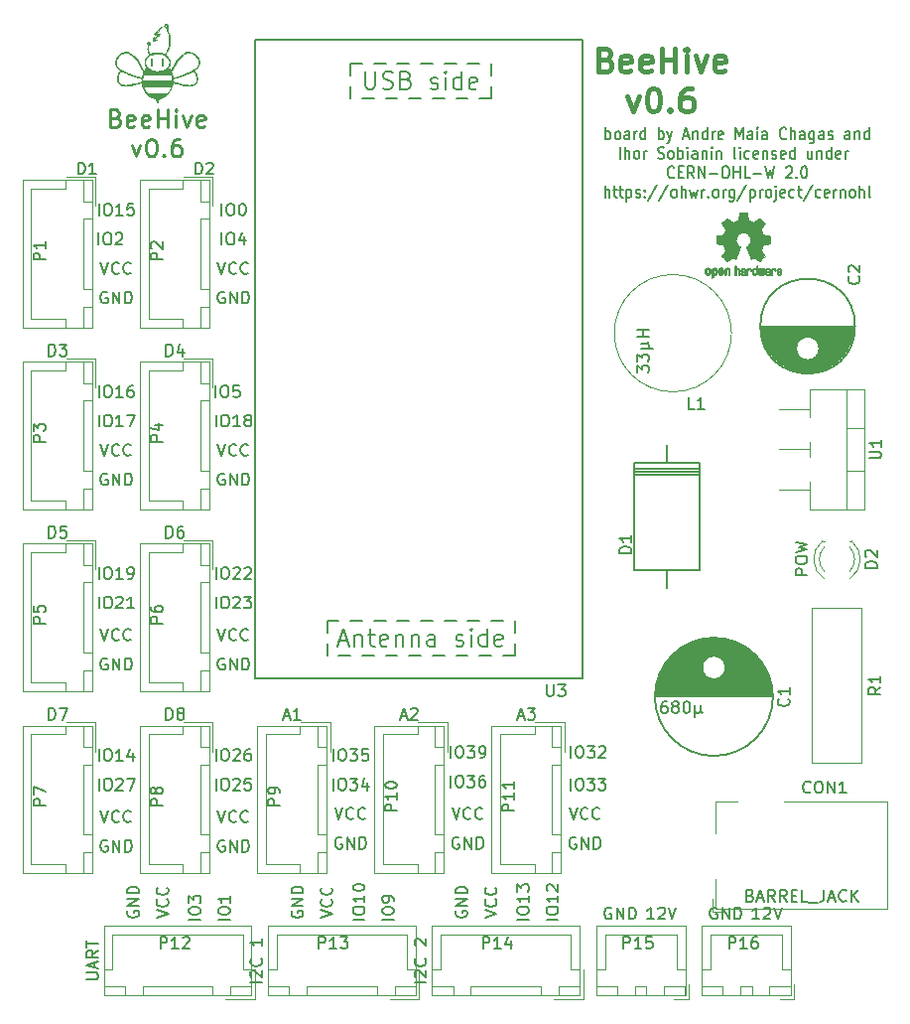
<source format=gbr>
G04 #@! TF.GenerationSoftware,KiCad,Pcbnew,(5.1.10)-1*
G04 #@! TF.CreationDate,2022-01-22T12:59:44+00:00*
G04 #@! TF.ProjectId,beehive,62656568-6976-4652-9e6b-696361645f70,rev?*
G04 #@! TF.SameCoordinates,Original*
G04 #@! TF.FileFunction,Legend,Top*
G04 #@! TF.FilePolarity,Positive*
%FSLAX46Y46*%
G04 Gerber Fmt 4.6, Leading zero omitted, Abs format (unit mm)*
G04 Created by KiCad (PCBNEW (5.1.10)-1) date 2022-01-22 12:59:44*
%MOMM*%
%LPD*%
G01*
G04 APERTURE LIST*
%ADD10C,0.150000*%
%ADD11C,0.250000*%
%ADD12C,0.400000*%
%ADD13C,0.120000*%
%ADD14C,0.010000*%
%ADD15C,0.127000*%
G04 APERTURE END LIST*
D10*
X203952380Y-107607142D02*
X202952380Y-107607142D01*
X202952380Y-107226190D01*
X203000000Y-107130952D01*
X203047619Y-107083333D01*
X203142857Y-107035714D01*
X203285714Y-107035714D01*
X203380952Y-107083333D01*
X203428571Y-107130952D01*
X203476190Y-107226190D01*
X203476190Y-107607142D01*
X202952380Y-106416666D02*
X202952380Y-106226190D01*
X203000000Y-106130952D01*
X203095238Y-106035714D01*
X203285714Y-105988095D01*
X203619047Y-105988095D01*
X203809523Y-106035714D01*
X203904761Y-106130952D01*
X203952380Y-106226190D01*
X203952380Y-106416666D01*
X203904761Y-106511904D01*
X203809523Y-106607142D01*
X203619047Y-106654761D01*
X203285714Y-106654761D01*
X203095238Y-106607142D01*
X203000000Y-106511904D01*
X202952380Y-106416666D01*
X202952380Y-105654761D02*
X203952380Y-105416666D01*
X203238095Y-105226190D01*
X203952380Y-105035714D01*
X202952380Y-104797619D01*
X184238095Y-130000000D02*
X184142857Y-129952380D01*
X184000000Y-129952380D01*
X183857142Y-130000000D01*
X183761904Y-130095238D01*
X183714285Y-130190476D01*
X183666666Y-130380952D01*
X183666666Y-130523809D01*
X183714285Y-130714285D01*
X183761904Y-130809523D01*
X183857142Y-130904761D01*
X184000000Y-130952380D01*
X184095238Y-130952380D01*
X184238095Y-130904761D01*
X184285714Y-130857142D01*
X184285714Y-130523809D01*
X184095238Y-130523809D01*
X184714285Y-130952380D02*
X184714285Y-129952380D01*
X185285714Y-130952380D01*
X185285714Y-129952380D01*
X185761904Y-130952380D02*
X185761904Y-129952380D01*
X186000000Y-129952380D01*
X186142857Y-130000000D01*
X186238095Y-130095238D01*
X186285714Y-130190476D01*
X186333333Y-130380952D01*
X186333333Y-130523809D01*
X186285714Y-130714285D01*
X186238095Y-130809523D01*
X186142857Y-130904761D01*
X186000000Y-130952380D01*
X185761904Y-130952380D01*
X174238095Y-130000000D02*
X174142857Y-129952380D01*
X174000000Y-129952380D01*
X173857142Y-130000000D01*
X173761904Y-130095238D01*
X173714285Y-130190476D01*
X173666666Y-130380952D01*
X173666666Y-130523809D01*
X173714285Y-130714285D01*
X173761904Y-130809523D01*
X173857142Y-130904761D01*
X174000000Y-130952380D01*
X174095238Y-130952380D01*
X174238095Y-130904761D01*
X174285714Y-130857142D01*
X174285714Y-130523809D01*
X174095238Y-130523809D01*
X174714285Y-130952380D02*
X174714285Y-129952380D01*
X175285714Y-130952380D01*
X175285714Y-129952380D01*
X175761904Y-130952380D02*
X175761904Y-129952380D01*
X176000000Y-129952380D01*
X176142857Y-130000000D01*
X176238095Y-130095238D01*
X176285714Y-130190476D01*
X176333333Y-130380952D01*
X176333333Y-130523809D01*
X176285714Y-130714285D01*
X176238095Y-130809523D01*
X176142857Y-130904761D01*
X176000000Y-130952380D01*
X175761904Y-130952380D01*
X186771428Y-70477380D02*
X186771428Y-69477380D01*
X186771428Y-69858333D02*
X186857142Y-69810714D01*
X187028571Y-69810714D01*
X187114285Y-69858333D01*
X187157142Y-69905952D01*
X187200000Y-70001190D01*
X187200000Y-70286904D01*
X187157142Y-70382142D01*
X187114285Y-70429761D01*
X187028571Y-70477380D01*
X186857142Y-70477380D01*
X186771428Y-70429761D01*
X187714285Y-70477380D02*
X187628571Y-70429761D01*
X187585714Y-70382142D01*
X187542857Y-70286904D01*
X187542857Y-70001190D01*
X187585714Y-69905952D01*
X187628571Y-69858333D01*
X187714285Y-69810714D01*
X187842857Y-69810714D01*
X187928571Y-69858333D01*
X187971428Y-69905952D01*
X188014285Y-70001190D01*
X188014285Y-70286904D01*
X187971428Y-70382142D01*
X187928571Y-70429761D01*
X187842857Y-70477380D01*
X187714285Y-70477380D01*
X188785714Y-70477380D02*
X188785714Y-69953571D01*
X188742857Y-69858333D01*
X188657142Y-69810714D01*
X188485714Y-69810714D01*
X188400000Y-69858333D01*
X188785714Y-70429761D02*
X188700000Y-70477380D01*
X188485714Y-70477380D01*
X188400000Y-70429761D01*
X188357142Y-70334523D01*
X188357142Y-70239285D01*
X188400000Y-70144047D01*
X188485714Y-70096428D01*
X188700000Y-70096428D01*
X188785714Y-70048809D01*
X189214285Y-70477380D02*
X189214285Y-69810714D01*
X189214285Y-70001190D02*
X189257142Y-69905952D01*
X189300000Y-69858333D01*
X189385714Y-69810714D01*
X189471428Y-69810714D01*
X190157142Y-70477380D02*
X190157142Y-69477380D01*
X190157142Y-70429761D02*
X190071428Y-70477380D01*
X189900000Y-70477380D01*
X189814285Y-70429761D01*
X189771428Y-70382142D01*
X189728571Y-70286904D01*
X189728571Y-70001190D01*
X189771428Y-69905952D01*
X189814285Y-69858333D01*
X189900000Y-69810714D01*
X190071428Y-69810714D01*
X190157142Y-69858333D01*
X191271428Y-70477380D02*
X191271428Y-69477380D01*
X191271428Y-69858333D02*
X191357142Y-69810714D01*
X191528571Y-69810714D01*
X191614285Y-69858333D01*
X191657142Y-69905952D01*
X191700000Y-70001190D01*
X191700000Y-70286904D01*
X191657142Y-70382142D01*
X191614285Y-70429761D01*
X191528571Y-70477380D01*
X191357142Y-70477380D01*
X191271428Y-70429761D01*
X192000000Y-69810714D02*
X192214285Y-70477380D01*
X192428571Y-69810714D02*
X192214285Y-70477380D01*
X192128571Y-70715476D01*
X192085714Y-70763095D01*
X192000000Y-70810714D01*
X193414285Y-70191666D02*
X193842857Y-70191666D01*
X193328571Y-70477380D02*
X193628571Y-69477380D01*
X193928571Y-70477380D01*
X194228571Y-69810714D02*
X194228571Y-70477380D01*
X194228571Y-69905952D02*
X194271428Y-69858333D01*
X194357142Y-69810714D01*
X194485714Y-69810714D01*
X194571428Y-69858333D01*
X194614285Y-69953571D01*
X194614285Y-70477380D01*
X195428571Y-70477380D02*
X195428571Y-69477380D01*
X195428571Y-70429761D02*
X195342857Y-70477380D01*
X195171428Y-70477380D01*
X195085714Y-70429761D01*
X195042857Y-70382142D01*
X195000000Y-70286904D01*
X195000000Y-70001190D01*
X195042857Y-69905952D01*
X195085714Y-69858333D01*
X195171428Y-69810714D01*
X195342857Y-69810714D01*
X195428571Y-69858333D01*
X195857142Y-70477380D02*
X195857142Y-69810714D01*
X195857142Y-70001190D02*
X195900000Y-69905952D01*
X195942857Y-69858333D01*
X196028571Y-69810714D01*
X196114285Y-69810714D01*
X196757142Y-70429761D02*
X196671428Y-70477380D01*
X196500000Y-70477380D01*
X196414285Y-70429761D01*
X196371428Y-70334523D01*
X196371428Y-69953571D01*
X196414285Y-69858333D01*
X196500000Y-69810714D01*
X196671428Y-69810714D01*
X196757142Y-69858333D01*
X196800000Y-69953571D01*
X196800000Y-70048809D01*
X196371428Y-70144047D01*
X197871428Y-70477380D02*
X197871428Y-69477380D01*
X198171428Y-70191666D01*
X198471428Y-69477380D01*
X198471428Y-70477380D01*
X199285714Y-70477380D02*
X199285714Y-69953571D01*
X199242857Y-69858333D01*
X199157142Y-69810714D01*
X198985714Y-69810714D01*
X198900000Y-69858333D01*
X199285714Y-70429761D02*
X199200000Y-70477380D01*
X198985714Y-70477380D01*
X198900000Y-70429761D01*
X198857142Y-70334523D01*
X198857142Y-70239285D01*
X198900000Y-70144047D01*
X198985714Y-70096428D01*
X199200000Y-70096428D01*
X199285714Y-70048809D01*
X199714285Y-70477380D02*
X199714285Y-69810714D01*
X199714285Y-69477380D02*
X199671428Y-69525000D01*
X199714285Y-69572619D01*
X199757142Y-69525000D01*
X199714285Y-69477380D01*
X199714285Y-69572619D01*
X200528571Y-70477380D02*
X200528571Y-69953571D01*
X200485714Y-69858333D01*
X200400000Y-69810714D01*
X200228571Y-69810714D01*
X200142857Y-69858333D01*
X200528571Y-70429761D02*
X200442857Y-70477380D01*
X200228571Y-70477380D01*
X200142857Y-70429761D01*
X200100000Y-70334523D01*
X200100000Y-70239285D01*
X200142857Y-70144047D01*
X200228571Y-70096428D01*
X200442857Y-70096428D01*
X200528571Y-70048809D01*
X202157142Y-70382142D02*
X202114285Y-70429761D01*
X201985714Y-70477380D01*
X201900000Y-70477380D01*
X201771428Y-70429761D01*
X201685714Y-70334523D01*
X201642857Y-70239285D01*
X201600000Y-70048809D01*
X201600000Y-69905952D01*
X201642857Y-69715476D01*
X201685714Y-69620238D01*
X201771428Y-69525000D01*
X201900000Y-69477380D01*
X201985714Y-69477380D01*
X202114285Y-69525000D01*
X202157142Y-69572619D01*
X202542857Y-70477380D02*
X202542857Y-69477380D01*
X202928571Y-70477380D02*
X202928571Y-69953571D01*
X202885714Y-69858333D01*
X202800000Y-69810714D01*
X202671428Y-69810714D01*
X202585714Y-69858333D01*
X202542857Y-69905952D01*
X203742857Y-70477380D02*
X203742857Y-69953571D01*
X203700000Y-69858333D01*
X203614285Y-69810714D01*
X203442857Y-69810714D01*
X203357142Y-69858333D01*
X203742857Y-70429761D02*
X203657142Y-70477380D01*
X203442857Y-70477380D01*
X203357142Y-70429761D01*
X203314285Y-70334523D01*
X203314285Y-70239285D01*
X203357142Y-70144047D01*
X203442857Y-70096428D01*
X203657142Y-70096428D01*
X203742857Y-70048809D01*
X204557142Y-69810714D02*
X204557142Y-70620238D01*
X204514285Y-70715476D01*
X204471428Y-70763095D01*
X204385714Y-70810714D01*
X204257142Y-70810714D01*
X204171428Y-70763095D01*
X204557142Y-70429761D02*
X204471428Y-70477380D01*
X204300000Y-70477380D01*
X204214285Y-70429761D01*
X204171428Y-70382142D01*
X204128571Y-70286904D01*
X204128571Y-70001190D01*
X204171428Y-69905952D01*
X204214285Y-69858333D01*
X204300000Y-69810714D01*
X204471428Y-69810714D01*
X204557142Y-69858333D01*
X205371428Y-70477380D02*
X205371428Y-69953571D01*
X205328571Y-69858333D01*
X205242857Y-69810714D01*
X205071428Y-69810714D01*
X204985714Y-69858333D01*
X205371428Y-70429761D02*
X205285714Y-70477380D01*
X205071428Y-70477380D01*
X204985714Y-70429761D01*
X204942857Y-70334523D01*
X204942857Y-70239285D01*
X204985714Y-70144047D01*
X205071428Y-70096428D01*
X205285714Y-70096428D01*
X205371428Y-70048809D01*
X205757142Y-70429761D02*
X205842857Y-70477380D01*
X206014285Y-70477380D01*
X206100000Y-70429761D01*
X206142857Y-70334523D01*
X206142857Y-70286904D01*
X206100000Y-70191666D01*
X206014285Y-70144047D01*
X205885714Y-70144047D01*
X205800000Y-70096428D01*
X205757142Y-70001190D01*
X205757142Y-69953571D01*
X205800000Y-69858333D01*
X205885714Y-69810714D01*
X206014285Y-69810714D01*
X206100000Y-69858333D01*
X207600000Y-70477380D02*
X207600000Y-69953571D01*
X207557142Y-69858333D01*
X207471428Y-69810714D01*
X207300000Y-69810714D01*
X207214285Y-69858333D01*
X207600000Y-70429761D02*
X207514285Y-70477380D01*
X207300000Y-70477380D01*
X207214285Y-70429761D01*
X207171428Y-70334523D01*
X207171428Y-70239285D01*
X207214285Y-70144047D01*
X207300000Y-70096428D01*
X207514285Y-70096428D01*
X207600000Y-70048809D01*
X208028571Y-69810714D02*
X208028571Y-70477380D01*
X208028571Y-69905952D02*
X208071428Y-69858333D01*
X208157142Y-69810714D01*
X208285714Y-69810714D01*
X208371428Y-69858333D01*
X208414285Y-69953571D01*
X208414285Y-70477380D01*
X209228571Y-70477380D02*
X209228571Y-69477380D01*
X209228571Y-70429761D02*
X209142857Y-70477380D01*
X208971428Y-70477380D01*
X208885714Y-70429761D01*
X208842857Y-70382142D01*
X208800000Y-70286904D01*
X208800000Y-70001190D01*
X208842857Y-69905952D01*
X208885714Y-69858333D01*
X208971428Y-69810714D01*
X209142857Y-69810714D01*
X209228571Y-69858333D01*
X187971428Y-72127380D02*
X187971428Y-71127380D01*
X188400000Y-72127380D02*
X188400000Y-71127380D01*
X188785714Y-72127380D02*
X188785714Y-71603571D01*
X188742857Y-71508333D01*
X188657142Y-71460714D01*
X188528571Y-71460714D01*
X188442857Y-71508333D01*
X188400000Y-71555952D01*
X189342857Y-72127380D02*
X189257142Y-72079761D01*
X189214285Y-72032142D01*
X189171428Y-71936904D01*
X189171428Y-71651190D01*
X189214285Y-71555952D01*
X189257142Y-71508333D01*
X189342857Y-71460714D01*
X189471428Y-71460714D01*
X189557142Y-71508333D01*
X189600000Y-71555952D01*
X189642857Y-71651190D01*
X189642857Y-71936904D01*
X189600000Y-72032142D01*
X189557142Y-72079761D01*
X189471428Y-72127380D01*
X189342857Y-72127380D01*
X190028571Y-72127380D02*
X190028571Y-71460714D01*
X190028571Y-71651190D02*
X190071428Y-71555952D01*
X190114285Y-71508333D01*
X190200000Y-71460714D01*
X190285714Y-71460714D01*
X191228571Y-72079761D02*
X191357142Y-72127380D01*
X191571428Y-72127380D01*
X191657142Y-72079761D01*
X191700000Y-72032142D01*
X191742857Y-71936904D01*
X191742857Y-71841666D01*
X191700000Y-71746428D01*
X191657142Y-71698809D01*
X191571428Y-71651190D01*
X191400000Y-71603571D01*
X191314285Y-71555952D01*
X191271428Y-71508333D01*
X191228571Y-71413095D01*
X191228571Y-71317857D01*
X191271428Y-71222619D01*
X191314285Y-71175000D01*
X191400000Y-71127380D01*
X191614285Y-71127380D01*
X191742857Y-71175000D01*
X192257142Y-72127380D02*
X192171428Y-72079761D01*
X192128571Y-72032142D01*
X192085714Y-71936904D01*
X192085714Y-71651190D01*
X192128571Y-71555952D01*
X192171428Y-71508333D01*
X192257142Y-71460714D01*
X192385714Y-71460714D01*
X192471428Y-71508333D01*
X192514285Y-71555952D01*
X192557142Y-71651190D01*
X192557142Y-71936904D01*
X192514285Y-72032142D01*
X192471428Y-72079761D01*
X192385714Y-72127380D01*
X192257142Y-72127380D01*
X192942857Y-72127380D02*
X192942857Y-71127380D01*
X192942857Y-71508333D02*
X193028571Y-71460714D01*
X193200000Y-71460714D01*
X193285714Y-71508333D01*
X193328571Y-71555952D01*
X193371428Y-71651190D01*
X193371428Y-71936904D01*
X193328571Y-72032142D01*
X193285714Y-72079761D01*
X193200000Y-72127380D01*
X193028571Y-72127380D01*
X192942857Y-72079761D01*
X193757142Y-72127380D02*
X193757142Y-71460714D01*
X193757142Y-71127380D02*
X193714285Y-71175000D01*
X193757142Y-71222619D01*
X193800000Y-71175000D01*
X193757142Y-71127380D01*
X193757142Y-71222619D01*
X194571428Y-72127380D02*
X194571428Y-71603571D01*
X194528571Y-71508333D01*
X194442857Y-71460714D01*
X194271428Y-71460714D01*
X194185714Y-71508333D01*
X194571428Y-72079761D02*
X194485714Y-72127380D01*
X194271428Y-72127380D01*
X194185714Y-72079761D01*
X194142857Y-71984523D01*
X194142857Y-71889285D01*
X194185714Y-71794047D01*
X194271428Y-71746428D01*
X194485714Y-71746428D01*
X194571428Y-71698809D01*
X195000000Y-71460714D02*
X195000000Y-72127380D01*
X195000000Y-71555952D02*
X195042857Y-71508333D01*
X195128571Y-71460714D01*
X195257142Y-71460714D01*
X195342857Y-71508333D01*
X195385714Y-71603571D01*
X195385714Y-72127380D01*
X195814285Y-72127380D02*
X195814285Y-71460714D01*
X195814285Y-71127380D02*
X195771428Y-71175000D01*
X195814285Y-71222619D01*
X195857142Y-71175000D01*
X195814285Y-71127380D01*
X195814285Y-71222619D01*
X196242857Y-71460714D02*
X196242857Y-72127380D01*
X196242857Y-71555952D02*
X196285714Y-71508333D01*
X196371428Y-71460714D01*
X196500000Y-71460714D01*
X196585714Y-71508333D01*
X196628571Y-71603571D01*
X196628571Y-72127380D01*
X197871428Y-72127380D02*
X197785714Y-72079761D01*
X197742857Y-71984523D01*
X197742857Y-71127380D01*
X198214285Y-72127380D02*
X198214285Y-71460714D01*
X198214285Y-71127380D02*
X198171428Y-71175000D01*
X198214285Y-71222619D01*
X198257142Y-71175000D01*
X198214285Y-71127380D01*
X198214285Y-71222619D01*
X199028571Y-72079761D02*
X198942857Y-72127380D01*
X198771428Y-72127380D01*
X198685714Y-72079761D01*
X198642857Y-72032142D01*
X198600000Y-71936904D01*
X198600000Y-71651190D01*
X198642857Y-71555952D01*
X198685714Y-71508333D01*
X198771428Y-71460714D01*
X198942857Y-71460714D01*
X199028571Y-71508333D01*
X199757142Y-72079761D02*
X199671428Y-72127380D01*
X199500000Y-72127380D01*
X199414285Y-72079761D01*
X199371428Y-71984523D01*
X199371428Y-71603571D01*
X199414285Y-71508333D01*
X199500000Y-71460714D01*
X199671428Y-71460714D01*
X199757142Y-71508333D01*
X199800000Y-71603571D01*
X199800000Y-71698809D01*
X199371428Y-71794047D01*
X200185714Y-71460714D02*
X200185714Y-72127380D01*
X200185714Y-71555952D02*
X200228571Y-71508333D01*
X200314285Y-71460714D01*
X200442857Y-71460714D01*
X200528571Y-71508333D01*
X200571428Y-71603571D01*
X200571428Y-72127380D01*
X200957142Y-72079761D02*
X201042857Y-72127380D01*
X201214285Y-72127380D01*
X201300000Y-72079761D01*
X201342857Y-71984523D01*
X201342857Y-71936904D01*
X201300000Y-71841666D01*
X201214285Y-71794047D01*
X201085714Y-71794047D01*
X201000000Y-71746428D01*
X200957142Y-71651190D01*
X200957142Y-71603571D01*
X201000000Y-71508333D01*
X201085714Y-71460714D01*
X201214285Y-71460714D01*
X201300000Y-71508333D01*
X202071428Y-72079761D02*
X201985714Y-72127380D01*
X201814285Y-72127380D01*
X201728571Y-72079761D01*
X201685714Y-71984523D01*
X201685714Y-71603571D01*
X201728571Y-71508333D01*
X201814285Y-71460714D01*
X201985714Y-71460714D01*
X202071428Y-71508333D01*
X202114285Y-71603571D01*
X202114285Y-71698809D01*
X201685714Y-71794047D01*
X202885714Y-72127380D02*
X202885714Y-71127380D01*
X202885714Y-72079761D02*
X202800000Y-72127380D01*
X202628571Y-72127380D01*
X202542857Y-72079761D01*
X202500000Y-72032142D01*
X202457142Y-71936904D01*
X202457142Y-71651190D01*
X202500000Y-71555952D01*
X202542857Y-71508333D01*
X202628571Y-71460714D01*
X202800000Y-71460714D01*
X202885714Y-71508333D01*
X204385714Y-71460714D02*
X204385714Y-72127380D01*
X204000000Y-71460714D02*
X204000000Y-71984523D01*
X204042857Y-72079761D01*
X204128571Y-72127380D01*
X204257142Y-72127380D01*
X204342857Y-72079761D01*
X204385714Y-72032142D01*
X204814285Y-71460714D02*
X204814285Y-72127380D01*
X204814285Y-71555952D02*
X204857142Y-71508333D01*
X204942857Y-71460714D01*
X205071428Y-71460714D01*
X205157142Y-71508333D01*
X205200000Y-71603571D01*
X205200000Y-72127380D01*
X206014285Y-72127380D02*
X206014285Y-71127380D01*
X206014285Y-72079761D02*
X205928571Y-72127380D01*
X205757142Y-72127380D01*
X205671428Y-72079761D01*
X205628571Y-72032142D01*
X205585714Y-71936904D01*
X205585714Y-71651190D01*
X205628571Y-71555952D01*
X205671428Y-71508333D01*
X205757142Y-71460714D01*
X205928571Y-71460714D01*
X206014285Y-71508333D01*
X206785714Y-72079761D02*
X206700000Y-72127380D01*
X206528571Y-72127380D01*
X206442857Y-72079761D01*
X206400000Y-71984523D01*
X206400000Y-71603571D01*
X206442857Y-71508333D01*
X206528571Y-71460714D01*
X206700000Y-71460714D01*
X206785714Y-71508333D01*
X206828571Y-71603571D01*
X206828571Y-71698809D01*
X206400000Y-71794047D01*
X207214285Y-72127380D02*
X207214285Y-71460714D01*
X207214285Y-71651190D02*
X207257142Y-71555952D01*
X207300000Y-71508333D01*
X207385714Y-71460714D01*
X207471428Y-71460714D01*
X192600000Y-73682142D02*
X192557142Y-73729761D01*
X192428571Y-73777380D01*
X192342857Y-73777380D01*
X192214285Y-73729761D01*
X192128571Y-73634523D01*
X192085714Y-73539285D01*
X192042857Y-73348809D01*
X192042857Y-73205952D01*
X192085714Y-73015476D01*
X192128571Y-72920238D01*
X192214285Y-72825000D01*
X192342857Y-72777380D01*
X192428571Y-72777380D01*
X192557142Y-72825000D01*
X192600000Y-72872619D01*
X192985714Y-73253571D02*
X193285714Y-73253571D01*
X193414285Y-73777380D02*
X192985714Y-73777380D01*
X192985714Y-72777380D01*
X193414285Y-72777380D01*
X194314285Y-73777380D02*
X194014285Y-73301190D01*
X193800000Y-73777380D02*
X193800000Y-72777380D01*
X194142857Y-72777380D01*
X194228571Y-72825000D01*
X194271428Y-72872619D01*
X194314285Y-72967857D01*
X194314285Y-73110714D01*
X194271428Y-73205952D01*
X194228571Y-73253571D01*
X194142857Y-73301190D01*
X193800000Y-73301190D01*
X194700000Y-73777380D02*
X194700000Y-72777380D01*
X195214285Y-73777380D01*
X195214285Y-72777380D01*
X195642857Y-73396428D02*
X196328571Y-73396428D01*
X196928571Y-72777380D02*
X197100000Y-72777380D01*
X197185714Y-72825000D01*
X197271428Y-72920238D01*
X197314285Y-73110714D01*
X197314285Y-73444047D01*
X197271428Y-73634523D01*
X197185714Y-73729761D01*
X197100000Y-73777380D01*
X196928571Y-73777380D01*
X196842857Y-73729761D01*
X196757142Y-73634523D01*
X196714285Y-73444047D01*
X196714285Y-73110714D01*
X196757142Y-72920238D01*
X196842857Y-72825000D01*
X196928571Y-72777380D01*
X197700000Y-73777380D02*
X197700000Y-72777380D01*
X197700000Y-73253571D02*
X198214285Y-73253571D01*
X198214285Y-73777380D02*
X198214285Y-72777380D01*
X199071428Y-73777380D02*
X198642857Y-73777380D01*
X198642857Y-72777380D01*
X199371428Y-73396428D02*
X200057142Y-73396428D01*
X200400000Y-72777380D02*
X200614285Y-73777380D01*
X200785714Y-73063095D01*
X200957142Y-73777380D01*
X201171428Y-72777380D01*
X202157142Y-72872619D02*
X202200000Y-72825000D01*
X202285714Y-72777380D01*
X202500000Y-72777380D01*
X202585714Y-72825000D01*
X202628571Y-72872619D01*
X202671428Y-72967857D01*
X202671428Y-73063095D01*
X202628571Y-73205952D01*
X202114285Y-73777380D01*
X202671428Y-73777380D01*
X203057142Y-73682142D02*
X203100000Y-73729761D01*
X203057142Y-73777380D01*
X203014285Y-73729761D01*
X203057142Y-73682142D01*
X203057142Y-73777380D01*
X203657142Y-72777380D02*
X203742857Y-72777380D01*
X203828571Y-72825000D01*
X203871428Y-72872619D01*
X203914285Y-72967857D01*
X203957142Y-73158333D01*
X203957142Y-73396428D01*
X203914285Y-73586904D01*
X203871428Y-73682142D01*
X203828571Y-73729761D01*
X203742857Y-73777380D01*
X203657142Y-73777380D01*
X203571428Y-73729761D01*
X203528571Y-73682142D01*
X203485714Y-73586904D01*
X203442857Y-73396428D01*
X203442857Y-73158333D01*
X203485714Y-72967857D01*
X203528571Y-72872619D01*
X203571428Y-72825000D01*
X203657142Y-72777380D01*
X186707142Y-75427380D02*
X186707142Y-74427380D01*
X187092857Y-75427380D02*
X187092857Y-74903571D01*
X187050000Y-74808333D01*
X186964285Y-74760714D01*
X186835714Y-74760714D01*
X186750000Y-74808333D01*
X186707142Y-74855952D01*
X187392857Y-74760714D02*
X187735714Y-74760714D01*
X187521428Y-74427380D02*
X187521428Y-75284523D01*
X187564285Y-75379761D01*
X187650000Y-75427380D01*
X187735714Y-75427380D01*
X187907142Y-74760714D02*
X188250000Y-74760714D01*
X188035714Y-74427380D02*
X188035714Y-75284523D01*
X188078571Y-75379761D01*
X188164285Y-75427380D01*
X188250000Y-75427380D01*
X188550000Y-74760714D02*
X188550000Y-75760714D01*
X188550000Y-74808333D02*
X188635714Y-74760714D01*
X188807142Y-74760714D01*
X188892857Y-74808333D01*
X188935714Y-74855952D01*
X188978571Y-74951190D01*
X188978571Y-75236904D01*
X188935714Y-75332142D01*
X188892857Y-75379761D01*
X188807142Y-75427380D01*
X188635714Y-75427380D01*
X188550000Y-75379761D01*
X189321428Y-75379761D02*
X189407142Y-75427380D01*
X189578571Y-75427380D01*
X189664285Y-75379761D01*
X189707142Y-75284523D01*
X189707142Y-75236904D01*
X189664285Y-75141666D01*
X189578571Y-75094047D01*
X189450000Y-75094047D01*
X189364285Y-75046428D01*
X189321428Y-74951190D01*
X189321428Y-74903571D01*
X189364285Y-74808333D01*
X189450000Y-74760714D01*
X189578571Y-74760714D01*
X189664285Y-74808333D01*
X190092857Y-75332142D02*
X190135714Y-75379761D01*
X190092857Y-75427380D01*
X190050000Y-75379761D01*
X190092857Y-75332142D01*
X190092857Y-75427380D01*
X190092857Y-74808333D02*
X190135714Y-74855952D01*
X190092857Y-74903571D01*
X190050000Y-74855952D01*
X190092857Y-74808333D01*
X190092857Y-74903571D01*
X191164285Y-74379761D02*
X190392857Y-75665476D01*
X192107142Y-74379761D02*
X191335714Y-75665476D01*
X192535714Y-75427380D02*
X192450000Y-75379761D01*
X192407142Y-75332142D01*
X192364285Y-75236904D01*
X192364285Y-74951190D01*
X192407142Y-74855952D01*
X192450000Y-74808333D01*
X192535714Y-74760714D01*
X192664285Y-74760714D01*
X192750000Y-74808333D01*
X192792857Y-74855952D01*
X192835714Y-74951190D01*
X192835714Y-75236904D01*
X192792857Y-75332142D01*
X192750000Y-75379761D01*
X192664285Y-75427380D01*
X192535714Y-75427380D01*
X193221428Y-75427380D02*
X193221428Y-74427380D01*
X193607142Y-75427380D02*
X193607142Y-74903571D01*
X193564285Y-74808333D01*
X193478571Y-74760714D01*
X193350000Y-74760714D01*
X193264285Y-74808333D01*
X193221428Y-74855952D01*
X193950000Y-74760714D02*
X194121428Y-75427380D01*
X194292857Y-74951190D01*
X194464285Y-75427380D01*
X194635714Y-74760714D01*
X194978571Y-75427380D02*
X194978571Y-74760714D01*
X194978571Y-74951190D02*
X195021428Y-74855952D01*
X195064285Y-74808333D01*
X195150000Y-74760714D01*
X195235714Y-74760714D01*
X195535714Y-75332142D02*
X195578571Y-75379761D01*
X195535714Y-75427380D01*
X195492857Y-75379761D01*
X195535714Y-75332142D01*
X195535714Y-75427380D01*
X196092857Y-75427380D02*
X196007142Y-75379761D01*
X195964285Y-75332142D01*
X195921428Y-75236904D01*
X195921428Y-74951190D01*
X195964285Y-74855952D01*
X196007142Y-74808333D01*
X196092857Y-74760714D01*
X196221428Y-74760714D01*
X196307142Y-74808333D01*
X196350000Y-74855952D01*
X196392857Y-74951190D01*
X196392857Y-75236904D01*
X196350000Y-75332142D01*
X196307142Y-75379761D01*
X196221428Y-75427380D01*
X196092857Y-75427380D01*
X196778571Y-75427380D02*
X196778571Y-74760714D01*
X196778571Y-74951190D02*
X196821428Y-74855952D01*
X196864285Y-74808333D01*
X196950000Y-74760714D01*
X197035714Y-74760714D01*
X197721428Y-74760714D02*
X197721428Y-75570238D01*
X197678571Y-75665476D01*
X197635714Y-75713095D01*
X197550000Y-75760714D01*
X197421428Y-75760714D01*
X197335714Y-75713095D01*
X197721428Y-75379761D02*
X197635714Y-75427380D01*
X197464285Y-75427380D01*
X197378571Y-75379761D01*
X197335714Y-75332142D01*
X197292857Y-75236904D01*
X197292857Y-74951190D01*
X197335714Y-74855952D01*
X197378571Y-74808333D01*
X197464285Y-74760714D01*
X197635714Y-74760714D01*
X197721428Y-74808333D01*
X198792857Y-74379761D02*
X198021428Y-75665476D01*
X199092857Y-74760714D02*
X199092857Y-75760714D01*
X199092857Y-74808333D02*
X199178571Y-74760714D01*
X199350000Y-74760714D01*
X199435714Y-74808333D01*
X199478571Y-74855952D01*
X199521428Y-74951190D01*
X199521428Y-75236904D01*
X199478571Y-75332142D01*
X199435714Y-75379761D01*
X199350000Y-75427380D01*
X199178571Y-75427380D01*
X199092857Y-75379761D01*
X199907142Y-75427380D02*
X199907142Y-74760714D01*
X199907142Y-74951190D02*
X199950000Y-74855952D01*
X199992857Y-74808333D01*
X200078571Y-74760714D01*
X200164285Y-74760714D01*
X200592857Y-75427380D02*
X200507142Y-75379761D01*
X200464285Y-75332142D01*
X200421428Y-75236904D01*
X200421428Y-74951190D01*
X200464285Y-74855952D01*
X200507142Y-74808333D01*
X200592857Y-74760714D01*
X200721428Y-74760714D01*
X200807142Y-74808333D01*
X200850000Y-74855952D01*
X200892857Y-74951190D01*
X200892857Y-75236904D01*
X200850000Y-75332142D01*
X200807142Y-75379761D01*
X200721428Y-75427380D01*
X200592857Y-75427380D01*
X201278571Y-74760714D02*
X201278571Y-75617857D01*
X201235714Y-75713095D01*
X201150000Y-75760714D01*
X201107142Y-75760714D01*
X201278571Y-74427380D02*
X201235714Y-74475000D01*
X201278571Y-74522619D01*
X201321428Y-74475000D01*
X201278571Y-74427380D01*
X201278571Y-74522619D01*
X202050000Y-75379761D02*
X201964285Y-75427380D01*
X201792857Y-75427380D01*
X201707142Y-75379761D01*
X201664285Y-75284523D01*
X201664285Y-74903571D01*
X201707142Y-74808333D01*
X201792857Y-74760714D01*
X201964285Y-74760714D01*
X202050000Y-74808333D01*
X202092857Y-74903571D01*
X202092857Y-74998809D01*
X201664285Y-75094047D01*
X202864285Y-75379761D02*
X202778571Y-75427380D01*
X202607142Y-75427380D01*
X202521428Y-75379761D01*
X202478571Y-75332142D01*
X202435714Y-75236904D01*
X202435714Y-74951190D01*
X202478571Y-74855952D01*
X202521428Y-74808333D01*
X202607142Y-74760714D01*
X202778571Y-74760714D01*
X202864285Y-74808333D01*
X203121428Y-74760714D02*
X203464285Y-74760714D01*
X203250000Y-74427380D02*
X203250000Y-75284523D01*
X203292857Y-75379761D01*
X203378571Y-75427380D01*
X203464285Y-75427380D01*
X204407142Y-74379761D02*
X203635714Y-75665476D01*
X205092857Y-75379761D02*
X205007142Y-75427380D01*
X204835714Y-75427380D01*
X204750000Y-75379761D01*
X204707142Y-75332142D01*
X204664285Y-75236904D01*
X204664285Y-74951190D01*
X204707142Y-74855952D01*
X204750000Y-74808333D01*
X204835714Y-74760714D01*
X205007142Y-74760714D01*
X205092857Y-74808333D01*
X205821428Y-75379761D02*
X205735714Y-75427380D01*
X205564285Y-75427380D01*
X205478571Y-75379761D01*
X205435714Y-75284523D01*
X205435714Y-74903571D01*
X205478571Y-74808333D01*
X205564285Y-74760714D01*
X205735714Y-74760714D01*
X205821428Y-74808333D01*
X205864285Y-74903571D01*
X205864285Y-74998809D01*
X205435714Y-75094047D01*
X206250000Y-75427380D02*
X206250000Y-74760714D01*
X206250000Y-74951190D02*
X206292857Y-74855952D01*
X206335714Y-74808333D01*
X206421428Y-74760714D01*
X206507142Y-74760714D01*
X206807142Y-74760714D02*
X206807142Y-75427380D01*
X206807142Y-74855952D02*
X206850000Y-74808333D01*
X206935714Y-74760714D01*
X207064285Y-74760714D01*
X207150000Y-74808333D01*
X207192857Y-74903571D01*
X207192857Y-75427380D01*
X207750000Y-75427380D02*
X207664285Y-75379761D01*
X207621428Y-75332142D01*
X207578571Y-75236904D01*
X207578571Y-74951190D01*
X207621428Y-74855952D01*
X207664285Y-74808333D01*
X207750000Y-74760714D01*
X207878571Y-74760714D01*
X207964285Y-74808333D01*
X208007142Y-74855952D01*
X208050000Y-74951190D01*
X208050000Y-75236904D01*
X208007142Y-75332142D01*
X207964285Y-75379761D01*
X207878571Y-75427380D01*
X207750000Y-75427380D01*
X208435714Y-75427380D02*
X208435714Y-74427380D01*
X208821428Y-75427380D02*
X208821428Y-74903571D01*
X208778571Y-74808333D01*
X208692857Y-74760714D01*
X208564285Y-74760714D01*
X208478571Y-74808333D01*
X208435714Y-74855952D01*
X209378571Y-75427380D02*
X209292857Y-75379761D01*
X209249999Y-75284523D01*
X209249999Y-74427380D01*
D11*
X144964285Y-68642857D02*
X145178571Y-68714285D01*
X145250000Y-68785714D01*
X145321428Y-68928571D01*
X145321428Y-69142857D01*
X145250000Y-69285714D01*
X145178571Y-69357142D01*
X145035714Y-69428571D01*
X144464285Y-69428571D01*
X144464285Y-67928571D01*
X144964285Y-67928571D01*
X145107142Y-68000000D01*
X145178571Y-68071428D01*
X145250000Y-68214285D01*
X145250000Y-68357142D01*
X145178571Y-68500000D01*
X145107142Y-68571428D01*
X144964285Y-68642857D01*
X144464285Y-68642857D01*
X146535714Y-69357142D02*
X146392857Y-69428571D01*
X146107142Y-69428571D01*
X145964285Y-69357142D01*
X145892857Y-69214285D01*
X145892857Y-68642857D01*
X145964285Y-68500000D01*
X146107142Y-68428571D01*
X146392857Y-68428571D01*
X146535714Y-68500000D01*
X146607142Y-68642857D01*
X146607142Y-68785714D01*
X145892857Y-68928571D01*
X147821428Y-69357142D02*
X147678571Y-69428571D01*
X147392857Y-69428571D01*
X147250000Y-69357142D01*
X147178571Y-69214285D01*
X147178571Y-68642857D01*
X147250000Y-68500000D01*
X147392857Y-68428571D01*
X147678571Y-68428571D01*
X147821428Y-68500000D01*
X147892857Y-68642857D01*
X147892857Y-68785714D01*
X147178571Y-68928571D01*
X148535714Y-69428571D02*
X148535714Y-67928571D01*
X148535714Y-68642857D02*
X149392857Y-68642857D01*
X149392857Y-69428571D02*
X149392857Y-67928571D01*
X150107142Y-69428571D02*
X150107142Y-68428571D01*
X150107142Y-67928571D02*
X150035714Y-68000000D01*
X150107142Y-68071428D01*
X150178571Y-68000000D01*
X150107142Y-67928571D01*
X150107142Y-68071428D01*
X150678571Y-68428571D02*
X151035714Y-69428571D01*
X151392857Y-68428571D01*
X152535714Y-69357142D02*
X152392857Y-69428571D01*
X152107142Y-69428571D01*
X151964285Y-69357142D01*
X151892857Y-69214285D01*
X151892857Y-68642857D01*
X151964285Y-68500000D01*
X152107142Y-68428571D01*
X152392857Y-68428571D01*
X152535714Y-68500000D01*
X152607142Y-68642857D01*
X152607142Y-68785714D01*
X151892857Y-68928571D01*
X146357142Y-70928571D02*
X146714285Y-71928571D01*
X147071428Y-70928571D01*
X147928571Y-70428571D02*
X148071428Y-70428571D01*
X148214285Y-70500000D01*
X148285714Y-70571428D01*
X148357142Y-70714285D01*
X148428571Y-71000000D01*
X148428571Y-71357142D01*
X148357142Y-71642857D01*
X148285714Y-71785714D01*
X148214285Y-71857142D01*
X148071428Y-71928571D01*
X147928571Y-71928571D01*
X147785714Y-71857142D01*
X147714285Y-71785714D01*
X147642857Y-71642857D01*
X147571428Y-71357142D01*
X147571428Y-71000000D01*
X147642857Y-70714285D01*
X147714285Y-70571428D01*
X147785714Y-70500000D01*
X147928571Y-70428571D01*
X149071428Y-71785714D02*
X149142857Y-71857142D01*
X149071428Y-71928571D01*
X149000000Y-71857142D01*
X149071428Y-71785714D01*
X149071428Y-71928571D01*
X150428571Y-70428571D02*
X150142857Y-70428571D01*
X150000000Y-70500000D01*
X149928571Y-70571428D01*
X149785714Y-70785714D01*
X149714285Y-71071428D01*
X149714285Y-71642857D01*
X149785714Y-71785714D01*
X149857142Y-71857142D01*
X150000000Y-71928571D01*
X150285714Y-71928571D01*
X150428571Y-71857142D01*
X150500000Y-71785714D01*
X150571428Y-71642857D01*
X150571428Y-71285714D01*
X150500000Y-71142857D01*
X150428571Y-71071428D01*
X150285714Y-71000000D01*
X150000000Y-71000000D01*
X149857142Y-71071428D01*
X149785714Y-71142857D01*
X149714285Y-71285714D01*
D10*
X199880952Y-136952380D02*
X199309523Y-136952380D01*
X199595238Y-136952380D02*
X199595238Y-135952380D01*
X199500000Y-136095238D01*
X199404761Y-136190476D01*
X199309523Y-136238095D01*
X200261904Y-136047619D02*
X200309523Y-136000000D01*
X200404761Y-135952380D01*
X200642857Y-135952380D01*
X200738095Y-136000000D01*
X200785714Y-136047619D01*
X200833333Y-136142857D01*
X200833333Y-136238095D01*
X200785714Y-136380952D01*
X200214285Y-136952380D01*
X200833333Y-136952380D01*
X201119047Y-135952380D02*
X201452380Y-136952380D01*
X201785714Y-135952380D01*
X196238095Y-136000000D02*
X196142857Y-135952380D01*
X196000000Y-135952380D01*
X195857142Y-136000000D01*
X195761904Y-136095238D01*
X195714285Y-136190476D01*
X195666666Y-136380952D01*
X195666666Y-136523809D01*
X195714285Y-136714285D01*
X195761904Y-136809523D01*
X195857142Y-136904761D01*
X196000000Y-136952380D01*
X196095238Y-136952380D01*
X196238095Y-136904761D01*
X196285714Y-136857142D01*
X196285714Y-136523809D01*
X196095238Y-136523809D01*
X196714285Y-136952380D02*
X196714285Y-135952380D01*
X197285714Y-136952380D01*
X197285714Y-135952380D01*
X197761904Y-136952380D02*
X197761904Y-135952380D01*
X198000000Y-135952380D01*
X198142857Y-136000000D01*
X198238095Y-136095238D01*
X198285714Y-136190476D01*
X198333333Y-136380952D01*
X198333333Y-136523809D01*
X198285714Y-136714285D01*
X198238095Y-136809523D01*
X198142857Y-136904761D01*
X198000000Y-136952380D01*
X197761904Y-136952380D01*
X179000000Y-111500000D02*
X179000000Y-112500000D01*
X179000000Y-113500000D02*
X179000000Y-114500000D01*
X163000000Y-111500000D02*
X163000000Y-112500000D01*
X163000000Y-113500000D02*
X163000000Y-114500000D01*
X168000000Y-64000000D02*
X167000000Y-64000000D01*
X170000000Y-64000000D02*
X169000000Y-64000000D01*
X172000000Y-64000000D02*
X171000000Y-64000000D01*
X174000000Y-64000000D02*
X173000000Y-64000000D01*
X176000000Y-64000000D02*
X175000000Y-64000000D01*
X177000000Y-66000000D02*
X177000000Y-67000000D01*
X177000000Y-64000000D02*
X177000000Y-65000000D01*
X169000000Y-67000000D02*
X168000000Y-67000000D01*
X171000000Y-67000000D02*
X170000000Y-67000000D01*
X173000000Y-67000000D02*
X172000000Y-67000000D01*
X175000000Y-67000000D02*
X174000000Y-67000000D01*
X177000000Y-67000000D02*
X176000000Y-67000000D01*
X167000000Y-67000000D02*
X166000000Y-67000000D01*
X165000000Y-66000000D02*
X165000000Y-67000000D01*
X165000000Y-64000000D02*
X165000000Y-65000000D01*
X166000000Y-64000000D02*
X165000000Y-64000000D01*
X166250000Y-64678571D02*
X166250000Y-65892857D01*
X166321428Y-66035714D01*
X166392857Y-66107142D01*
X166535714Y-66178571D01*
X166821428Y-66178571D01*
X166964285Y-66107142D01*
X167035714Y-66035714D01*
X167107142Y-65892857D01*
X167107142Y-64678571D01*
X167750000Y-66107142D02*
X167964285Y-66178571D01*
X168321428Y-66178571D01*
X168464285Y-66107142D01*
X168535714Y-66035714D01*
X168607142Y-65892857D01*
X168607142Y-65750000D01*
X168535714Y-65607142D01*
X168464285Y-65535714D01*
X168321428Y-65464285D01*
X168035714Y-65392857D01*
X167892857Y-65321428D01*
X167821428Y-65250000D01*
X167750000Y-65107142D01*
X167750000Y-64964285D01*
X167821428Y-64821428D01*
X167892857Y-64750000D01*
X168035714Y-64678571D01*
X168392857Y-64678571D01*
X168607142Y-64750000D01*
X169750000Y-65392857D02*
X169964285Y-65464285D01*
X170035714Y-65535714D01*
X170107142Y-65678571D01*
X170107142Y-65892857D01*
X170035714Y-66035714D01*
X169964285Y-66107142D01*
X169821428Y-66178571D01*
X169250000Y-66178571D01*
X169250000Y-64678571D01*
X169750000Y-64678571D01*
X169892857Y-64750000D01*
X169964285Y-64821428D01*
X170035714Y-64964285D01*
X170035714Y-65107142D01*
X169964285Y-65250000D01*
X169892857Y-65321428D01*
X169750000Y-65392857D01*
X169250000Y-65392857D01*
X171821428Y-66107142D02*
X171964285Y-66178571D01*
X172250000Y-66178571D01*
X172392857Y-66107142D01*
X172464285Y-65964285D01*
X172464285Y-65892857D01*
X172392857Y-65750000D01*
X172250000Y-65678571D01*
X172035714Y-65678571D01*
X171892857Y-65607142D01*
X171821428Y-65464285D01*
X171821428Y-65392857D01*
X171892857Y-65250000D01*
X172035714Y-65178571D01*
X172250000Y-65178571D01*
X172392857Y-65250000D01*
X173107142Y-66178571D02*
X173107142Y-65178571D01*
X173107142Y-64678571D02*
X173035714Y-64750000D01*
X173107142Y-64821428D01*
X173178571Y-64750000D01*
X173107142Y-64678571D01*
X173107142Y-64821428D01*
X174464285Y-66178571D02*
X174464285Y-64678571D01*
X174464285Y-66107142D02*
X174321428Y-66178571D01*
X174035714Y-66178571D01*
X173892857Y-66107142D01*
X173821428Y-66035714D01*
X173750000Y-65892857D01*
X173750000Y-65464285D01*
X173821428Y-65321428D01*
X173892857Y-65250000D01*
X174035714Y-65178571D01*
X174321428Y-65178571D01*
X174464285Y-65250000D01*
X175750000Y-66107142D02*
X175607142Y-66178571D01*
X175321428Y-66178571D01*
X175178571Y-66107142D01*
X175107142Y-65964285D01*
X175107142Y-65392857D01*
X175178571Y-65250000D01*
X175321428Y-65178571D01*
X175607142Y-65178571D01*
X175750000Y-65250000D01*
X175821428Y-65392857D01*
X175821428Y-65535714D01*
X175107142Y-65678571D01*
X169000000Y-114500000D02*
X168000000Y-114500000D01*
X171000000Y-114500000D02*
X170000000Y-114500000D01*
X173000000Y-114500000D02*
X172000000Y-114500000D01*
X175000000Y-114500000D02*
X174000000Y-114500000D01*
X177000000Y-114500000D02*
X176000000Y-114500000D01*
X179000000Y-114500000D02*
X178000000Y-114500000D01*
X165000000Y-114500000D02*
X164000000Y-114500000D01*
X167000000Y-114500000D02*
X166000000Y-114500000D01*
X164000000Y-111500000D02*
X163000000Y-111500000D01*
X166000000Y-111500000D02*
X165000000Y-111500000D01*
X168000000Y-111500000D02*
X167000000Y-111500000D01*
X170000000Y-111500000D02*
X169000000Y-111500000D01*
X172000000Y-111500000D02*
X171000000Y-111500000D01*
X174000000Y-111500000D02*
X173000000Y-111500000D01*
X176000000Y-111500000D02*
X175000000Y-111500000D01*
X178000000Y-111500000D02*
X177000000Y-111500000D01*
X164000000Y-113250000D02*
X164714285Y-113250000D01*
X163857142Y-113678571D02*
X164357142Y-112178571D01*
X164857142Y-113678571D01*
X165357142Y-112678571D02*
X165357142Y-113678571D01*
X165357142Y-112821428D02*
X165428571Y-112750000D01*
X165571428Y-112678571D01*
X165785714Y-112678571D01*
X165928571Y-112750000D01*
X166000000Y-112892857D01*
X166000000Y-113678571D01*
X166500000Y-112678571D02*
X167071428Y-112678571D01*
X166714285Y-112178571D02*
X166714285Y-113464285D01*
X166785714Y-113607142D01*
X166928571Y-113678571D01*
X167071428Y-113678571D01*
X168142857Y-113607142D02*
X168000000Y-113678571D01*
X167714285Y-113678571D01*
X167571428Y-113607142D01*
X167500000Y-113464285D01*
X167500000Y-112892857D01*
X167571428Y-112750000D01*
X167714285Y-112678571D01*
X168000000Y-112678571D01*
X168142857Y-112750000D01*
X168214285Y-112892857D01*
X168214285Y-113035714D01*
X167500000Y-113178571D01*
X168857142Y-112678571D02*
X168857142Y-113678571D01*
X168857142Y-112821428D02*
X168928571Y-112750000D01*
X169071428Y-112678571D01*
X169285714Y-112678571D01*
X169428571Y-112750000D01*
X169500000Y-112892857D01*
X169500000Y-113678571D01*
X170214285Y-112678571D02*
X170214285Y-113678571D01*
X170214285Y-112821428D02*
X170285714Y-112750000D01*
X170428571Y-112678571D01*
X170642857Y-112678571D01*
X170785714Y-112750000D01*
X170857142Y-112892857D01*
X170857142Y-113678571D01*
X172214285Y-113678571D02*
X172214285Y-112892857D01*
X172142857Y-112750000D01*
X172000000Y-112678571D01*
X171714285Y-112678571D01*
X171571428Y-112750000D01*
X172214285Y-113607142D02*
X172071428Y-113678571D01*
X171714285Y-113678571D01*
X171571428Y-113607142D01*
X171500000Y-113464285D01*
X171500000Y-113321428D01*
X171571428Y-113178571D01*
X171714285Y-113107142D01*
X172071428Y-113107142D01*
X172214285Y-113035714D01*
X174000000Y-113607142D02*
X174142857Y-113678571D01*
X174428571Y-113678571D01*
X174571428Y-113607142D01*
X174642857Y-113464285D01*
X174642857Y-113392857D01*
X174571428Y-113250000D01*
X174428571Y-113178571D01*
X174214285Y-113178571D01*
X174071428Y-113107142D01*
X174000000Y-112964285D01*
X174000000Y-112892857D01*
X174071428Y-112750000D01*
X174214285Y-112678571D01*
X174428571Y-112678571D01*
X174571428Y-112750000D01*
X175285714Y-113678571D02*
X175285714Y-112678571D01*
X175285714Y-112178571D02*
X175214285Y-112250000D01*
X175285714Y-112321428D01*
X175357142Y-112250000D01*
X175285714Y-112178571D01*
X175285714Y-112321428D01*
X176642857Y-113678571D02*
X176642857Y-112178571D01*
X176642857Y-113607142D02*
X176500000Y-113678571D01*
X176214285Y-113678571D01*
X176071428Y-113607142D01*
X176000000Y-113535714D01*
X175928571Y-113392857D01*
X175928571Y-112964285D01*
X176000000Y-112821428D01*
X176071428Y-112750000D01*
X176214285Y-112678571D01*
X176500000Y-112678571D01*
X176642857Y-112750000D01*
X177928571Y-113607142D02*
X177785714Y-113678571D01*
X177500000Y-113678571D01*
X177357142Y-113607142D01*
X177285714Y-113464285D01*
X177285714Y-112892857D01*
X177357142Y-112750000D01*
X177500000Y-112678571D01*
X177785714Y-112678571D01*
X177928571Y-112750000D01*
X178000000Y-112892857D01*
X178000000Y-113035714D01*
X177285714Y-113178571D01*
X146000000Y-136261904D02*
X145952380Y-136357142D01*
X145952380Y-136500000D01*
X146000000Y-136642857D01*
X146095238Y-136738095D01*
X146190476Y-136785714D01*
X146380952Y-136833333D01*
X146523809Y-136833333D01*
X146714285Y-136785714D01*
X146809523Y-136738095D01*
X146904761Y-136642857D01*
X146952380Y-136500000D01*
X146952380Y-136404761D01*
X146904761Y-136261904D01*
X146857142Y-136214285D01*
X146523809Y-136214285D01*
X146523809Y-136404761D01*
X146952380Y-135785714D02*
X145952380Y-135785714D01*
X146952380Y-135214285D01*
X145952380Y-135214285D01*
X146952380Y-134738095D02*
X145952380Y-134738095D01*
X145952380Y-134500000D01*
X146000000Y-134357142D01*
X146095238Y-134261904D01*
X146190476Y-134214285D01*
X146380952Y-134166666D01*
X146523809Y-134166666D01*
X146714285Y-134214285D01*
X146809523Y-134261904D01*
X146904761Y-134357142D01*
X146952380Y-134500000D01*
X146952380Y-134738095D01*
X148452380Y-136833333D02*
X149452380Y-136500000D01*
X148452380Y-136166666D01*
X149357142Y-135261904D02*
X149404761Y-135309523D01*
X149452380Y-135452380D01*
X149452380Y-135547619D01*
X149404761Y-135690476D01*
X149309523Y-135785714D01*
X149214285Y-135833333D01*
X149023809Y-135880952D01*
X148880952Y-135880952D01*
X148690476Y-135833333D01*
X148595238Y-135785714D01*
X148500000Y-135690476D01*
X148452380Y-135547619D01*
X148452380Y-135452380D01*
X148500000Y-135309523D01*
X148547619Y-135261904D01*
X149357142Y-134261904D02*
X149404761Y-134309523D01*
X149452380Y-134452380D01*
X149452380Y-134547619D01*
X149404761Y-134690476D01*
X149309523Y-134785714D01*
X149214285Y-134833333D01*
X149023809Y-134880952D01*
X148880952Y-134880952D01*
X148690476Y-134833333D01*
X148595238Y-134785714D01*
X148500000Y-134690476D01*
X148452380Y-134547619D01*
X148452380Y-134452380D01*
X148500000Y-134309523D01*
X148547619Y-134261904D01*
X176452380Y-136833333D02*
X177452380Y-136500000D01*
X176452380Y-136166666D01*
X177357142Y-135261904D02*
X177404761Y-135309523D01*
X177452380Y-135452380D01*
X177452380Y-135547619D01*
X177404761Y-135690476D01*
X177309523Y-135785714D01*
X177214285Y-135833333D01*
X177023809Y-135880952D01*
X176880952Y-135880952D01*
X176690476Y-135833333D01*
X176595238Y-135785714D01*
X176500000Y-135690476D01*
X176452380Y-135547619D01*
X176452380Y-135452380D01*
X176500000Y-135309523D01*
X176547619Y-135261904D01*
X177357142Y-134261904D02*
X177404761Y-134309523D01*
X177452380Y-134452380D01*
X177452380Y-134547619D01*
X177404761Y-134690476D01*
X177309523Y-134785714D01*
X177214285Y-134833333D01*
X177023809Y-134880952D01*
X176880952Y-134880952D01*
X176690476Y-134833333D01*
X176595238Y-134785714D01*
X176500000Y-134690476D01*
X176452380Y-134547619D01*
X176452380Y-134452380D01*
X176500000Y-134309523D01*
X176547619Y-134261904D01*
X174000000Y-136261904D02*
X173952380Y-136357142D01*
X173952380Y-136500000D01*
X174000000Y-136642857D01*
X174095238Y-136738095D01*
X174190476Y-136785714D01*
X174380952Y-136833333D01*
X174523809Y-136833333D01*
X174714285Y-136785714D01*
X174809523Y-136738095D01*
X174904761Y-136642857D01*
X174952380Y-136500000D01*
X174952380Y-136404761D01*
X174904761Y-136261904D01*
X174857142Y-136214285D01*
X174523809Y-136214285D01*
X174523809Y-136404761D01*
X174952380Y-135785714D02*
X173952380Y-135785714D01*
X174952380Y-135214285D01*
X173952380Y-135214285D01*
X174952380Y-134738095D02*
X173952380Y-134738095D01*
X173952380Y-134500000D01*
X174000000Y-134357142D01*
X174095238Y-134261904D01*
X174190476Y-134214285D01*
X174380952Y-134166666D01*
X174523809Y-134166666D01*
X174714285Y-134214285D01*
X174809523Y-134261904D01*
X174904761Y-134357142D01*
X174952380Y-134500000D01*
X174952380Y-134738095D01*
X144238095Y-130250000D02*
X144142857Y-130202380D01*
X144000000Y-130202380D01*
X143857142Y-130250000D01*
X143761904Y-130345238D01*
X143714285Y-130440476D01*
X143666666Y-130630952D01*
X143666666Y-130773809D01*
X143714285Y-130964285D01*
X143761904Y-131059523D01*
X143857142Y-131154761D01*
X144000000Y-131202380D01*
X144095238Y-131202380D01*
X144238095Y-131154761D01*
X144285714Y-131107142D01*
X144285714Y-130773809D01*
X144095238Y-130773809D01*
X144714285Y-131202380D02*
X144714285Y-130202380D01*
X145285714Y-131202380D01*
X145285714Y-130202380D01*
X145761904Y-131202380D02*
X145761904Y-130202380D01*
X146000000Y-130202380D01*
X146142857Y-130250000D01*
X146238095Y-130345238D01*
X146285714Y-130440476D01*
X146333333Y-130630952D01*
X146333333Y-130773809D01*
X146285714Y-130964285D01*
X146238095Y-131059523D01*
X146142857Y-131154761D01*
X146000000Y-131202380D01*
X145761904Y-131202380D01*
X153666666Y-127702380D02*
X154000000Y-128702380D01*
X154333333Y-127702380D01*
X155238095Y-128607142D02*
X155190476Y-128654761D01*
X155047619Y-128702380D01*
X154952380Y-128702380D01*
X154809523Y-128654761D01*
X154714285Y-128559523D01*
X154666666Y-128464285D01*
X154619047Y-128273809D01*
X154619047Y-128130952D01*
X154666666Y-127940476D01*
X154714285Y-127845238D01*
X154809523Y-127750000D01*
X154952380Y-127702380D01*
X155047619Y-127702380D01*
X155190476Y-127750000D01*
X155238095Y-127797619D01*
X156238095Y-128607142D02*
X156190476Y-128654761D01*
X156047619Y-128702380D01*
X155952380Y-128702380D01*
X155809523Y-128654761D01*
X155714285Y-128559523D01*
X155666666Y-128464285D01*
X155619047Y-128273809D01*
X155619047Y-128130952D01*
X155666666Y-127940476D01*
X155714285Y-127845238D01*
X155809523Y-127750000D01*
X155952380Y-127702380D01*
X156047619Y-127702380D01*
X156190476Y-127750000D01*
X156238095Y-127797619D01*
X154238095Y-130250000D02*
X154142857Y-130202380D01*
X154000000Y-130202380D01*
X153857142Y-130250000D01*
X153761904Y-130345238D01*
X153714285Y-130440476D01*
X153666666Y-130630952D01*
X153666666Y-130773809D01*
X153714285Y-130964285D01*
X153761904Y-131059523D01*
X153857142Y-131154761D01*
X154000000Y-131202380D01*
X154095238Y-131202380D01*
X154238095Y-131154761D01*
X154285714Y-131107142D01*
X154285714Y-130773809D01*
X154095238Y-130773809D01*
X154714285Y-131202380D02*
X154714285Y-130202380D01*
X155285714Y-131202380D01*
X155285714Y-130202380D01*
X155761904Y-131202380D02*
X155761904Y-130202380D01*
X156000000Y-130202380D01*
X156142857Y-130250000D01*
X156238095Y-130345238D01*
X156285714Y-130440476D01*
X156333333Y-130630952D01*
X156333333Y-130773809D01*
X156285714Y-130964285D01*
X156238095Y-131059523D01*
X156142857Y-131154761D01*
X156000000Y-131202380D01*
X155761904Y-131202380D01*
X143666666Y-127702380D02*
X144000000Y-128702380D01*
X144333333Y-127702380D01*
X145238095Y-128607142D02*
X145190476Y-128654761D01*
X145047619Y-128702380D01*
X144952380Y-128702380D01*
X144809523Y-128654761D01*
X144714285Y-128559523D01*
X144666666Y-128464285D01*
X144619047Y-128273809D01*
X144619047Y-128130952D01*
X144666666Y-127940476D01*
X144714285Y-127845238D01*
X144809523Y-127750000D01*
X144952380Y-127702380D01*
X145047619Y-127702380D01*
X145190476Y-127750000D01*
X145238095Y-127797619D01*
X146238095Y-128607142D02*
X146190476Y-128654761D01*
X146047619Y-128702380D01*
X145952380Y-128702380D01*
X145809523Y-128654761D01*
X145714285Y-128559523D01*
X145666666Y-128464285D01*
X145619047Y-128273809D01*
X145619047Y-128130952D01*
X145666666Y-127940476D01*
X145714285Y-127845238D01*
X145809523Y-127750000D01*
X145952380Y-127702380D01*
X146047619Y-127702380D01*
X146190476Y-127750000D01*
X146238095Y-127797619D01*
X144238095Y-114750000D02*
X144142857Y-114702380D01*
X144000000Y-114702380D01*
X143857142Y-114750000D01*
X143761904Y-114845238D01*
X143714285Y-114940476D01*
X143666666Y-115130952D01*
X143666666Y-115273809D01*
X143714285Y-115464285D01*
X143761904Y-115559523D01*
X143857142Y-115654761D01*
X144000000Y-115702380D01*
X144095238Y-115702380D01*
X144238095Y-115654761D01*
X144285714Y-115607142D01*
X144285714Y-115273809D01*
X144095238Y-115273809D01*
X144714285Y-115702380D02*
X144714285Y-114702380D01*
X145285714Y-115702380D01*
X145285714Y-114702380D01*
X145761904Y-115702380D02*
X145761904Y-114702380D01*
X146000000Y-114702380D01*
X146142857Y-114750000D01*
X146238095Y-114845238D01*
X146285714Y-114940476D01*
X146333333Y-115130952D01*
X146333333Y-115273809D01*
X146285714Y-115464285D01*
X146238095Y-115559523D01*
X146142857Y-115654761D01*
X146000000Y-115702380D01*
X145761904Y-115702380D01*
X153666666Y-112202380D02*
X154000000Y-113202380D01*
X154333333Y-112202380D01*
X155238095Y-113107142D02*
X155190476Y-113154761D01*
X155047619Y-113202380D01*
X154952380Y-113202380D01*
X154809523Y-113154761D01*
X154714285Y-113059523D01*
X154666666Y-112964285D01*
X154619047Y-112773809D01*
X154619047Y-112630952D01*
X154666666Y-112440476D01*
X154714285Y-112345238D01*
X154809523Y-112250000D01*
X154952380Y-112202380D01*
X155047619Y-112202380D01*
X155190476Y-112250000D01*
X155238095Y-112297619D01*
X156238095Y-113107142D02*
X156190476Y-113154761D01*
X156047619Y-113202380D01*
X155952380Y-113202380D01*
X155809523Y-113154761D01*
X155714285Y-113059523D01*
X155666666Y-112964285D01*
X155619047Y-112773809D01*
X155619047Y-112630952D01*
X155666666Y-112440476D01*
X155714285Y-112345238D01*
X155809523Y-112250000D01*
X155952380Y-112202380D01*
X156047619Y-112202380D01*
X156190476Y-112250000D01*
X156238095Y-112297619D01*
X154238095Y-114750000D02*
X154142857Y-114702380D01*
X154000000Y-114702380D01*
X153857142Y-114750000D01*
X153761904Y-114845238D01*
X153714285Y-114940476D01*
X153666666Y-115130952D01*
X153666666Y-115273809D01*
X153714285Y-115464285D01*
X153761904Y-115559523D01*
X153857142Y-115654761D01*
X154000000Y-115702380D01*
X154095238Y-115702380D01*
X154238095Y-115654761D01*
X154285714Y-115607142D01*
X154285714Y-115273809D01*
X154095238Y-115273809D01*
X154714285Y-115702380D02*
X154714285Y-114702380D01*
X155285714Y-115702380D01*
X155285714Y-114702380D01*
X155761904Y-115702380D02*
X155761904Y-114702380D01*
X156000000Y-114702380D01*
X156142857Y-114750000D01*
X156238095Y-114845238D01*
X156285714Y-114940476D01*
X156333333Y-115130952D01*
X156333333Y-115273809D01*
X156285714Y-115464285D01*
X156238095Y-115559523D01*
X156142857Y-115654761D01*
X156000000Y-115702380D01*
X155761904Y-115702380D01*
X143666666Y-112202380D02*
X144000000Y-113202380D01*
X144333333Y-112202380D01*
X145238095Y-113107142D02*
X145190476Y-113154761D01*
X145047619Y-113202380D01*
X144952380Y-113202380D01*
X144809523Y-113154761D01*
X144714285Y-113059523D01*
X144666666Y-112964285D01*
X144619047Y-112773809D01*
X144619047Y-112630952D01*
X144666666Y-112440476D01*
X144714285Y-112345238D01*
X144809523Y-112250000D01*
X144952380Y-112202380D01*
X145047619Y-112202380D01*
X145190476Y-112250000D01*
X145238095Y-112297619D01*
X146238095Y-113107142D02*
X146190476Y-113154761D01*
X146047619Y-113202380D01*
X145952380Y-113202380D01*
X145809523Y-113154761D01*
X145714285Y-113059523D01*
X145666666Y-112964285D01*
X145619047Y-112773809D01*
X145619047Y-112630952D01*
X145666666Y-112440476D01*
X145714285Y-112345238D01*
X145809523Y-112250000D01*
X145952380Y-112202380D01*
X146047619Y-112202380D01*
X146190476Y-112250000D01*
X146238095Y-112297619D01*
X144238095Y-99000000D02*
X144142857Y-98952380D01*
X144000000Y-98952380D01*
X143857142Y-99000000D01*
X143761904Y-99095238D01*
X143714285Y-99190476D01*
X143666666Y-99380952D01*
X143666666Y-99523809D01*
X143714285Y-99714285D01*
X143761904Y-99809523D01*
X143857142Y-99904761D01*
X144000000Y-99952380D01*
X144095238Y-99952380D01*
X144238095Y-99904761D01*
X144285714Y-99857142D01*
X144285714Y-99523809D01*
X144095238Y-99523809D01*
X144714285Y-99952380D02*
X144714285Y-98952380D01*
X145285714Y-99952380D01*
X145285714Y-98952380D01*
X145761904Y-99952380D02*
X145761904Y-98952380D01*
X146000000Y-98952380D01*
X146142857Y-99000000D01*
X146238095Y-99095238D01*
X146285714Y-99190476D01*
X146333333Y-99380952D01*
X146333333Y-99523809D01*
X146285714Y-99714285D01*
X146238095Y-99809523D01*
X146142857Y-99904761D01*
X146000000Y-99952380D01*
X145761904Y-99952380D01*
X153666666Y-96452380D02*
X154000000Y-97452380D01*
X154333333Y-96452380D01*
X155238095Y-97357142D02*
X155190476Y-97404761D01*
X155047619Y-97452380D01*
X154952380Y-97452380D01*
X154809523Y-97404761D01*
X154714285Y-97309523D01*
X154666666Y-97214285D01*
X154619047Y-97023809D01*
X154619047Y-96880952D01*
X154666666Y-96690476D01*
X154714285Y-96595238D01*
X154809523Y-96500000D01*
X154952380Y-96452380D01*
X155047619Y-96452380D01*
X155190476Y-96500000D01*
X155238095Y-96547619D01*
X156238095Y-97357142D02*
X156190476Y-97404761D01*
X156047619Y-97452380D01*
X155952380Y-97452380D01*
X155809523Y-97404761D01*
X155714285Y-97309523D01*
X155666666Y-97214285D01*
X155619047Y-97023809D01*
X155619047Y-96880952D01*
X155666666Y-96690476D01*
X155714285Y-96595238D01*
X155809523Y-96500000D01*
X155952380Y-96452380D01*
X156047619Y-96452380D01*
X156190476Y-96500000D01*
X156238095Y-96547619D01*
X154238095Y-99000000D02*
X154142857Y-98952380D01*
X154000000Y-98952380D01*
X153857142Y-99000000D01*
X153761904Y-99095238D01*
X153714285Y-99190476D01*
X153666666Y-99380952D01*
X153666666Y-99523809D01*
X153714285Y-99714285D01*
X153761904Y-99809523D01*
X153857142Y-99904761D01*
X154000000Y-99952380D01*
X154095238Y-99952380D01*
X154238095Y-99904761D01*
X154285714Y-99857142D01*
X154285714Y-99523809D01*
X154095238Y-99523809D01*
X154714285Y-99952380D02*
X154714285Y-98952380D01*
X155285714Y-99952380D01*
X155285714Y-98952380D01*
X155761904Y-99952380D02*
X155761904Y-98952380D01*
X156000000Y-98952380D01*
X156142857Y-99000000D01*
X156238095Y-99095238D01*
X156285714Y-99190476D01*
X156333333Y-99380952D01*
X156333333Y-99523809D01*
X156285714Y-99714285D01*
X156238095Y-99809523D01*
X156142857Y-99904761D01*
X156000000Y-99952380D01*
X155761904Y-99952380D01*
X143666666Y-96452380D02*
X144000000Y-97452380D01*
X144333333Y-96452380D01*
X145238095Y-97357142D02*
X145190476Y-97404761D01*
X145047619Y-97452380D01*
X144952380Y-97452380D01*
X144809523Y-97404761D01*
X144714285Y-97309523D01*
X144666666Y-97214285D01*
X144619047Y-97023809D01*
X144619047Y-96880952D01*
X144666666Y-96690476D01*
X144714285Y-96595238D01*
X144809523Y-96500000D01*
X144952380Y-96452380D01*
X145047619Y-96452380D01*
X145190476Y-96500000D01*
X145238095Y-96547619D01*
X146238095Y-97357142D02*
X146190476Y-97404761D01*
X146047619Y-97452380D01*
X145952380Y-97452380D01*
X145809523Y-97404761D01*
X145714285Y-97309523D01*
X145666666Y-97214285D01*
X145619047Y-97023809D01*
X145619047Y-96880952D01*
X145666666Y-96690476D01*
X145714285Y-96595238D01*
X145809523Y-96500000D01*
X145952380Y-96452380D01*
X146047619Y-96452380D01*
X146190476Y-96500000D01*
X146238095Y-96547619D01*
D12*
X186785714Y-63657142D02*
X187071428Y-63752380D01*
X187166666Y-63847619D01*
X187261904Y-64038095D01*
X187261904Y-64323809D01*
X187166666Y-64514285D01*
X187071428Y-64609523D01*
X186880952Y-64704761D01*
X186119047Y-64704761D01*
X186119047Y-62704761D01*
X186785714Y-62704761D01*
X186976190Y-62800000D01*
X187071428Y-62895238D01*
X187166666Y-63085714D01*
X187166666Y-63276190D01*
X187071428Y-63466666D01*
X186976190Y-63561904D01*
X186785714Y-63657142D01*
X186119047Y-63657142D01*
X188880952Y-64609523D02*
X188690476Y-64704761D01*
X188309523Y-64704761D01*
X188119047Y-64609523D01*
X188023809Y-64419047D01*
X188023809Y-63657142D01*
X188119047Y-63466666D01*
X188309523Y-63371428D01*
X188690476Y-63371428D01*
X188880952Y-63466666D01*
X188976190Y-63657142D01*
X188976190Y-63847619D01*
X188023809Y-64038095D01*
X190595238Y-64609523D02*
X190404761Y-64704761D01*
X190023809Y-64704761D01*
X189833333Y-64609523D01*
X189738095Y-64419047D01*
X189738095Y-63657142D01*
X189833333Y-63466666D01*
X190023809Y-63371428D01*
X190404761Y-63371428D01*
X190595238Y-63466666D01*
X190690476Y-63657142D01*
X190690476Y-63847619D01*
X189738095Y-64038095D01*
X191547619Y-64704761D02*
X191547619Y-62704761D01*
X191547619Y-63657142D02*
X192690476Y-63657142D01*
X192690476Y-64704761D02*
X192690476Y-62704761D01*
X193642857Y-64704761D02*
X193642857Y-63371428D01*
X193642857Y-62704761D02*
X193547619Y-62800000D01*
X193642857Y-62895238D01*
X193738095Y-62800000D01*
X193642857Y-62704761D01*
X193642857Y-62895238D01*
X194404761Y-63371428D02*
X194880952Y-64704761D01*
X195357142Y-63371428D01*
X196880952Y-64609523D02*
X196690476Y-64704761D01*
X196309523Y-64704761D01*
X196119047Y-64609523D01*
X196023809Y-64419047D01*
X196023809Y-63657142D01*
X196119047Y-63466666D01*
X196309523Y-63371428D01*
X196690476Y-63371428D01*
X196880952Y-63466666D01*
X196976190Y-63657142D01*
X196976190Y-63847619D01*
X196023809Y-64038095D01*
X188642857Y-66771428D02*
X189119047Y-68104761D01*
X189595238Y-66771428D01*
X190738095Y-66104761D02*
X190928571Y-66104761D01*
X191119047Y-66200000D01*
X191214285Y-66295238D01*
X191309523Y-66485714D01*
X191404761Y-66866666D01*
X191404761Y-67342857D01*
X191309523Y-67723809D01*
X191214285Y-67914285D01*
X191119047Y-68009523D01*
X190928571Y-68104761D01*
X190738095Y-68104761D01*
X190547619Y-68009523D01*
X190452380Y-67914285D01*
X190357142Y-67723809D01*
X190261904Y-67342857D01*
X190261904Y-66866666D01*
X190357142Y-66485714D01*
X190452380Y-66295238D01*
X190547619Y-66200000D01*
X190738095Y-66104761D01*
X192261904Y-67914285D02*
X192357142Y-68009523D01*
X192261904Y-68104761D01*
X192166666Y-68009523D01*
X192261904Y-67914285D01*
X192261904Y-68104761D01*
X194071428Y-66104761D02*
X193690476Y-66104761D01*
X193500000Y-66200000D01*
X193404761Y-66295238D01*
X193214285Y-66580952D01*
X193119047Y-66961904D01*
X193119047Y-67723809D01*
X193214285Y-67914285D01*
X193309523Y-68009523D01*
X193500000Y-68104761D01*
X193880952Y-68104761D01*
X194071428Y-68009523D01*
X194166666Y-67914285D01*
X194261904Y-67723809D01*
X194261904Y-67247619D01*
X194166666Y-67057142D01*
X194071428Y-66961904D01*
X193880952Y-66866666D01*
X193500000Y-66866666D01*
X193309523Y-66961904D01*
X193214285Y-67057142D01*
X193119047Y-67247619D01*
D10*
X190880952Y-136952380D02*
X190309523Y-136952380D01*
X190595238Y-136952380D02*
X190595238Y-135952380D01*
X190500000Y-136095238D01*
X190404761Y-136190476D01*
X190309523Y-136238095D01*
X191261904Y-136047619D02*
X191309523Y-136000000D01*
X191404761Y-135952380D01*
X191642857Y-135952380D01*
X191738095Y-136000000D01*
X191785714Y-136047619D01*
X191833333Y-136142857D01*
X191833333Y-136238095D01*
X191785714Y-136380952D01*
X191214285Y-136952380D01*
X191833333Y-136952380D01*
X192119047Y-135952380D02*
X192452380Y-136952380D01*
X192785714Y-135952380D01*
X187238095Y-136000000D02*
X187142857Y-135952380D01*
X187000000Y-135952380D01*
X186857142Y-136000000D01*
X186761904Y-136095238D01*
X186714285Y-136190476D01*
X186666666Y-136380952D01*
X186666666Y-136523809D01*
X186714285Y-136714285D01*
X186761904Y-136809523D01*
X186857142Y-136904761D01*
X187000000Y-136952380D01*
X187095238Y-136952380D01*
X187238095Y-136904761D01*
X187285714Y-136857142D01*
X187285714Y-136523809D01*
X187095238Y-136523809D01*
X187714285Y-136952380D02*
X187714285Y-135952380D01*
X188285714Y-136952380D01*
X188285714Y-135952380D01*
X188761904Y-136952380D02*
X188761904Y-135952380D01*
X189000000Y-135952380D01*
X189142857Y-136000000D01*
X189238095Y-136095238D01*
X189285714Y-136190476D01*
X189333333Y-136380952D01*
X189333333Y-136523809D01*
X189285714Y-136714285D01*
X189238095Y-136809523D01*
X189142857Y-136904761D01*
X189000000Y-136952380D01*
X188761904Y-136952380D01*
X154702380Y-137000000D02*
X153702380Y-137000000D01*
X153702380Y-136333333D02*
X153702380Y-136142857D01*
X153750000Y-136047619D01*
X153845238Y-135952380D01*
X154035714Y-135904761D01*
X154369047Y-135904761D01*
X154559523Y-135952380D01*
X154654761Y-136047619D01*
X154702380Y-136142857D01*
X154702380Y-136333333D01*
X154654761Y-136428571D01*
X154559523Y-136523809D01*
X154369047Y-136571428D01*
X154035714Y-136571428D01*
X153845238Y-136523809D01*
X153750000Y-136428571D01*
X153702380Y-136333333D01*
X154702380Y-134952380D02*
X154702380Y-135523809D01*
X154702380Y-135238095D02*
X153702380Y-135238095D01*
X153845238Y-135333333D01*
X153940476Y-135428571D01*
X153988095Y-135523809D01*
X152202380Y-137000000D02*
X151202380Y-137000000D01*
X151202380Y-136333333D02*
X151202380Y-136142857D01*
X151250000Y-136047619D01*
X151345238Y-135952380D01*
X151535714Y-135904761D01*
X151869047Y-135904761D01*
X152059523Y-135952380D01*
X152154761Y-136047619D01*
X152202380Y-136142857D01*
X152202380Y-136333333D01*
X152154761Y-136428571D01*
X152059523Y-136523809D01*
X151869047Y-136571428D01*
X151535714Y-136571428D01*
X151345238Y-136523809D01*
X151250000Y-136428571D01*
X151202380Y-136333333D01*
X151202380Y-135571428D02*
X151202380Y-134952380D01*
X151583333Y-135285714D01*
X151583333Y-135142857D01*
X151630952Y-135047619D01*
X151678571Y-135000000D01*
X151773809Y-134952380D01*
X152011904Y-134952380D01*
X152107142Y-135000000D01*
X152154761Y-135047619D01*
X152202380Y-135142857D01*
X152202380Y-135428571D01*
X152154761Y-135523809D01*
X152107142Y-135571428D01*
X182702380Y-136976190D02*
X181702380Y-136976190D01*
X181702380Y-136309523D02*
X181702380Y-136119047D01*
X181750000Y-136023809D01*
X181845238Y-135928571D01*
X182035714Y-135880952D01*
X182369047Y-135880952D01*
X182559523Y-135928571D01*
X182654761Y-136023809D01*
X182702380Y-136119047D01*
X182702380Y-136309523D01*
X182654761Y-136404761D01*
X182559523Y-136500000D01*
X182369047Y-136547619D01*
X182035714Y-136547619D01*
X181845238Y-136500000D01*
X181750000Y-136404761D01*
X181702380Y-136309523D01*
X182702380Y-134928571D02*
X182702380Y-135500000D01*
X182702380Y-135214285D02*
X181702380Y-135214285D01*
X181845238Y-135309523D01*
X181940476Y-135404761D01*
X181988095Y-135500000D01*
X181797619Y-134547619D02*
X181750000Y-134500000D01*
X181702380Y-134404761D01*
X181702380Y-134166666D01*
X181750000Y-134071428D01*
X181797619Y-134023809D01*
X181892857Y-133976190D01*
X181988095Y-133976190D01*
X182130952Y-134023809D01*
X182702380Y-134595238D01*
X182702380Y-133976190D01*
X180202380Y-136976190D02*
X179202380Y-136976190D01*
X179202380Y-136309523D02*
X179202380Y-136119047D01*
X179250000Y-136023809D01*
X179345238Y-135928571D01*
X179535714Y-135880952D01*
X179869047Y-135880952D01*
X180059523Y-135928571D01*
X180154761Y-136023809D01*
X180202380Y-136119047D01*
X180202380Y-136309523D01*
X180154761Y-136404761D01*
X180059523Y-136500000D01*
X179869047Y-136547619D01*
X179535714Y-136547619D01*
X179345238Y-136500000D01*
X179250000Y-136404761D01*
X179202380Y-136309523D01*
X180202380Y-134928571D02*
X180202380Y-135500000D01*
X180202380Y-135214285D02*
X179202380Y-135214285D01*
X179345238Y-135309523D01*
X179440476Y-135404761D01*
X179488095Y-135500000D01*
X179202380Y-134595238D02*
X179202380Y-133976190D01*
X179583333Y-134309523D01*
X179583333Y-134166666D01*
X179630952Y-134071428D01*
X179678571Y-134023809D01*
X179773809Y-133976190D01*
X180011904Y-133976190D01*
X180107142Y-134023809D01*
X180154761Y-134071428D01*
X180202380Y-134166666D01*
X180202380Y-134452380D01*
X180154761Y-134547619D01*
X180107142Y-134595238D01*
X168702380Y-137000000D02*
X167702380Y-137000000D01*
X167702380Y-136333333D02*
X167702380Y-136142857D01*
X167750000Y-136047619D01*
X167845238Y-135952380D01*
X168035714Y-135904761D01*
X168369047Y-135904761D01*
X168559523Y-135952380D01*
X168654761Y-136047619D01*
X168702380Y-136142857D01*
X168702380Y-136333333D01*
X168654761Y-136428571D01*
X168559523Y-136523809D01*
X168369047Y-136571428D01*
X168035714Y-136571428D01*
X167845238Y-136523809D01*
X167750000Y-136428571D01*
X167702380Y-136333333D01*
X168702380Y-135428571D02*
X168702380Y-135238095D01*
X168654761Y-135142857D01*
X168607142Y-135095238D01*
X168464285Y-135000000D01*
X168273809Y-134952380D01*
X167892857Y-134952380D01*
X167797619Y-135000000D01*
X167750000Y-135047619D01*
X167702380Y-135142857D01*
X167702380Y-135333333D01*
X167750000Y-135428571D01*
X167797619Y-135476190D01*
X167892857Y-135523809D01*
X168130952Y-135523809D01*
X168226190Y-135476190D01*
X168273809Y-135428571D01*
X168321428Y-135333333D01*
X168321428Y-135142857D01*
X168273809Y-135047619D01*
X168226190Y-135000000D01*
X168130952Y-134952380D01*
X166202380Y-136976190D02*
X165202380Y-136976190D01*
X165202380Y-136309523D02*
X165202380Y-136119047D01*
X165250000Y-136023809D01*
X165345238Y-135928571D01*
X165535714Y-135880952D01*
X165869047Y-135880952D01*
X166059523Y-135928571D01*
X166154761Y-136023809D01*
X166202380Y-136119047D01*
X166202380Y-136309523D01*
X166154761Y-136404761D01*
X166059523Y-136500000D01*
X165869047Y-136547619D01*
X165535714Y-136547619D01*
X165345238Y-136500000D01*
X165250000Y-136404761D01*
X165202380Y-136309523D01*
X166202380Y-134928571D02*
X166202380Y-135500000D01*
X166202380Y-135214285D02*
X165202380Y-135214285D01*
X165345238Y-135309523D01*
X165440476Y-135404761D01*
X165488095Y-135500000D01*
X165202380Y-134309523D02*
X165202380Y-134214285D01*
X165250000Y-134119047D01*
X165297619Y-134071428D01*
X165392857Y-134023809D01*
X165583333Y-133976190D01*
X165821428Y-133976190D01*
X166011904Y-134023809D01*
X166107142Y-134071428D01*
X166154761Y-134119047D01*
X166202380Y-134214285D01*
X166202380Y-134309523D01*
X166154761Y-134404761D01*
X166107142Y-134452380D01*
X166011904Y-134500000D01*
X165821428Y-134547619D01*
X165583333Y-134547619D01*
X165392857Y-134500000D01*
X165297619Y-134452380D01*
X165250000Y-134404761D01*
X165202380Y-134309523D01*
X162452380Y-136833333D02*
X163452380Y-136500000D01*
X162452380Y-136166666D01*
X163357142Y-135261904D02*
X163404761Y-135309523D01*
X163452380Y-135452380D01*
X163452380Y-135547619D01*
X163404761Y-135690476D01*
X163309523Y-135785714D01*
X163214285Y-135833333D01*
X163023809Y-135880952D01*
X162880952Y-135880952D01*
X162690476Y-135833333D01*
X162595238Y-135785714D01*
X162500000Y-135690476D01*
X162452380Y-135547619D01*
X162452380Y-135452380D01*
X162500000Y-135309523D01*
X162547619Y-135261904D01*
X163357142Y-134261904D02*
X163404761Y-134309523D01*
X163452380Y-134452380D01*
X163452380Y-134547619D01*
X163404761Y-134690476D01*
X163309523Y-134785714D01*
X163214285Y-134833333D01*
X163023809Y-134880952D01*
X162880952Y-134880952D01*
X162690476Y-134833333D01*
X162595238Y-134785714D01*
X162500000Y-134690476D01*
X162452380Y-134547619D01*
X162452380Y-134452380D01*
X162500000Y-134309523D01*
X162547619Y-134261904D01*
X160000000Y-136261904D02*
X159952380Y-136357142D01*
X159952380Y-136500000D01*
X160000000Y-136642857D01*
X160095238Y-136738095D01*
X160190476Y-136785714D01*
X160380952Y-136833333D01*
X160523809Y-136833333D01*
X160714285Y-136785714D01*
X160809523Y-136738095D01*
X160904761Y-136642857D01*
X160952380Y-136500000D01*
X160952380Y-136404761D01*
X160904761Y-136261904D01*
X160857142Y-136214285D01*
X160523809Y-136214285D01*
X160523809Y-136404761D01*
X160952380Y-135785714D02*
X159952380Y-135785714D01*
X160952380Y-135214285D01*
X159952380Y-135214285D01*
X160952380Y-134738095D02*
X159952380Y-134738095D01*
X159952380Y-134500000D01*
X160000000Y-134357142D01*
X160095238Y-134261904D01*
X160190476Y-134214285D01*
X160380952Y-134166666D01*
X160523809Y-134166666D01*
X160714285Y-134214285D01*
X160809523Y-134261904D01*
X160904761Y-134357142D01*
X160952380Y-134500000D01*
X160952380Y-134738095D01*
X183666666Y-127452380D02*
X184000000Y-128452380D01*
X184333333Y-127452380D01*
X185238095Y-128357142D02*
X185190476Y-128404761D01*
X185047619Y-128452380D01*
X184952380Y-128452380D01*
X184809523Y-128404761D01*
X184714285Y-128309523D01*
X184666666Y-128214285D01*
X184619047Y-128023809D01*
X184619047Y-127880952D01*
X184666666Y-127690476D01*
X184714285Y-127595238D01*
X184809523Y-127500000D01*
X184952380Y-127452380D01*
X185047619Y-127452380D01*
X185190476Y-127500000D01*
X185238095Y-127547619D01*
X186238095Y-128357142D02*
X186190476Y-128404761D01*
X186047619Y-128452380D01*
X185952380Y-128452380D01*
X185809523Y-128404761D01*
X185714285Y-128309523D01*
X185666666Y-128214285D01*
X185619047Y-128023809D01*
X185619047Y-127880952D01*
X185666666Y-127690476D01*
X185714285Y-127595238D01*
X185809523Y-127500000D01*
X185952380Y-127452380D01*
X186047619Y-127452380D01*
X186190476Y-127500000D01*
X186238095Y-127547619D01*
X183773809Y-123202380D02*
X183773809Y-122202380D01*
X184440476Y-122202380D02*
X184630952Y-122202380D01*
X184726190Y-122250000D01*
X184821428Y-122345238D01*
X184869047Y-122535714D01*
X184869047Y-122869047D01*
X184821428Y-123059523D01*
X184726190Y-123154761D01*
X184630952Y-123202380D01*
X184440476Y-123202380D01*
X184345238Y-123154761D01*
X184250000Y-123059523D01*
X184202380Y-122869047D01*
X184202380Y-122535714D01*
X184250000Y-122345238D01*
X184345238Y-122250000D01*
X184440476Y-122202380D01*
X185202380Y-122202380D02*
X185821428Y-122202380D01*
X185488095Y-122583333D01*
X185630952Y-122583333D01*
X185726190Y-122630952D01*
X185773809Y-122678571D01*
X185821428Y-122773809D01*
X185821428Y-123011904D01*
X185773809Y-123107142D01*
X185726190Y-123154761D01*
X185630952Y-123202380D01*
X185345238Y-123202380D01*
X185250000Y-123154761D01*
X185202380Y-123107142D01*
X186202380Y-122297619D02*
X186250000Y-122250000D01*
X186345238Y-122202380D01*
X186583333Y-122202380D01*
X186678571Y-122250000D01*
X186726190Y-122297619D01*
X186773809Y-122392857D01*
X186773809Y-122488095D01*
X186726190Y-122630952D01*
X186154761Y-123202380D01*
X186773809Y-123202380D01*
X183773809Y-125952380D02*
X183773809Y-124952380D01*
X184440476Y-124952380D02*
X184630952Y-124952380D01*
X184726190Y-125000000D01*
X184821428Y-125095238D01*
X184869047Y-125285714D01*
X184869047Y-125619047D01*
X184821428Y-125809523D01*
X184726190Y-125904761D01*
X184630952Y-125952380D01*
X184440476Y-125952380D01*
X184345238Y-125904761D01*
X184250000Y-125809523D01*
X184202380Y-125619047D01*
X184202380Y-125285714D01*
X184250000Y-125095238D01*
X184345238Y-125000000D01*
X184440476Y-124952380D01*
X185202380Y-124952380D02*
X185821428Y-124952380D01*
X185488095Y-125333333D01*
X185630952Y-125333333D01*
X185726190Y-125380952D01*
X185773809Y-125428571D01*
X185821428Y-125523809D01*
X185821428Y-125761904D01*
X185773809Y-125857142D01*
X185726190Y-125904761D01*
X185630952Y-125952380D01*
X185345238Y-125952380D01*
X185250000Y-125904761D01*
X185202380Y-125857142D01*
X186154761Y-124952380D02*
X186773809Y-124952380D01*
X186440476Y-125333333D01*
X186583333Y-125333333D01*
X186678571Y-125380952D01*
X186726190Y-125428571D01*
X186773809Y-125523809D01*
X186773809Y-125761904D01*
X186726190Y-125857142D01*
X186678571Y-125904761D01*
X186583333Y-125952380D01*
X186297619Y-125952380D01*
X186202380Y-125904761D01*
X186154761Y-125857142D01*
X173666666Y-127452380D02*
X174000000Y-128452380D01*
X174333333Y-127452380D01*
X175238095Y-128357142D02*
X175190476Y-128404761D01*
X175047619Y-128452380D01*
X174952380Y-128452380D01*
X174809523Y-128404761D01*
X174714285Y-128309523D01*
X174666666Y-128214285D01*
X174619047Y-128023809D01*
X174619047Y-127880952D01*
X174666666Y-127690476D01*
X174714285Y-127595238D01*
X174809523Y-127500000D01*
X174952380Y-127452380D01*
X175047619Y-127452380D01*
X175190476Y-127500000D01*
X175238095Y-127547619D01*
X176238095Y-128357142D02*
X176190476Y-128404761D01*
X176047619Y-128452380D01*
X175952380Y-128452380D01*
X175809523Y-128404761D01*
X175714285Y-128309523D01*
X175666666Y-128214285D01*
X175619047Y-128023809D01*
X175619047Y-127880952D01*
X175666666Y-127690476D01*
X175714285Y-127595238D01*
X175809523Y-127500000D01*
X175952380Y-127452380D01*
X176047619Y-127452380D01*
X176190476Y-127500000D01*
X176238095Y-127547619D01*
X173523809Y-123202380D02*
X173523809Y-122202380D01*
X174190476Y-122202380D02*
X174380952Y-122202380D01*
X174476190Y-122250000D01*
X174571428Y-122345238D01*
X174619047Y-122535714D01*
X174619047Y-122869047D01*
X174571428Y-123059523D01*
X174476190Y-123154761D01*
X174380952Y-123202380D01*
X174190476Y-123202380D01*
X174095238Y-123154761D01*
X174000000Y-123059523D01*
X173952380Y-122869047D01*
X173952380Y-122535714D01*
X174000000Y-122345238D01*
X174095238Y-122250000D01*
X174190476Y-122202380D01*
X174952380Y-122202380D02*
X175571428Y-122202380D01*
X175238095Y-122583333D01*
X175380952Y-122583333D01*
X175476190Y-122630952D01*
X175523809Y-122678571D01*
X175571428Y-122773809D01*
X175571428Y-123011904D01*
X175523809Y-123107142D01*
X175476190Y-123154761D01*
X175380952Y-123202380D01*
X175095238Y-123202380D01*
X175000000Y-123154761D01*
X174952380Y-123107142D01*
X176047619Y-123202380D02*
X176238095Y-123202380D01*
X176333333Y-123154761D01*
X176380952Y-123107142D01*
X176476190Y-122964285D01*
X176523809Y-122773809D01*
X176523809Y-122392857D01*
X176476190Y-122297619D01*
X176428571Y-122250000D01*
X176333333Y-122202380D01*
X176142857Y-122202380D01*
X176047619Y-122250000D01*
X176000000Y-122297619D01*
X175952380Y-122392857D01*
X175952380Y-122630952D01*
X176000000Y-122726190D01*
X176047619Y-122773809D01*
X176142857Y-122821428D01*
X176333333Y-122821428D01*
X176428571Y-122773809D01*
X176476190Y-122726190D01*
X176523809Y-122630952D01*
X173523809Y-125702380D02*
X173523809Y-124702380D01*
X174190476Y-124702380D02*
X174380952Y-124702380D01*
X174476190Y-124750000D01*
X174571428Y-124845238D01*
X174619047Y-125035714D01*
X174619047Y-125369047D01*
X174571428Y-125559523D01*
X174476190Y-125654761D01*
X174380952Y-125702380D01*
X174190476Y-125702380D01*
X174095238Y-125654761D01*
X174000000Y-125559523D01*
X173952380Y-125369047D01*
X173952380Y-125035714D01*
X174000000Y-124845238D01*
X174095238Y-124750000D01*
X174190476Y-124702380D01*
X174952380Y-124702380D02*
X175571428Y-124702380D01*
X175238095Y-125083333D01*
X175380952Y-125083333D01*
X175476190Y-125130952D01*
X175523809Y-125178571D01*
X175571428Y-125273809D01*
X175571428Y-125511904D01*
X175523809Y-125607142D01*
X175476190Y-125654761D01*
X175380952Y-125702380D01*
X175095238Y-125702380D01*
X175000000Y-125654761D01*
X174952380Y-125607142D01*
X176428571Y-124702380D02*
X176238095Y-124702380D01*
X176142857Y-124750000D01*
X176095238Y-124797619D01*
X176000000Y-124940476D01*
X175952380Y-125130952D01*
X175952380Y-125511904D01*
X176000000Y-125607142D01*
X176047619Y-125654761D01*
X176142857Y-125702380D01*
X176333333Y-125702380D01*
X176428571Y-125654761D01*
X176476190Y-125607142D01*
X176523809Y-125511904D01*
X176523809Y-125273809D01*
X176476190Y-125178571D01*
X176428571Y-125130952D01*
X176333333Y-125083333D01*
X176142857Y-125083333D01*
X176047619Y-125130952D01*
X176000000Y-125178571D01*
X175952380Y-125273809D01*
X163666666Y-127452380D02*
X164000000Y-128452380D01*
X164333333Y-127452380D01*
X165238095Y-128357142D02*
X165190476Y-128404761D01*
X165047619Y-128452380D01*
X164952380Y-128452380D01*
X164809523Y-128404761D01*
X164714285Y-128309523D01*
X164666666Y-128214285D01*
X164619047Y-128023809D01*
X164619047Y-127880952D01*
X164666666Y-127690476D01*
X164714285Y-127595238D01*
X164809523Y-127500000D01*
X164952380Y-127452380D01*
X165047619Y-127452380D01*
X165190476Y-127500000D01*
X165238095Y-127547619D01*
X166238095Y-128357142D02*
X166190476Y-128404761D01*
X166047619Y-128452380D01*
X165952380Y-128452380D01*
X165809523Y-128404761D01*
X165714285Y-128309523D01*
X165666666Y-128214285D01*
X165619047Y-128023809D01*
X165619047Y-127880952D01*
X165666666Y-127690476D01*
X165714285Y-127595238D01*
X165809523Y-127500000D01*
X165952380Y-127452380D01*
X166047619Y-127452380D01*
X166190476Y-127500000D01*
X166238095Y-127547619D01*
X164238095Y-130000000D02*
X164142857Y-129952380D01*
X164000000Y-129952380D01*
X163857142Y-130000000D01*
X163761904Y-130095238D01*
X163714285Y-130190476D01*
X163666666Y-130380952D01*
X163666666Y-130523809D01*
X163714285Y-130714285D01*
X163761904Y-130809523D01*
X163857142Y-130904761D01*
X164000000Y-130952380D01*
X164095238Y-130952380D01*
X164238095Y-130904761D01*
X164285714Y-130857142D01*
X164285714Y-130523809D01*
X164095238Y-130523809D01*
X164714285Y-130952380D02*
X164714285Y-129952380D01*
X165285714Y-130952380D01*
X165285714Y-129952380D01*
X165761904Y-130952380D02*
X165761904Y-129952380D01*
X166000000Y-129952380D01*
X166142857Y-130000000D01*
X166238095Y-130095238D01*
X166285714Y-130190476D01*
X166333333Y-130380952D01*
X166333333Y-130523809D01*
X166285714Y-130714285D01*
X166238095Y-130809523D01*
X166142857Y-130904761D01*
X166000000Y-130952380D01*
X165761904Y-130952380D01*
X163523809Y-123452380D02*
X163523809Y-122452380D01*
X164190476Y-122452380D02*
X164380952Y-122452380D01*
X164476190Y-122500000D01*
X164571428Y-122595238D01*
X164619047Y-122785714D01*
X164619047Y-123119047D01*
X164571428Y-123309523D01*
X164476190Y-123404761D01*
X164380952Y-123452380D01*
X164190476Y-123452380D01*
X164095238Y-123404761D01*
X164000000Y-123309523D01*
X163952380Y-123119047D01*
X163952380Y-122785714D01*
X164000000Y-122595238D01*
X164095238Y-122500000D01*
X164190476Y-122452380D01*
X164952380Y-122452380D02*
X165571428Y-122452380D01*
X165238095Y-122833333D01*
X165380952Y-122833333D01*
X165476190Y-122880952D01*
X165523809Y-122928571D01*
X165571428Y-123023809D01*
X165571428Y-123261904D01*
X165523809Y-123357142D01*
X165476190Y-123404761D01*
X165380952Y-123452380D01*
X165095238Y-123452380D01*
X165000000Y-123404761D01*
X164952380Y-123357142D01*
X166476190Y-122452380D02*
X166000000Y-122452380D01*
X165952380Y-122928571D01*
X166000000Y-122880952D01*
X166095238Y-122833333D01*
X166333333Y-122833333D01*
X166428571Y-122880952D01*
X166476190Y-122928571D01*
X166523809Y-123023809D01*
X166523809Y-123261904D01*
X166476190Y-123357142D01*
X166428571Y-123404761D01*
X166333333Y-123452380D01*
X166095238Y-123452380D01*
X166000000Y-123404761D01*
X165952380Y-123357142D01*
X163523809Y-125952380D02*
X163523809Y-124952380D01*
X164190476Y-124952380D02*
X164380952Y-124952380D01*
X164476190Y-125000000D01*
X164571428Y-125095238D01*
X164619047Y-125285714D01*
X164619047Y-125619047D01*
X164571428Y-125809523D01*
X164476190Y-125904761D01*
X164380952Y-125952380D01*
X164190476Y-125952380D01*
X164095238Y-125904761D01*
X164000000Y-125809523D01*
X163952380Y-125619047D01*
X163952380Y-125285714D01*
X164000000Y-125095238D01*
X164095238Y-125000000D01*
X164190476Y-124952380D01*
X164952380Y-124952380D02*
X165571428Y-124952380D01*
X165238095Y-125333333D01*
X165380952Y-125333333D01*
X165476190Y-125380952D01*
X165523809Y-125428571D01*
X165571428Y-125523809D01*
X165571428Y-125761904D01*
X165523809Y-125857142D01*
X165476190Y-125904761D01*
X165380952Y-125952380D01*
X165095238Y-125952380D01*
X165000000Y-125904761D01*
X164952380Y-125857142D01*
X166428571Y-125285714D02*
X166428571Y-125952380D01*
X166190476Y-124904761D02*
X165952380Y-125619047D01*
X166571428Y-125619047D01*
X143523809Y-123452380D02*
X143523809Y-122452380D01*
X144190476Y-122452380D02*
X144380952Y-122452380D01*
X144476190Y-122500000D01*
X144571428Y-122595238D01*
X144619047Y-122785714D01*
X144619047Y-123119047D01*
X144571428Y-123309523D01*
X144476190Y-123404761D01*
X144380952Y-123452380D01*
X144190476Y-123452380D01*
X144095238Y-123404761D01*
X144000000Y-123309523D01*
X143952380Y-123119047D01*
X143952380Y-122785714D01*
X144000000Y-122595238D01*
X144095238Y-122500000D01*
X144190476Y-122452380D01*
X145571428Y-123452380D02*
X145000000Y-123452380D01*
X145285714Y-123452380D02*
X145285714Y-122452380D01*
X145190476Y-122595238D01*
X145095238Y-122690476D01*
X145000000Y-122738095D01*
X146428571Y-122785714D02*
X146428571Y-123452380D01*
X146190476Y-122404761D02*
X145952380Y-123119047D01*
X146571428Y-123119047D01*
X143523809Y-125952380D02*
X143523809Y-124952380D01*
X144190476Y-124952380D02*
X144380952Y-124952380D01*
X144476190Y-125000000D01*
X144571428Y-125095238D01*
X144619047Y-125285714D01*
X144619047Y-125619047D01*
X144571428Y-125809523D01*
X144476190Y-125904761D01*
X144380952Y-125952380D01*
X144190476Y-125952380D01*
X144095238Y-125904761D01*
X144000000Y-125809523D01*
X143952380Y-125619047D01*
X143952380Y-125285714D01*
X144000000Y-125095238D01*
X144095238Y-125000000D01*
X144190476Y-124952380D01*
X145000000Y-125047619D02*
X145047619Y-125000000D01*
X145142857Y-124952380D01*
X145380952Y-124952380D01*
X145476190Y-125000000D01*
X145523809Y-125047619D01*
X145571428Y-125142857D01*
X145571428Y-125238095D01*
X145523809Y-125380952D01*
X144952380Y-125952380D01*
X145571428Y-125952380D01*
X145904761Y-124952380D02*
X146571428Y-124952380D01*
X146142857Y-125952380D01*
X153523809Y-123452380D02*
X153523809Y-122452380D01*
X154190476Y-122452380D02*
X154380952Y-122452380D01*
X154476190Y-122500000D01*
X154571428Y-122595238D01*
X154619047Y-122785714D01*
X154619047Y-123119047D01*
X154571428Y-123309523D01*
X154476190Y-123404761D01*
X154380952Y-123452380D01*
X154190476Y-123452380D01*
X154095238Y-123404761D01*
X154000000Y-123309523D01*
X153952380Y-123119047D01*
X153952380Y-122785714D01*
X154000000Y-122595238D01*
X154095238Y-122500000D01*
X154190476Y-122452380D01*
X155000000Y-122547619D02*
X155047619Y-122500000D01*
X155142857Y-122452380D01*
X155380952Y-122452380D01*
X155476190Y-122500000D01*
X155523809Y-122547619D01*
X155571428Y-122642857D01*
X155571428Y-122738095D01*
X155523809Y-122880952D01*
X154952380Y-123452380D01*
X155571428Y-123452380D01*
X156428571Y-122452380D02*
X156238095Y-122452380D01*
X156142857Y-122500000D01*
X156095238Y-122547619D01*
X156000000Y-122690476D01*
X155952380Y-122880952D01*
X155952380Y-123261904D01*
X156000000Y-123357142D01*
X156047619Y-123404761D01*
X156142857Y-123452380D01*
X156333333Y-123452380D01*
X156428571Y-123404761D01*
X156476190Y-123357142D01*
X156523809Y-123261904D01*
X156523809Y-123023809D01*
X156476190Y-122928571D01*
X156428571Y-122880952D01*
X156333333Y-122833333D01*
X156142857Y-122833333D01*
X156047619Y-122880952D01*
X156000000Y-122928571D01*
X155952380Y-123023809D01*
X153523809Y-125952380D02*
X153523809Y-124952380D01*
X154190476Y-124952380D02*
X154380952Y-124952380D01*
X154476190Y-125000000D01*
X154571428Y-125095238D01*
X154619047Y-125285714D01*
X154619047Y-125619047D01*
X154571428Y-125809523D01*
X154476190Y-125904761D01*
X154380952Y-125952380D01*
X154190476Y-125952380D01*
X154095238Y-125904761D01*
X154000000Y-125809523D01*
X153952380Y-125619047D01*
X153952380Y-125285714D01*
X154000000Y-125095238D01*
X154095238Y-125000000D01*
X154190476Y-124952380D01*
X155000000Y-125047619D02*
X155047619Y-125000000D01*
X155142857Y-124952380D01*
X155380952Y-124952380D01*
X155476190Y-125000000D01*
X155523809Y-125047619D01*
X155571428Y-125142857D01*
X155571428Y-125238095D01*
X155523809Y-125380952D01*
X154952380Y-125952380D01*
X155571428Y-125952380D01*
X156476190Y-124952380D02*
X156000000Y-124952380D01*
X155952380Y-125428571D01*
X156000000Y-125380952D01*
X156095238Y-125333333D01*
X156333333Y-125333333D01*
X156428571Y-125380952D01*
X156476190Y-125428571D01*
X156523809Y-125523809D01*
X156523809Y-125761904D01*
X156476190Y-125857142D01*
X156428571Y-125904761D01*
X156333333Y-125952380D01*
X156095238Y-125952380D01*
X156000000Y-125904761D01*
X155952380Y-125857142D01*
X143523809Y-107952380D02*
X143523809Y-106952380D01*
X144190476Y-106952380D02*
X144380952Y-106952380D01*
X144476190Y-107000000D01*
X144571428Y-107095238D01*
X144619047Y-107285714D01*
X144619047Y-107619047D01*
X144571428Y-107809523D01*
X144476190Y-107904761D01*
X144380952Y-107952380D01*
X144190476Y-107952380D01*
X144095238Y-107904761D01*
X144000000Y-107809523D01*
X143952380Y-107619047D01*
X143952380Y-107285714D01*
X144000000Y-107095238D01*
X144095238Y-107000000D01*
X144190476Y-106952380D01*
X145571428Y-107952380D02*
X145000000Y-107952380D01*
X145285714Y-107952380D02*
X145285714Y-106952380D01*
X145190476Y-107095238D01*
X145095238Y-107190476D01*
X145000000Y-107238095D01*
X146047619Y-107952380D02*
X146238095Y-107952380D01*
X146333333Y-107904761D01*
X146380952Y-107857142D01*
X146476190Y-107714285D01*
X146523809Y-107523809D01*
X146523809Y-107142857D01*
X146476190Y-107047619D01*
X146428571Y-107000000D01*
X146333333Y-106952380D01*
X146142857Y-106952380D01*
X146047619Y-107000000D01*
X146000000Y-107047619D01*
X145952380Y-107142857D01*
X145952380Y-107380952D01*
X146000000Y-107476190D01*
X146047619Y-107523809D01*
X146142857Y-107571428D01*
X146333333Y-107571428D01*
X146428571Y-107523809D01*
X146476190Y-107476190D01*
X146523809Y-107380952D01*
X143523809Y-110452380D02*
X143523809Y-109452380D01*
X144190476Y-109452380D02*
X144380952Y-109452380D01*
X144476190Y-109500000D01*
X144571428Y-109595238D01*
X144619047Y-109785714D01*
X144619047Y-110119047D01*
X144571428Y-110309523D01*
X144476190Y-110404761D01*
X144380952Y-110452380D01*
X144190476Y-110452380D01*
X144095238Y-110404761D01*
X144000000Y-110309523D01*
X143952380Y-110119047D01*
X143952380Y-109785714D01*
X144000000Y-109595238D01*
X144095238Y-109500000D01*
X144190476Y-109452380D01*
X145000000Y-109547619D02*
X145047619Y-109500000D01*
X145142857Y-109452380D01*
X145380952Y-109452380D01*
X145476190Y-109500000D01*
X145523809Y-109547619D01*
X145571428Y-109642857D01*
X145571428Y-109738095D01*
X145523809Y-109880952D01*
X144952380Y-110452380D01*
X145571428Y-110452380D01*
X146523809Y-110452380D02*
X145952380Y-110452380D01*
X146238095Y-110452380D02*
X146238095Y-109452380D01*
X146142857Y-109595238D01*
X146047619Y-109690476D01*
X145952380Y-109738095D01*
X153523809Y-107952380D02*
X153523809Y-106952380D01*
X154190476Y-106952380D02*
X154380952Y-106952380D01*
X154476190Y-107000000D01*
X154571428Y-107095238D01*
X154619047Y-107285714D01*
X154619047Y-107619047D01*
X154571428Y-107809523D01*
X154476190Y-107904761D01*
X154380952Y-107952380D01*
X154190476Y-107952380D01*
X154095238Y-107904761D01*
X154000000Y-107809523D01*
X153952380Y-107619047D01*
X153952380Y-107285714D01*
X154000000Y-107095238D01*
X154095238Y-107000000D01*
X154190476Y-106952380D01*
X155000000Y-107047619D02*
X155047619Y-107000000D01*
X155142857Y-106952380D01*
X155380952Y-106952380D01*
X155476190Y-107000000D01*
X155523809Y-107047619D01*
X155571428Y-107142857D01*
X155571428Y-107238095D01*
X155523809Y-107380952D01*
X154952380Y-107952380D01*
X155571428Y-107952380D01*
X155952380Y-107047619D02*
X156000000Y-107000000D01*
X156095238Y-106952380D01*
X156333333Y-106952380D01*
X156428571Y-107000000D01*
X156476190Y-107047619D01*
X156523809Y-107142857D01*
X156523809Y-107238095D01*
X156476190Y-107380952D01*
X155904761Y-107952380D01*
X156523809Y-107952380D01*
X153523809Y-110452380D02*
X153523809Y-109452380D01*
X154190476Y-109452380D02*
X154380952Y-109452380D01*
X154476190Y-109500000D01*
X154571428Y-109595238D01*
X154619047Y-109785714D01*
X154619047Y-110119047D01*
X154571428Y-110309523D01*
X154476190Y-110404761D01*
X154380952Y-110452380D01*
X154190476Y-110452380D01*
X154095238Y-110404761D01*
X154000000Y-110309523D01*
X153952380Y-110119047D01*
X153952380Y-109785714D01*
X154000000Y-109595238D01*
X154095238Y-109500000D01*
X154190476Y-109452380D01*
X155000000Y-109547619D02*
X155047619Y-109500000D01*
X155142857Y-109452380D01*
X155380952Y-109452380D01*
X155476190Y-109500000D01*
X155523809Y-109547619D01*
X155571428Y-109642857D01*
X155571428Y-109738095D01*
X155523809Y-109880952D01*
X154952380Y-110452380D01*
X155571428Y-110452380D01*
X155904761Y-109452380D02*
X156523809Y-109452380D01*
X156190476Y-109833333D01*
X156333333Y-109833333D01*
X156428571Y-109880952D01*
X156476190Y-109928571D01*
X156523809Y-110023809D01*
X156523809Y-110261904D01*
X156476190Y-110357142D01*
X156428571Y-110404761D01*
X156333333Y-110452380D01*
X156047619Y-110452380D01*
X155952380Y-110404761D01*
X155904761Y-110357142D01*
X143523809Y-92452380D02*
X143523809Y-91452380D01*
X144190476Y-91452380D02*
X144380952Y-91452380D01*
X144476190Y-91500000D01*
X144571428Y-91595238D01*
X144619047Y-91785714D01*
X144619047Y-92119047D01*
X144571428Y-92309523D01*
X144476190Y-92404761D01*
X144380952Y-92452380D01*
X144190476Y-92452380D01*
X144095238Y-92404761D01*
X144000000Y-92309523D01*
X143952380Y-92119047D01*
X143952380Y-91785714D01*
X144000000Y-91595238D01*
X144095238Y-91500000D01*
X144190476Y-91452380D01*
X145571428Y-92452380D02*
X145000000Y-92452380D01*
X145285714Y-92452380D02*
X145285714Y-91452380D01*
X145190476Y-91595238D01*
X145095238Y-91690476D01*
X145000000Y-91738095D01*
X146428571Y-91452380D02*
X146238095Y-91452380D01*
X146142857Y-91500000D01*
X146095238Y-91547619D01*
X146000000Y-91690476D01*
X145952380Y-91880952D01*
X145952380Y-92261904D01*
X146000000Y-92357142D01*
X146047619Y-92404761D01*
X146142857Y-92452380D01*
X146333333Y-92452380D01*
X146428571Y-92404761D01*
X146476190Y-92357142D01*
X146523809Y-92261904D01*
X146523809Y-92023809D01*
X146476190Y-91928571D01*
X146428571Y-91880952D01*
X146333333Y-91833333D01*
X146142857Y-91833333D01*
X146047619Y-91880952D01*
X146000000Y-91928571D01*
X145952380Y-92023809D01*
X143523809Y-94952380D02*
X143523809Y-93952380D01*
X144190476Y-93952380D02*
X144380952Y-93952380D01*
X144476190Y-94000000D01*
X144571428Y-94095238D01*
X144619047Y-94285714D01*
X144619047Y-94619047D01*
X144571428Y-94809523D01*
X144476190Y-94904761D01*
X144380952Y-94952380D01*
X144190476Y-94952380D01*
X144095238Y-94904761D01*
X144000000Y-94809523D01*
X143952380Y-94619047D01*
X143952380Y-94285714D01*
X144000000Y-94095238D01*
X144095238Y-94000000D01*
X144190476Y-93952380D01*
X145571428Y-94952380D02*
X145000000Y-94952380D01*
X145285714Y-94952380D02*
X145285714Y-93952380D01*
X145190476Y-94095238D01*
X145095238Y-94190476D01*
X145000000Y-94238095D01*
X145904761Y-93952380D02*
X146571428Y-93952380D01*
X146142857Y-94952380D01*
X153500000Y-92452380D02*
X153500000Y-91452380D01*
X154166666Y-91452380D02*
X154357142Y-91452380D01*
X154452380Y-91500000D01*
X154547619Y-91595238D01*
X154595238Y-91785714D01*
X154595238Y-92119047D01*
X154547619Y-92309523D01*
X154452380Y-92404761D01*
X154357142Y-92452380D01*
X154166666Y-92452380D01*
X154071428Y-92404761D01*
X153976190Y-92309523D01*
X153928571Y-92119047D01*
X153928571Y-91785714D01*
X153976190Y-91595238D01*
X154071428Y-91500000D01*
X154166666Y-91452380D01*
X155500000Y-91452380D02*
X155023809Y-91452380D01*
X154976190Y-91928571D01*
X155023809Y-91880952D01*
X155119047Y-91833333D01*
X155357142Y-91833333D01*
X155452380Y-91880952D01*
X155500000Y-91928571D01*
X155547619Y-92023809D01*
X155547619Y-92261904D01*
X155500000Y-92357142D01*
X155452380Y-92404761D01*
X155357142Y-92452380D01*
X155119047Y-92452380D01*
X155023809Y-92404761D01*
X154976190Y-92357142D01*
X153523809Y-94952380D02*
X153523809Y-93952380D01*
X154190476Y-93952380D02*
X154380952Y-93952380D01*
X154476190Y-94000000D01*
X154571428Y-94095238D01*
X154619047Y-94285714D01*
X154619047Y-94619047D01*
X154571428Y-94809523D01*
X154476190Y-94904761D01*
X154380952Y-94952380D01*
X154190476Y-94952380D01*
X154095238Y-94904761D01*
X154000000Y-94809523D01*
X153952380Y-94619047D01*
X153952380Y-94285714D01*
X154000000Y-94095238D01*
X154095238Y-94000000D01*
X154190476Y-93952380D01*
X155571428Y-94952380D02*
X155000000Y-94952380D01*
X155285714Y-94952380D02*
X155285714Y-93952380D01*
X155190476Y-94095238D01*
X155095238Y-94190476D01*
X155000000Y-94238095D01*
X156142857Y-94380952D02*
X156047619Y-94333333D01*
X156000000Y-94285714D01*
X155952380Y-94190476D01*
X155952380Y-94142857D01*
X156000000Y-94047619D01*
X156047619Y-94000000D01*
X156142857Y-93952380D01*
X156333333Y-93952380D01*
X156428571Y-94000000D01*
X156476190Y-94047619D01*
X156523809Y-94142857D01*
X156523809Y-94190476D01*
X156476190Y-94285714D01*
X156428571Y-94333333D01*
X156333333Y-94380952D01*
X156142857Y-94380952D01*
X156047619Y-94428571D01*
X156000000Y-94476190D01*
X155952380Y-94571428D01*
X155952380Y-94761904D01*
X156000000Y-94857142D01*
X156047619Y-94904761D01*
X156142857Y-94952380D01*
X156333333Y-94952380D01*
X156428571Y-94904761D01*
X156476190Y-94857142D01*
X156523809Y-94761904D01*
X156523809Y-94571428D01*
X156476190Y-94476190D01*
X156428571Y-94428571D01*
X156333333Y-94380952D01*
X143666666Y-80952380D02*
X144000000Y-81952380D01*
X144333333Y-80952380D01*
X145238095Y-81857142D02*
X145190476Y-81904761D01*
X145047619Y-81952380D01*
X144952380Y-81952380D01*
X144809523Y-81904761D01*
X144714285Y-81809523D01*
X144666666Y-81714285D01*
X144619047Y-81523809D01*
X144619047Y-81380952D01*
X144666666Y-81190476D01*
X144714285Y-81095238D01*
X144809523Y-81000000D01*
X144952380Y-80952380D01*
X145047619Y-80952380D01*
X145190476Y-81000000D01*
X145238095Y-81047619D01*
X146238095Y-81857142D02*
X146190476Y-81904761D01*
X146047619Y-81952380D01*
X145952380Y-81952380D01*
X145809523Y-81904761D01*
X145714285Y-81809523D01*
X145666666Y-81714285D01*
X145619047Y-81523809D01*
X145619047Y-81380952D01*
X145666666Y-81190476D01*
X145714285Y-81095238D01*
X145809523Y-81000000D01*
X145952380Y-80952380D01*
X146047619Y-80952380D01*
X146190476Y-81000000D01*
X146238095Y-81047619D01*
X154000000Y-76952380D02*
X154000000Y-75952380D01*
X154666666Y-75952380D02*
X154857142Y-75952380D01*
X154952380Y-76000000D01*
X155047619Y-76095238D01*
X155095238Y-76285714D01*
X155095238Y-76619047D01*
X155047619Y-76809523D01*
X154952380Y-76904761D01*
X154857142Y-76952380D01*
X154666666Y-76952380D01*
X154571428Y-76904761D01*
X154476190Y-76809523D01*
X154428571Y-76619047D01*
X154428571Y-76285714D01*
X154476190Y-76095238D01*
X154571428Y-76000000D01*
X154666666Y-75952380D01*
X155714285Y-75952380D02*
X155809523Y-75952380D01*
X155904761Y-76000000D01*
X155952380Y-76047619D01*
X156000000Y-76142857D01*
X156047619Y-76333333D01*
X156047619Y-76571428D01*
X156000000Y-76761904D01*
X155952380Y-76857142D01*
X155904761Y-76904761D01*
X155809523Y-76952380D01*
X155714285Y-76952380D01*
X155619047Y-76904761D01*
X155571428Y-76857142D01*
X155523809Y-76761904D01*
X155476190Y-76571428D01*
X155476190Y-76333333D01*
X155523809Y-76142857D01*
X155571428Y-76047619D01*
X155619047Y-76000000D01*
X155714285Y-75952380D01*
X154000000Y-79452380D02*
X154000000Y-78452380D01*
X154666666Y-78452380D02*
X154857142Y-78452380D01*
X154952380Y-78500000D01*
X155047619Y-78595238D01*
X155095238Y-78785714D01*
X155095238Y-79119047D01*
X155047619Y-79309523D01*
X154952380Y-79404761D01*
X154857142Y-79452380D01*
X154666666Y-79452380D01*
X154571428Y-79404761D01*
X154476190Y-79309523D01*
X154428571Y-79119047D01*
X154428571Y-78785714D01*
X154476190Y-78595238D01*
X154571428Y-78500000D01*
X154666666Y-78452380D01*
X155952380Y-78785714D02*
X155952380Y-79452380D01*
X155714285Y-78404761D02*
X155476190Y-79119047D01*
X156095238Y-79119047D01*
X154238095Y-83500000D02*
X154142857Y-83452380D01*
X154000000Y-83452380D01*
X153857142Y-83500000D01*
X153761904Y-83595238D01*
X153714285Y-83690476D01*
X153666666Y-83880952D01*
X153666666Y-84023809D01*
X153714285Y-84214285D01*
X153761904Y-84309523D01*
X153857142Y-84404761D01*
X154000000Y-84452380D01*
X154095238Y-84452380D01*
X154238095Y-84404761D01*
X154285714Y-84357142D01*
X154285714Y-84023809D01*
X154095238Y-84023809D01*
X154714285Y-84452380D02*
X154714285Y-83452380D01*
X155285714Y-84452380D01*
X155285714Y-83452380D01*
X155761904Y-84452380D02*
X155761904Y-83452380D01*
X156000000Y-83452380D01*
X156142857Y-83500000D01*
X156238095Y-83595238D01*
X156285714Y-83690476D01*
X156333333Y-83880952D01*
X156333333Y-84023809D01*
X156285714Y-84214285D01*
X156238095Y-84309523D01*
X156142857Y-84404761D01*
X156000000Y-84452380D01*
X155761904Y-84452380D01*
X153666666Y-80952380D02*
X154000000Y-81952380D01*
X154333333Y-80952380D01*
X155238095Y-81857142D02*
X155190476Y-81904761D01*
X155047619Y-81952380D01*
X154952380Y-81952380D01*
X154809523Y-81904761D01*
X154714285Y-81809523D01*
X154666666Y-81714285D01*
X154619047Y-81523809D01*
X154619047Y-81380952D01*
X154666666Y-81190476D01*
X154714285Y-81095238D01*
X154809523Y-81000000D01*
X154952380Y-80952380D01*
X155047619Y-80952380D01*
X155190476Y-81000000D01*
X155238095Y-81047619D01*
X156238095Y-81857142D02*
X156190476Y-81904761D01*
X156047619Y-81952380D01*
X155952380Y-81952380D01*
X155809523Y-81904761D01*
X155714285Y-81809523D01*
X155666666Y-81714285D01*
X155619047Y-81523809D01*
X155619047Y-81380952D01*
X155666666Y-81190476D01*
X155714285Y-81095238D01*
X155809523Y-81000000D01*
X155952380Y-80952380D01*
X156047619Y-80952380D01*
X156190476Y-81000000D01*
X156238095Y-81047619D01*
X143500000Y-79452380D02*
X143500000Y-78452380D01*
X144166666Y-78452380D02*
X144357142Y-78452380D01*
X144452380Y-78500000D01*
X144547619Y-78595238D01*
X144595238Y-78785714D01*
X144595238Y-79119047D01*
X144547619Y-79309523D01*
X144452380Y-79404761D01*
X144357142Y-79452380D01*
X144166666Y-79452380D01*
X144071428Y-79404761D01*
X143976190Y-79309523D01*
X143928571Y-79119047D01*
X143928571Y-78785714D01*
X143976190Y-78595238D01*
X144071428Y-78500000D01*
X144166666Y-78452380D01*
X144976190Y-78547619D02*
X145023809Y-78500000D01*
X145119047Y-78452380D01*
X145357142Y-78452380D01*
X145452380Y-78500000D01*
X145500000Y-78547619D01*
X145547619Y-78642857D01*
X145547619Y-78738095D01*
X145500000Y-78880952D01*
X144928571Y-79452380D01*
X145547619Y-79452380D01*
X143523809Y-76952380D02*
X143523809Y-75952380D01*
X144190476Y-75952380D02*
X144380952Y-75952380D01*
X144476190Y-76000000D01*
X144571428Y-76095238D01*
X144619047Y-76285714D01*
X144619047Y-76619047D01*
X144571428Y-76809523D01*
X144476190Y-76904761D01*
X144380952Y-76952380D01*
X144190476Y-76952380D01*
X144095238Y-76904761D01*
X144000000Y-76809523D01*
X143952380Y-76619047D01*
X143952380Y-76285714D01*
X144000000Y-76095238D01*
X144095238Y-76000000D01*
X144190476Y-75952380D01*
X145571428Y-76952380D02*
X145000000Y-76952380D01*
X145285714Y-76952380D02*
X145285714Y-75952380D01*
X145190476Y-76095238D01*
X145095238Y-76190476D01*
X145000000Y-76238095D01*
X146476190Y-75952380D02*
X146000000Y-75952380D01*
X145952380Y-76428571D01*
X146000000Y-76380952D01*
X146095238Y-76333333D01*
X146333333Y-76333333D01*
X146428571Y-76380952D01*
X146476190Y-76428571D01*
X146523809Y-76523809D01*
X146523809Y-76761904D01*
X146476190Y-76857142D01*
X146428571Y-76904761D01*
X146333333Y-76952380D01*
X146095238Y-76952380D01*
X146000000Y-76904761D01*
X145952380Y-76857142D01*
X144238095Y-83500000D02*
X144142857Y-83452380D01*
X144000000Y-83452380D01*
X143857142Y-83500000D01*
X143761904Y-83595238D01*
X143714285Y-83690476D01*
X143666666Y-83880952D01*
X143666666Y-84023809D01*
X143714285Y-84214285D01*
X143761904Y-84309523D01*
X143857142Y-84404761D01*
X144000000Y-84452380D01*
X144095238Y-84452380D01*
X144238095Y-84404761D01*
X144285714Y-84357142D01*
X144285714Y-84023809D01*
X144095238Y-84023809D01*
X144714285Y-84452380D02*
X144714285Y-83452380D01*
X145285714Y-84452380D01*
X145285714Y-83452380D01*
X145761904Y-84452380D02*
X145761904Y-83452380D01*
X146000000Y-83452380D01*
X146142857Y-83500000D01*
X146238095Y-83595238D01*
X146285714Y-83690476D01*
X146333333Y-83880952D01*
X146333333Y-84023809D01*
X146285714Y-84214285D01*
X146238095Y-84309523D01*
X146142857Y-84404761D01*
X146000000Y-84452380D01*
X145761904Y-84452380D01*
D13*
X208620000Y-110380000D02*
X208620000Y-123620000D01*
X204380000Y-110380000D02*
X204380000Y-123620000D01*
X208620000Y-110380000D02*
X204380000Y-110380000D01*
X208620000Y-123620000D02*
X204380000Y-123620000D01*
X205420163Y-107311130D02*
G75*
G02*
X205420000Y-105229039I1079837J1041130D01*
G01*
X207579837Y-107311130D02*
G75*
G03*
X207580000Y-105229039I-1079837J1041130D01*
G01*
X205421392Y-107942335D02*
G75*
G02*
X205264484Y-104710000I1078608J1672335D01*
G01*
X207578608Y-107942335D02*
G75*
G03*
X207735516Y-104710000I-1078608J1672335D01*
G01*
X207736000Y-104710000D02*
X207580000Y-104710000D01*
X205420000Y-104710000D02*
X205264000Y-104710000D01*
D10*
X189208960Y-107193220D02*
X189208960Y-98049220D01*
X194796960Y-107193220D02*
X189208960Y-107193220D01*
X194796960Y-98049220D02*
X194796960Y-107193220D01*
X189208960Y-98049220D02*
X194796960Y-98049220D01*
X194796960Y-98557220D02*
X189208960Y-98557220D01*
X194796960Y-98811220D02*
X189208960Y-98811220D01*
X194796960Y-99065220D02*
X189208960Y-99065220D01*
X192002960Y-98049220D02*
X192002960Y-96525220D01*
X192002960Y-107193220D02*
X192002960Y-108717220D01*
D13*
X197500000Y-87000000D02*
G75*
G03*
X197500000Y-87000000I-5000000J0D01*
G01*
D10*
X208037500Y-86400000D02*
G75*
G03*
X208037500Y-86400000I-4037500J0D01*
G01*
X205000000Y-88300000D02*
G75*
G03*
X205000000Y-88300000I-1000000J0D01*
G01*
X204200000Y-90395000D02*
X203800000Y-90395000D01*
X205067000Y-90255000D02*
X202933000Y-90255000D01*
X205483000Y-90115000D02*
X202517000Y-90115000D01*
X205794000Y-89975000D02*
X202206000Y-89975000D01*
X206050000Y-89835000D02*
X201950000Y-89835000D01*
X206268000Y-89695000D02*
X201732000Y-89695000D01*
X206459000Y-89555000D02*
X201541000Y-89555000D01*
X206629000Y-89415000D02*
X201371000Y-89415000D01*
X203778000Y-89275000D02*
X201219000Y-89275000D01*
X206781000Y-89275000D02*
X204222000Y-89275000D01*
X203450000Y-89135000D02*
X201081000Y-89135000D01*
X206919000Y-89135000D02*
X204550000Y-89135000D01*
X203281000Y-88995000D02*
X200956000Y-88995000D01*
X207044000Y-88995000D02*
X204719000Y-88995000D01*
X203168000Y-88855000D02*
X200842000Y-88855000D01*
X207158000Y-88855000D02*
X204832000Y-88855000D01*
X203090000Y-88715000D02*
X200738000Y-88715000D01*
X207262000Y-88715000D02*
X204910000Y-88715000D01*
X203039000Y-88575000D02*
X200643000Y-88575000D01*
X207357000Y-88575000D02*
X204961000Y-88575000D01*
X203009000Y-88435000D02*
X200556000Y-88435000D01*
X207444000Y-88435000D02*
X204991000Y-88435000D01*
X203000000Y-88295000D02*
X200477000Y-88295000D01*
X207523000Y-88295000D02*
X205000000Y-88295000D01*
X203011000Y-88155000D02*
X200406000Y-88155000D01*
X207594000Y-88155000D02*
X204989000Y-88155000D01*
X203041000Y-88015000D02*
X200341000Y-88015000D01*
X207659000Y-88015000D02*
X204959000Y-88015000D01*
X203095000Y-87875000D02*
X200282000Y-87875000D01*
X207718000Y-87875000D02*
X204905000Y-87875000D01*
X203175000Y-87735000D02*
X200229000Y-87735000D01*
X207771000Y-87735000D02*
X204825000Y-87735000D01*
X203291000Y-87595000D02*
X200183000Y-87595000D01*
X207817000Y-87595000D02*
X204709000Y-87595000D01*
X203465000Y-87455000D02*
X200142000Y-87455000D01*
X207858000Y-87455000D02*
X204535000Y-87455000D01*
X203827000Y-87315000D02*
X200106000Y-87315000D01*
X207894000Y-87315000D02*
X204173000Y-87315000D01*
X207924000Y-87175000D02*
X200076000Y-87175000D01*
X207949000Y-87035000D02*
X200051000Y-87035000D01*
X207969000Y-86895000D02*
X200031000Y-86895000D01*
X207984000Y-86755000D02*
X200016000Y-86755000D01*
X207994000Y-86615000D02*
X200006000Y-86615000D01*
X207999000Y-86475000D02*
X200001000Y-86475000D01*
D14*
G36*
X149281124Y-60661728D02*
G01*
X149320066Y-60687377D01*
X149350866Y-60722650D01*
X149362381Y-60746443D01*
X149369381Y-60796169D01*
X149360040Y-60844164D01*
X149336291Y-60882547D01*
X149326963Y-60890772D01*
X149300557Y-60910690D01*
X149360848Y-61038141D01*
X149442059Y-61234093D01*
X149503933Y-61438313D01*
X149546800Y-61652394D01*
X149570993Y-61877926D01*
X149577124Y-62077682D01*
X149573712Y-62224672D01*
X149563437Y-62354827D01*
X149545563Y-62473574D01*
X149519354Y-62586342D01*
X149498815Y-62654955D01*
X149468368Y-62736987D01*
X149426952Y-62830997D01*
X149377686Y-62930665D01*
X149323684Y-63029672D01*
X149270857Y-63117323D01*
X149241321Y-63163729D01*
X149216056Y-63203479D01*
X149197810Y-63232246D01*
X149189434Y-63245534D01*
X149194321Y-63257729D01*
X149214538Y-63277895D01*
X149245386Y-63301472D01*
X149310309Y-63352845D01*
X149376016Y-63416479D01*
X149437047Y-63486221D01*
X149487937Y-63555915D01*
X149518545Y-63609279D01*
X149553095Y-63689128D01*
X149574433Y-63761905D01*
X149584874Y-63837629D01*
X149586945Y-63905066D01*
X149576086Y-64020467D01*
X149545188Y-64132328D01*
X149495987Y-64235343D01*
X149462750Y-64284984D01*
X149435175Y-64321741D01*
X149496225Y-64402894D01*
X149532255Y-64454242D01*
X149570613Y-64514339D01*
X149603634Y-64571117D01*
X149606810Y-64577014D01*
X149656345Y-64669982D01*
X149769255Y-64441786D01*
X149879742Y-64226784D01*
X149988243Y-64032834D01*
X150095982Y-63858121D01*
X150204185Y-63700830D01*
X150314075Y-63559147D01*
X150426878Y-63431257D01*
X150504467Y-63352605D01*
X150628950Y-63241502D01*
X150750200Y-63152962D01*
X150869160Y-63086836D01*
X150986770Y-63042977D01*
X151103972Y-63021236D01*
X151221707Y-63021466D01*
X151340917Y-63043519D01*
X151462542Y-63087246D01*
X151587524Y-63152499D01*
X151625835Y-63176265D01*
X151738046Y-63258565D01*
X151836093Y-63351205D01*
X151919199Y-63452068D01*
X151986591Y-63559035D01*
X152037492Y-63669990D01*
X152071127Y-63782815D01*
X152086721Y-63895393D01*
X152083499Y-64005605D01*
X152060685Y-64111335D01*
X152017504Y-64210464D01*
X152009522Y-64224138D01*
X151967783Y-64282863D01*
X151910567Y-64348425D01*
X151842435Y-64416194D01*
X151767951Y-64481537D01*
X151715409Y-64522663D01*
X151676019Y-64551978D01*
X151644162Y-64575822D01*
X151623999Y-64591072D01*
X151619139Y-64594895D01*
X151625036Y-64603996D01*
X151644107Y-64625315D01*
X151672877Y-64655066D01*
X151689509Y-64671619D01*
X151757910Y-64753170D01*
X151816458Y-64851565D01*
X151863304Y-64961991D01*
X151896598Y-65079634D01*
X151914493Y-65199678D01*
X151917102Y-65264228D01*
X151908130Y-65381577D01*
X151882350Y-65492330D01*
X151841250Y-65593721D01*
X151786317Y-65682986D01*
X151719038Y-65757360D01*
X151640903Y-65814077D01*
X151613719Y-65828107D01*
X151509087Y-65865839D01*
X151386866Y-65889603D01*
X151247784Y-65899491D01*
X151092566Y-65895596D01*
X150921940Y-65878011D01*
X150736633Y-65846829D01*
X150537372Y-65802142D01*
X150324883Y-65744044D01*
X150099893Y-65672626D01*
X149930663Y-65613046D01*
X149820008Y-65572564D01*
X149795866Y-65718578D01*
X149753030Y-65913354D01*
X149690764Y-66095947D01*
X149608640Y-66267293D01*
X149506231Y-66428329D01*
X149423258Y-66534228D01*
X149314822Y-66647279D01*
X149193857Y-66746765D01*
X149063822Y-66830581D01*
X148928175Y-66896622D01*
X148790374Y-66942784D01*
X148729531Y-66956334D01*
X148689546Y-66963931D01*
X148658226Y-66970106D01*
X148643514Y-66973255D01*
X148635688Y-66984969D01*
X148623584Y-67014497D01*
X148608873Y-67057339D01*
X148593667Y-67107452D01*
X148576809Y-67166365D01*
X148560376Y-67223781D01*
X148546500Y-67272257D01*
X148538811Y-67299114D01*
X148525628Y-67336932D01*
X148512258Y-67355729D01*
X148500000Y-67359728D01*
X148484712Y-67353083D01*
X148471596Y-67330514D01*
X148461189Y-67299114D01*
X148450794Y-67262807D01*
X148436178Y-67211743D01*
X148419471Y-67153364D01*
X148406333Y-67107452D01*
X148390689Y-67055982D01*
X148376029Y-67013455D01*
X148364023Y-66984371D01*
X148356485Y-66973255D01*
X148339344Y-66969615D01*
X148306870Y-66963240D01*
X148270469Y-66956334D01*
X148132814Y-66919651D01*
X147995781Y-66862154D01*
X147862825Y-66785947D01*
X147737404Y-66693133D01*
X147622974Y-66585815D01*
X147576731Y-66534228D01*
X147460970Y-66380330D01*
X147364743Y-66214564D01*
X147287917Y-66036622D01*
X147280414Y-66011796D01*
X147334015Y-66011796D01*
X147339372Y-66030696D01*
X147353819Y-66065300D01*
X147375126Y-66111187D01*
X147401067Y-66163934D01*
X147429412Y-66219118D01*
X147457934Y-66272316D01*
X147484405Y-66319106D01*
X147506597Y-66355066D01*
X147508015Y-66357185D01*
X147541421Y-66404438D01*
X147579128Y-66454363D01*
X147608646Y-66490932D01*
X147659987Y-66551546D01*
X149341033Y-66551546D01*
X149392441Y-66490932D01*
X149438430Y-66432196D01*
X149486502Y-66362985D01*
X149533888Y-66288071D01*
X149577819Y-66212231D01*
X149615523Y-66140238D01*
X149644233Y-66076867D01*
X149660841Y-66028255D01*
X149668594Y-65997364D01*
X148501251Y-65997364D01*
X148304356Y-65997416D01*
X148129430Y-65997583D01*
X147975352Y-65997878D01*
X147841000Y-65998316D01*
X147725254Y-65998909D01*
X147626991Y-65999671D01*
X147545090Y-66000618D01*
X147478430Y-66001762D01*
X147425889Y-66003117D01*
X147386347Y-66004698D01*
X147358681Y-66006517D01*
X147341771Y-66008590D01*
X147334494Y-66010930D01*
X147334015Y-66011796D01*
X147280414Y-66011796D01*
X147230360Y-65846195D01*
X147191941Y-65642973D01*
X147189637Y-65625739D01*
X147182618Y-65571614D01*
X147070650Y-65612882D01*
X146870135Y-65683029D01*
X146674241Y-65744185D01*
X146485000Y-65795944D01*
X146304445Y-65837898D01*
X146134607Y-65869639D01*
X145977521Y-65890760D01*
X145835217Y-65900853D01*
X145709729Y-65899511D01*
X145661686Y-65895344D01*
X145537910Y-65875638D01*
X145433391Y-65846125D01*
X145345897Y-65805450D01*
X145273197Y-65752259D01*
X145213059Y-65685198D01*
X145163253Y-65602914D01*
X145156254Y-65588582D01*
X145114305Y-65481123D01*
X145091058Y-65372110D01*
X145088525Y-65320836D01*
X145142626Y-65320836D01*
X145150949Y-65403928D01*
X145169686Y-65480954D01*
X145200217Y-65559775D01*
X145203636Y-65567326D01*
X145243730Y-65634464D01*
X145298466Y-65697768D01*
X145361279Y-65750591D01*
X145415738Y-65782114D01*
X145506610Y-65813382D01*
X145615022Y-65834294D01*
X145737756Y-65844603D01*
X145871592Y-65844064D01*
X146013309Y-65832430D01*
X146036022Y-65829585D01*
X146247840Y-65794568D01*
X146473675Y-65743379D01*
X146711572Y-65676523D01*
X146959575Y-65594501D01*
X146989038Y-65583982D01*
X147174809Y-65517150D01*
X147179079Y-65390773D01*
X147230000Y-65390773D01*
X147230000Y-65454728D01*
X149773528Y-65454728D01*
X149766408Y-65330287D01*
X149760547Y-65263060D01*
X149816252Y-65263060D01*
X149821954Y-65512174D01*
X149868136Y-65530811D01*
X149939484Y-65558222D01*
X150026724Y-65589564D01*
X150123473Y-65622685D01*
X150223350Y-65655429D01*
X150319972Y-65685644D01*
X150378735Y-65703118D01*
X150593291Y-65760255D01*
X150792609Y-65802908D01*
X150976182Y-65831017D01*
X151143500Y-65844517D01*
X151294056Y-65843349D01*
X151416290Y-65829447D01*
X151512927Y-65807479D01*
X151591872Y-65777436D01*
X151657765Y-65737114D01*
X151709942Y-65690006D01*
X151774118Y-65607281D01*
X151819819Y-65513726D01*
X151847495Y-65407928D01*
X151857597Y-65288470D01*
X151856526Y-65229811D01*
X151840665Y-65088035D01*
X151806955Y-64960390D01*
X151755506Y-64847166D01*
X151686427Y-64748656D01*
X151670098Y-64730306D01*
X151627268Y-64685713D01*
X151594795Y-64657447D01*
X151568600Y-64643813D01*
X151544605Y-64643112D01*
X151518734Y-64653650D01*
X151505226Y-64661713D01*
X151458944Y-64688662D01*
X151395930Y-64722084D01*
X151320825Y-64759719D01*
X151238272Y-64799303D01*
X151152912Y-64838574D01*
X151069387Y-64875271D01*
X151050619Y-64883239D01*
X150957139Y-64920633D01*
X150846529Y-64961571D01*
X150723166Y-65004679D01*
X150591430Y-65048584D01*
X150455698Y-65091912D01*
X150320349Y-65133289D01*
X150189763Y-65171341D01*
X150068317Y-65204694D01*
X149960390Y-65231975D01*
X149885859Y-65248683D01*
X149816252Y-65263060D01*
X149760547Y-65263060D01*
X149759747Y-65253895D01*
X149748535Y-65167625D01*
X149734147Y-65079964D01*
X149717961Y-64999400D01*
X149703276Y-64940955D01*
X149693293Y-64906319D01*
X147305696Y-64906319D01*
X147279732Y-65010228D01*
X147260890Y-65098477D01*
X147245499Y-65195531D01*
X147234820Y-65291740D01*
X147230115Y-65377451D01*
X147230000Y-65390773D01*
X147179079Y-65390773D01*
X147183355Y-65264228D01*
X147065246Y-65236895D01*
X146998203Y-65220410D01*
X146914263Y-65198273D01*
X146818492Y-65171947D01*
X146715960Y-65142901D01*
X146611733Y-65112598D01*
X146510881Y-65082507D01*
X146418470Y-65054092D01*
X146339569Y-65028820D01*
X146300591Y-65015696D01*
X146176818Y-64971175D01*
X146051015Y-64922730D01*
X145927016Y-64872035D01*
X145808655Y-64820767D01*
X145699765Y-64770601D01*
X145604180Y-64723212D01*
X145525735Y-64680275D01*
X145506185Y-64668554D01*
X145472853Y-64649909D01*
X145446470Y-64642358D01*
X145421874Y-64647357D01*
X145393904Y-64666363D01*
X145357397Y-64700832D01*
X145344130Y-64714282D01*
X145267283Y-64809128D01*
X145208642Y-64918026D01*
X145168325Y-65040673D01*
X145146453Y-65176766D01*
X145143336Y-65223819D01*
X145142626Y-65320836D01*
X145088525Y-65320836D01*
X145085266Y-65254894D01*
X145086693Y-65218046D01*
X145103868Y-65080679D01*
X145138812Y-64952052D01*
X145190427Y-64834840D01*
X145257615Y-64731716D01*
X145311015Y-64671619D01*
X145343100Y-64639059D01*
X145367208Y-64613101D01*
X145379873Y-64597552D01*
X145380861Y-64594895D01*
X145370500Y-64586909D01*
X145345711Y-64568322D01*
X145310646Y-64542238D01*
X145283911Y-64522438D01*
X145207269Y-64461203D01*
X145133882Y-64394100D01*
X145068395Y-64325854D01*
X145015453Y-64261184D01*
X144990478Y-64224148D01*
X144943731Y-64125261D01*
X144917706Y-64019820D01*
X144912710Y-63928698D01*
X144968525Y-63928698D01*
X144969169Y-63960394D01*
X144972559Y-64015291D01*
X144978635Y-64056568D01*
X144989764Y-64093692D01*
X145008315Y-64136134D01*
X145018186Y-64156403D01*
X145074973Y-64248295D01*
X145154171Y-64340169D01*
X145255105Y-64431635D01*
X145377099Y-64522299D01*
X145519476Y-64611771D01*
X145681560Y-64699659D01*
X145862676Y-64785571D01*
X146062148Y-64869116D01*
X146279298Y-64949901D01*
X146513452Y-65027535D01*
X146531500Y-65033164D01*
X146600348Y-65053987D01*
X146676581Y-65076095D01*
X146757097Y-65098684D01*
X146838796Y-65120951D01*
X146918579Y-65142094D01*
X146993343Y-65161309D01*
X147059989Y-65177795D01*
X147115416Y-65190747D01*
X147156524Y-65199364D01*
X147180212Y-65202841D01*
X147184669Y-65202301D01*
X147189475Y-65188430D01*
X147196977Y-65157156D01*
X147205952Y-65113834D01*
X147211356Y-65085273D01*
X147224462Y-65023924D01*
X147242534Y-64952675D01*
X147262502Y-64883276D01*
X147271256Y-64855882D01*
X147311093Y-64736173D01*
X147309078Y-64731736D01*
X149687715Y-64731736D01*
X149724028Y-64841244D01*
X149744940Y-64908541D01*
X149764527Y-64979266D01*
X149781511Y-65048020D01*
X149794618Y-65109401D01*
X149802571Y-65158011D01*
X149804386Y-65181301D01*
X149807638Y-65204155D01*
X149819280Y-65209081D01*
X149824841Y-65207791D01*
X149842821Y-65202968D01*
X149878686Y-65193763D01*
X149927904Y-65181327D01*
X149985942Y-65166807D01*
X150012454Y-65160216D01*
X150263100Y-65094106D01*
X150500962Y-65023487D01*
X150725116Y-64948828D01*
X150934641Y-64870599D01*
X151128614Y-64789271D01*
X151306113Y-64705311D01*
X151466216Y-64619190D01*
X151608001Y-64531377D01*
X151730545Y-64442341D01*
X151832927Y-64352553D01*
X151914223Y-64262482D01*
X151973511Y-64172596D01*
X151980994Y-64158060D01*
X152002829Y-64111304D01*
X152016532Y-64072763D01*
X152024475Y-64033013D01*
X152029027Y-63982632D01*
X152030161Y-63962596D01*
X152025184Y-63839396D01*
X151997675Y-63718093D01*
X151948182Y-63599913D01*
X151877254Y-63486079D01*
X151785439Y-63377816D01*
X151754250Y-63346936D01*
X151645360Y-63255110D01*
X151531263Y-63181317D01*
X151414113Y-63126285D01*
X151296064Y-63090743D01*
X151179268Y-63075421D01*
X151065881Y-63081048D01*
X151005364Y-63093438D01*
X150893310Y-63134032D01*
X150778736Y-63196846D01*
X150662206Y-63281216D01*
X150544283Y-63386476D01*
X150425533Y-63511964D01*
X150306520Y-63657014D01*
X150187807Y-63820963D01*
X150069960Y-64003146D01*
X149953542Y-64202899D01*
X149839118Y-64419558D01*
X149784575Y-64530391D01*
X149687715Y-64731736D01*
X147309078Y-64731736D01*
X147257951Y-64619200D01*
X147155032Y-64403905D01*
X147047824Y-64201117D01*
X146937149Y-64011828D01*
X146823828Y-63837030D01*
X146708682Y-63677714D01*
X146592532Y-63534873D01*
X146476200Y-63409498D01*
X146360506Y-63302582D01*
X146246273Y-63215115D01*
X146134320Y-63148091D01*
X146025470Y-63102500D01*
X145994636Y-63093438D01*
X145884062Y-63075901D01*
X145768887Y-63079716D01*
X145651266Y-63104154D01*
X145533352Y-63148486D01*
X145417299Y-63211983D01*
X145305260Y-63293916D01*
X145245750Y-63346936D01*
X145147717Y-63453518D01*
X145070432Y-63566197D01*
X145014441Y-63683761D01*
X144980290Y-63804999D01*
X144968525Y-63928698D01*
X144912710Y-63928698D01*
X144911675Y-63909826D01*
X144924909Y-63797277D01*
X144956681Y-63684172D01*
X145006264Y-63572512D01*
X145072929Y-63464294D01*
X145155948Y-63361519D01*
X145254595Y-63266185D01*
X145368142Y-63180291D01*
X145371182Y-63178271D01*
X145496469Y-63105441D01*
X145619546Y-63054719D01*
X145741019Y-63026203D01*
X145861491Y-63019991D01*
X145981568Y-63036180D01*
X146101854Y-63074869D01*
X146222954Y-63136155D01*
X146345472Y-63220138D01*
X146470013Y-63326913D01*
X146506715Y-63362274D01*
X146623336Y-63485504D01*
X146736410Y-63621933D01*
X146847122Y-63773333D01*
X146956661Y-63941473D01*
X147066214Y-64128125D01*
X147176968Y-64335058D01*
X147230855Y-64442009D01*
X147343875Y-64670426D01*
X147390709Y-64580554D01*
X147421505Y-64526225D01*
X147459413Y-64466059D01*
X147496845Y-64412031D01*
X147501184Y-64406212D01*
X147564825Y-64321741D01*
X147537249Y-64284984D01*
X147478967Y-64188878D01*
X147438062Y-64081090D01*
X147416267Y-63966923D01*
X147413055Y-63905066D01*
X147413459Y-63895419D01*
X147464040Y-63895419D01*
X147473846Y-64004092D01*
X147504554Y-64109498D01*
X147555071Y-64210166D01*
X147624304Y-64304621D01*
X147711160Y-64391391D01*
X147814544Y-64469002D01*
X147933365Y-64535983D01*
X148066528Y-64590859D01*
X148076997Y-64594423D01*
X148156852Y-64618909D01*
X148231998Y-64636303D01*
X148308715Y-64647415D01*
X148393290Y-64653053D01*
X148492003Y-64654028D01*
X148534636Y-64653341D01*
X148612848Y-64651127D01*
X148674050Y-64647841D01*
X148724321Y-64642791D01*
X148769739Y-64635286D01*
X148816383Y-64624634D01*
X148839248Y-64618667D01*
X148980280Y-64572409D01*
X149107990Y-64513494D01*
X149221255Y-64443288D01*
X149318952Y-64363159D01*
X149399960Y-64274475D01*
X149463155Y-64178601D01*
X149507416Y-64076906D01*
X149531619Y-63970757D01*
X149534643Y-63861520D01*
X149523770Y-63784954D01*
X149488557Y-63673780D01*
X149432382Y-63569313D01*
X149356726Y-63472836D01*
X149263074Y-63385635D01*
X149152907Y-63308997D01*
X149027709Y-63244206D01*
X148888962Y-63192548D01*
X148817435Y-63172657D01*
X148765651Y-63160373D01*
X148720998Y-63151717D01*
X148677290Y-63146071D01*
X148628345Y-63142820D01*
X148567978Y-63141348D01*
X148500000Y-63141035D01*
X148424172Y-63141454D01*
X148365222Y-63143121D01*
X148316945Y-63146649D01*
X148273138Y-63152654D01*
X148227596Y-63161749D01*
X148182500Y-63172464D01*
X148037806Y-63217080D01*
X147905922Y-63275533D01*
X147788332Y-63346534D01*
X147686518Y-63428798D01*
X147601965Y-63521038D01*
X147536156Y-63621968D01*
X147490574Y-63730302D01*
X147476230Y-63784954D01*
X147464040Y-63895419D01*
X147413459Y-63895419D01*
X147416615Y-63820109D01*
X147429268Y-63745900D01*
X147453329Y-63672422D01*
X147481455Y-63609279D01*
X147519793Y-63544292D01*
X147572801Y-63474153D01*
X147635018Y-63405016D01*
X147700982Y-63343036D01*
X147754621Y-63301468D01*
X147818123Y-63257732D01*
X147788693Y-63210343D01*
X147724618Y-63087960D01*
X147684192Y-62972455D01*
X147672388Y-62909787D01*
X147665198Y-62831715D01*
X147662617Y-62745462D01*
X147664642Y-62658249D01*
X147671267Y-62577298D01*
X147682490Y-62509829D01*
X147684453Y-62501771D01*
X147705952Y-62417860D01*
X147676192Y-62394450D01*
X147644897Y-62356554D01*
X147631127Y-62310078D01*
X147632270Y-62293355D01*
X147680273Y-62293355D01*
X147689793Y-62320115D01*
X147713029Y-62347132D01*
X147741995Y-62366780D01*
X147762708Y-62372091D01*
X147789388Y-62364409D01*
X147815188Y-62346988D01*
X147836956Y-62313487D01*
X147840001Y-62277009D01*
X147826694Y-62243629D01*
X147799404Y-62219423D01*
X147761929Y-62210455D01*
X147728815Y-62220588D01*
X147699759Y-62245871D01*
X147682319Y-62278631D01*
X147680273Y-62293355D01*
X147632270Y-62293355D01*
X147634482Y-62260995D01*
X147654561Y-62215281D01*
X147690639Y-62179127D01*
X147735769Y-62157224D01*
X147780150Y-62155593D01*
X147824840Y-62170938D01*
X147860827Y-62199189D01*
X147887568Y-62241053D01*
X147899436Y-62287339D01*
X147899593Y-62293018D01*
X147889292Y-62335048D01*
X147862265Y-62375474D01*
X147824138Y-62406889D01*
X147806671Y-62415417D01*
X147778105Y-62429314D01*
X147760289Y-62447830D01*
X147746674Y-62478772D01*
X147742249Y-62492216D01*
X147730692Y-62544140D01*
X147722568Y-62612171D01*
X147718052Y-62689554D01*
X147717322Y-62769535D01*
X147720553Y-62845360D01*
X147727923Y-62910275D01*
X147730896Y-62926273D01*
X147742704Y-62969706D01*
X147760960Y-63021690D01*
X147783226Y-63076706D01*
X147807064Y-63129238D01*
X147830036Y-63173769D01*
X147849702Y-63204781D01*
X147858025Y-63213911D01*
X147876069Y-63215922D01*
X147912586Y-63206792D01*
X147968325Y-63186330D01*
X147971124Y-63185209D01*
X148143658Y-63128002D01*
X148318957Y-63093434D01*
X148495575Y-63081505D01*
X148672062Y-63092214D01*
X148846972Y-63125560D01*
X149018857Y-63181543D01*
X149029286Y-63185721D01*
X149129227Y-63226196D01*
X149152693Y-63197536D01*
X149175511Y-63166002D01*
X149206046Y-63118665D01*
X149241548Y-63060305D01*
X149279269Y-62995701D01*
X149316461Y-62929633D01*
X149350376Y-62866882D01*
X149378263Y-62812228D01*
X149394974Y-62776182D01*
X149452283Y-62615435D01*
X149493139Y-62441550D01*
X149517692Y-62257437D01*
X149526091Y-62066006D01*
X149518488Y-61870166D01*
X149495032Y-61672826D01*
X149455874Y-61476897D01*
X149401163Y-61285288D01*
X149331050Y-61100908D01*
X149305599Y-61044364D01*
X149282039Y-60994997D01*
X149264405Y-60962296D01*
X149249165Y-60941861D01*
X149232786Y-60929291D01*
X149211739Y-60920188D01*
X149203660Y-60917364D01*
X149159252Y-60893175D01*
X149124129Y-60857209D01*
X149103562Y-60815794D01*
X149100364Y-60793288D01*
X149104074Y-60775694D01*
X149159665Y-60775694D01*
X149162521Y-60811046D01*
X149183492Y-60842990D01*
X149188511Y-60847253D01*
X149225237Y-60867768D01*
X149258193Y-60866362D01*
X149291365Y-60842866D01*
X149291388Y-60842843D01*
X149314899Y-60809669D01*
X149316319Y-60776715D01*
X149295819Y-60739993D01*
X149295798Y-60739966D01*
X149263930Y-60714496D01*
X149238071Y-60709546D01*
X149199613Y-60718908D01*
X149172753Y-60742969D01*
X149159665Y-60775694D01*
X149104074Y-60775694D01*
X149111034Y-60742695D01*
X149139695Y-60698985D01*
X149181320Y-60667184D01*
X149230884Y-60652318D01*
X149241833Y-60651819D01*
X149281124Y-60661728D01*
G37*
X149281124Y-60661728D02*
X149320066Y-60687377D01*
X149350866Y-60722650D01*
X149362381Y-60746443D01*
X149369381Y-60796169D01*
X149360040Y-60844164D01*
X149336291Y-60882547D01*
X149326963Y-60890772D01*
X149300557Y-60910690D01*
X149360848Y-61038141D01*
X149442059Y-61234093D01*
X149503933Y-61438313D01*
X149546800Y-61652394D01*
X149570993Y-61877926D01*
X149577124Y-62077682D01*
X149573712Y-62224672D01*
X149563437Y-62354827D01*
X149545563Y-62473574D01*
X149519354Y-62586342D01*
X149498815Y-62654955D01*
X149468368Y-62736987D01*
X149426952Y-62830997D01*
X149377686Y-62930665D01*
X149323684Y-63029672D01*
X149270857Y-63117323D01*
X149241321Y-63163729D01*
X149216056Y-63203479D01*
X149197810Y-63232246D01*
X149189434Y-63245534D01*
X149194321Y-63257729D01*
X149214538Y-63277895D01*
X149245386Y-63301472D01*
X149310309Y-63352845D01*
X149376016Y-63416479D01*
X149437047Y-63486221D01*
X149487937Y-63555915D01*
X149518545Y-63609279D01*
X149553095Y-63689128D01*
X149574433Y-63761905D01*
X149584874Y-63837629D01*
X149586945Y-63905066D01*
X149576086Y-64020467D01*
X149545188Y-64132328D01*
X149495987Y-64235343D01*
X149462750Y-64284984D01*
X149435175Y-64321741D01*
X149496225Y-64402894D01*
X149532255Y-64454242D01*
X149570613Y-64514339D01*
X149603634Y-64571117D01*
X149606810Y-64577014D01*
X149656345Y-64669982D01*
X149769255Y-64441786D01*
X149879742Y-64226784D01*
X149988243Y-64032834D01*
X150095982Y-63858121D01*
X150204185Y-63700830D01*
X150314075Y-63559147D01*
X150426878Y-63431257D01*
X150504467Y-63352605D01*
X150628950Y-63241502D01*
X150750200Y-63152962D01*
X150869160Y-63086836D01*
X150986770Y-63042977D01*
X151103972Y-63021236D01*
X151221707Y-63021466D01*
X151340917Y-63043519D01*
X151462542Y-63087246D01*
X151587524Y-63152499D01*
X151625835Y-63176265D01*
X151738046Y-63258565D01*
X151836093Y-63351205D01*
X151919199Y-63452068D01*
X151986591Y-63559035D01*
X152037492Y-63669990D01*
X152071127Y-63782815D01*
X152086721Y-63895393D01*
X152083499Y-64005605D01*
X152060685Y-64111335D01*
X152017504Y-64210464D01*
X152009522Y-64224138D01*
X151967783Y-64282863D01*
X151910567Y-64348425D01*
X151842435Y-64416194D01*
X151767951Y-64481537D01*
X151715409Y-64522663D01*
X151676019Y-64551978D01*
X151644162Y-64575822D01*
X151623999Y-64591072D01*
X151619139Y-64594895D01*
X151625036Y-64603996D01*
X151644107Y-64625315D01*
X151672877Y-64655066D01*
X151689509Y-64671619D01*
X151757910Y-64753170D01*
X151816458Y-64851565D01*
X151863304Y-64961991D01*
X151896598Y-65079634D01*
X151914493Y-65199678D01*
X151917102Y-65264228D01*
X151908130Y-65381577D01*
X151882350Y-65492330D01*
X151841250Y-65593721D01*
X151786317Y-65682986D01*
X151719038Y-65757360D01*
X151640903Y-65814077D01*
X151613719Y-65828107D01*
X151509087Y-65865839D01*
X151386866Y-65889603D01*
X151247784Y-65899491D01*
X151092566Y-65895596D01*
X150921940Y-65878011D01*
X150736633Y-65846829D01*
X150537372Y-65802142D01*
X150324883Y-65744044D01*
X150099893Y-65672626D01*
X149930663Y-65613046D01*
X149820008Y-65572564D01*
X149795866Y-65718578D01*
X149753030Y-65913354D01*
X149690764Y-66095947D01*
X149608640Y-66267293D01*
X149506231Y-66428329D01*
X149423258Y-66534228D01*
X149314822Y-66647279D01*
X149193857Y-66746765D01*
X149063822Y-66830581D01*
X148928175Y-66896622D01*
X148790374Y-66942784D01*
X148729531Y-66956334D01*
X148689546Y-66963931D01*
X148658226Y-66970106D01*
X148643514Y-66973255D01*
X148635688Y-66984969D01*
X148623584Y-67014497D01*
X148608873Y-67057339D01*
X148593667Y-67107452D01*
X148576809Y-67166365D01*
X148560376Y-67223781D01*
X148546500Y-67272257D01*
X148538811Y-67299114D01*
X148525628Y-67336932D01*
X148512258Y-67355729D01*
X148500000Y-67359728D01*
X148484712Y-67353083D01*
X148471596Y-67330514D01*
X148461189Y-67299114D01*
X148450794Y-67262807D01*
X148436178Y-67211743D01*
X148419471Y-67153364D01*
X148406333Y-67107452D01*
X148390689Y-67055982D01*
X148376029Y-67013455D01*
X148364023Y-66984371D01*
X148356485Y-66973255D01*
X148339344Y-66969615D01*
X148306870Y-66963240D01*
X148270469Y-66956334D01*
X148132814Y-66919651D01*
X147995781Y-66862154D01*
X147862825Y-66785947D01*
X147737404Y-66693133D01*
X147622974Y-66585815D01*
X147576731Y-66534228D01*
X147460970Y-66380330D01*
X147364743Y-66214564D01*
X147287917Y-66036622D01*
X147280414Y-66011796D01*
X147334015Y-66011796D01*
X147339372Y-66030696D01*
X147353819Y-66065300D01*
X147375126Y-66111187D01*
X147401067Y-66163934D01*
X147429412Y-66219118D01*
X147457934Y-66272316D01*
X147484405Y-66319106D01*
X147506597Y-66355066D01*
X147508015Y-66357185D01*
X147541421Y-66404438D01*
X147579128Y-66454363D01*
X147608646Y-66490932D01*
X147659987Y-66551546D01*
X149341033Y-66551546D01*
X149392441Y-66490932D01*
X149438430Y-66432196D01*
X149486502Y-66362985D01*
X149533888Y-66288071D01*
X149577819Y-66212231D01*
X149615523Y-66140238D01*
X149644233Y-66076867D01*
X149660841Y-66028255D01*
X149668594Y-65997364D01*
X148501251Y-65997364D01*
X148304356Y-65997416D01*
X148129430Y-65997583D01*
X147975352Y-65997878D01*
X147841000Y-65998316D01*
X147725254Y-65998909D01*
X147626991Y-65999671D01*
X147545090Y-66000618D01*
X147478430Y-66001762D01*
X147425889Y-66003117D01*
X147386347Y-66004698D01*
X147358681Y-66006517D01*
X147341771Y-66008590D01*
X147334494Y-66010930D01*
X147334015Y-66011796D01*
X147280414Y-66011796D01*
X147230360Y-65846195D01*
X147191941Y-65642973D01*
X147189637Y-65625739D01*
X147182618Y-65571614D01*
X147070650Y-65612882D01*
X146870135Y-65683029D01*
X146674241Y-65744185D01*
X146485000Y-65795944D01*
X146304445Y-65837898D01*
X146134607Y-65869639D01*
X145977521Y-65890760D01*
X145835217Y-65900853D01*
X145709729Y-65899511D01*
X145661686Y-65895344D01*
X145537910Y-65875638D01*
X145433391Y-65846125D01*
X145345897Y-65805450D01*
X145273197Y-65752259D01*
X145213059Y-65685198D01*
X145163253Y-65602914D01*
X145156254Y-65588582D01*
X145114305Y-65481123D01*
X145091058Y-65372110D01*
X145088525Y-65320836D01*
X145142626Y-65320836D01*
X145150949Y-65403928D01*
X145169686Y-65480954D01*
X145200217Y-65559775D01*
X145203636Y-65567326D01*
X145243730Y-65634464D01*
X145298466Y-65697768D01*
X145361279Y-65750591D01*
X145415738Y-65782114D01*
X145506610Y-65813382D01*
X145615022Y-65834294D01*
X145737756Y-65844603D01*
X145871592Y-65844064D01*
X146013309Y-65832430D01*
X146036022Y-65829585D01*
X146247840Y-65794568D01*
X146473675Y-65743379D01*
X146711572Y-65676523D01*
X146959575Y-65594501D01*
X146989038Y-65583982D01*
X147174809Y-65517150D01*
X147179079Y-65390773D01*
X147230000Y-65390773D01*
X147230000Y-65454728D01*
X149773528Y-65454728D01*
X149766408Y-65330287D01*
X149760547Y-65263060D01*
X149816252Y-65263060D01*
X149821954Y-65512174D01*
X149868136Y-65530811D01*
X149939484Y-65558222D01*
X150026724Y-65589564D01*
X150123473Y-65622685D01*
X150223350Y-65655429D01*
X150319972Y-65685644D01*
X150378735Y-65703118D01*
X150593291Y-65760255D01*
X150792609Y-65802908D01*
X150976182Y-65831017D01*
X151143500Y-65844517D01*
X151294056Y-65843349D01*
X151416290Y-65829447D01*
X151512927Y-65807479D01*
X151591872Y-65777436D01*
X151657765Y-65737114D01*
X151709942Y-65690006D01*
X151774118Y-65607281D01*
X151819819Y-65513726D01*
X151847495Y-65407928D01*
X151857597Y-65288470D01*
X151856526Y-65229811D01*
X151840665Y-65088035D01*
X151806955Y-64960390D01*
X151755506Y-64847166D01*
X151686427Y-64748656D01*
X151670098Y-64730306D01*
X151627268Y-64685713D01*
X151594795Y-64657447D01*
X151568600Y-64643813D01*
X151544605Y-64643112D01*
X151518734Y-64653650D01*
X151505226Y-64661713D01*
X151458944Y-64688662D01*
X151395930Y-64722084D01*
X151320825Y-64759719D01*
X151238272Y-64799303D01*
X151152912Y-64838574D01*
X151069387Y-64875271D01*
X151050619Y-64883239D01*
X150957139Y-64920633D01*
X150846529Y-64961571D01*
X150723166Y-65004679D01*
X150591430Y-65048584D01*
X150455698Y-65091912D01*
X150320349Y-65133289D01*
X150189763Y-65171341D01*
X150068317Y-65204694D01*
X149960390Y-65231975D01*
X149885859Y-65248683D01*
X149816252Y-65263060D01*
X149760547Y-65263060D01*
X149759747Y-65253895D01*
X149748535Y-65167625D01*
X149734147Y-65079964D01*
X149717961Y-64999400D01*
X149703276Y-64940955D01*
X149693293Y-64906319D01*
X147305696Y-64906319D01*
X147279732Y-65010228D01*
X147260890Y-65098477D01*
X147245499Y-65195531D01*
X147234820Y-65291740D01*
X147230115Y-65377451D01*
X147230000Y-65390773D01*
X147179079Y-65390773D01*
X147183355Y-65264228D01*
X147065246Y-65236895D01*
X146998203Y-65220410D01*
X146914263Y-65198273D01*
X146818492Y-65171947D01*
X146715960Y-65142901D01*
X146611733Y-65112598D01*
X146510881Y-65082507D01*
X146418470Y-65054092D01*
X146339569Y-65028820D01*
X146300591Y-65015696D01*
X146176818Y-64971175D01*
X146051015Y-64922730D01*
X145927016Y-64872035D01*
X145808655Y-64820767D01*
X145699765Y-64770601D01*
X145604180Y-64723212D01*
X145525735Y-64680275D01*
X145506185Y-64668554D01*
X145472853Y-64649909D01*
X145446470Y-64642358D01*
X145421874Y-64647357D01*
X145393904Y-64666363D01*
X145357397Y-64700832D01*
X145344130Y-64714282D01*
X145267283Y-64809128D01*
X145208642Y-64918026D01*
X145168325Y-65040673D01*
X145146453Y-65176766D01*
X145143336Y-65223819D01*
X145142626Y-65320836D01*
X145088525Y-65320836D01*
X145085266Y-65254894D01*
X145086693Y-65218046D01*
X145103868Y-65080679D01*
X145138812Y-64952052D01*
X145190427Y-64834840D01*
X145257615Y-64731716D01*
X145311015Y-64671619D01*
X145343100Y-64639059D01*
X145367208Y-64613101D01*
X145379873Y-64597552D01*
X145380861Y-64594895D01*
X145370500Y-64586909D01*
X145345711Y-64568322D01*
X145310646Y-64542238D01*
X145283911Y-64522438D01*
X145207269Y-64461203D01*
X145133882Y-64394100D01*
X145068395Y-64325854D01*
X145015453Y-64261184D01*
X144990478Y-64224148D01*
X144943731Y-64125261D01*
X144917706Y-64019820D01*
X144912710Y-63928698D01*
X144968525Y-63928698D01*
X144969169Y-63960394D01*
X144972559Y-64015291D01*
X144978635Y-64056568D01*
X144989764Y-64093692D01*
X145008315Y-64136134D01*
X145018186Y-64156403D01*
X145074973Y-64248295D01*
X145154171Y-64340169D01*
X145255105Y-64431635D01*
X145377099Y-64522299D01*
X145519476Y-64611771D01*
X145681560Y-64699659D01*
X145862676Y-64785571D01*
X146062148Y-64869116D01*
X146279298Y-64949901D01*
X146513452Y-65027535D01*
X146531500Y-65033164D01*
X146600348Y-65053987D01*
X146676581Y-65076095D01*
X146757097Y-65098684D01*
X146838796Y-65120951D01*
X146918579Y-65142094D01*
X146993343Y-65161309D01*
X147059989Y-65177795D01*
X147115416Y-65190747D01*
X147156524Y-65199364D01*
X147180212Y-65202841D01*
X147184669Y-65202301D01*
X147189475Y-65188430D01*
X147196977Y-65157156D01*
X147205952Y-65113834D01*
X147211356Y-65085273D01*
X147224462Y-65023924D01*
X147242534Y-64952675D01*
X147262502Y-64883276D01*
X147271256Y-64855882D01*
X147311093Y-64736173D01*
X147309078Y-64731736D01*
X149687715Y-64731736D01*
X149724028Y-64841244D01*
X149744940Y-64908541D01*
X149764527Y-64979266D01*
X149781511Y-65048020D01*
X149794618Y-65109401D01*
X149802571Y-65158011D01*
X149804386Y-65181301D01*
X149807638Y-65204155D01*
X149819280Y-65209081D01*
X149824841Y-65207791D01*
X149842821Y-65202968D01*
X149878686Y-65193763D01*
X149927904Y-65181327D01*
X149985942Y-65166807D01*
X150012454Y-65160216D01*
X150263100Y-65094106D01*
X150500962Y-65023487D01*
X150725116Y-64948828D01*
X150934641Y-64870599D01*
X151128614Y-64789271D01*
X151306113Y-64705311D01*
X151466216Y-64619190D01*
X151608001Y-64531377D01*
X151730545Y-64442341D01*
X151832927Y-64352553D01*
X151914223Y-64262482D01*
X151973511Y-64172596D01*
X151980994Y-64158060D01*
X152002829Y-64111304D01*
X152016532Y-64072763D01*
X152024475Y-64033013D01*
X152029027Y-63982632D01*
X152030161Y-63962596D01*
X152025184Y-63839396D01*
X151997675Y-63718093D01*
X151948182Y-63599913D01*
X151877254Y-63486079D01*
X151785439Y-63377816D01*
X151754250Y-63346936D01*
X151645360Y-63255110D01*
X151531263Y-63181317D01*
X151414113Y-63126285D01*
X151296064Y-63090743D01*
X151179268Y-63075421D01*
X151065881Y-63081048D01*
X151005364Y-63093438D01*
X150893310Y-63134032D01*
X150778736Y-63196846D01*
X150662206Y-63281216D01*
X150544283Y-63386476D01*
X150425533Y-63511964D01*
X150306520Y-63657014D01*
X150187807Y-63820963D01*
X150069960Y-64003146D01*
X149953542Y-64202899D01*
X149839118Y-64419558D01*
X149784575Y-64530391D01*
X149687715Y-64731736D01*
X147309078Y-64731736D01*
X147257951Y-64619200D01*
X147155032Y-64403905D01*
X147047824Y-64201117D01*
X146937149Y-64011828D01*
X146823828Y-63837030D01*
X146708682Y-63677714D01*
X146592532Y-63534873D01*
X146476200Y-63409498D01*
X146360506Y-63302582D01*
X146246273Y-63215115D01*
X146134320Y-63148091D01*
X146025470Y-63102500D01*
X145994636Y-63093438D01*
X145884062Y-63075901D01*
X145768887Y-63079716D01*
X145651266Y-63104154D01*
X145533352Y-63148486D01*
X145417299Y-63211983D01*
X145305260Y-63293916D01*
X145245750Y-63346936D01*
X145147717Y-63453518D01*
X145070432Y-63566197D01*
X145014441Y-63683761D01*
X144980290Y-63804999D01*
X144968525Y-63928698D01*
X144912710Y-63928698D01*
X144911675Y-63909826D01*
X144924909Y-63797277D01*
X144956681Y-63684172D01*
X145006264Y-63572512D01*
X145072929Y-63464294D01*
X145155948Y-63361519D01*
X145254595Y-63266185D01*
X145368142Y-63180291D01*
X145371182Y-63178271D01*
X145496469Y-63105441D01*
X145619546Y-63054719D01*
X145741019Y-63026203D01*
X145861491Y-63019991D01*
X145981568Y-63036180D01*
X146101854Y-63074869D01*
X146222954Y-63136155D01*
X146345472Y-63220138D01*
X146470013Y-63326913D01*
X146506715Y-63362274D01*
X146623336Y-63485504D01*
X146736410Y-63621933D01*
X146847122Y-63773333D01*
X146956661Y-63941473D01*
X147066214Y-64128125D01*
X147176968Y-64335058D01*
X147230855Y-64442009D01*
X147343875Y-64670426D01*
X147390709Y-64580554D01*
X147421505Y-64526225D01*
X147459413Y-64466059D01*
X147496845Y-64412031D01*
X147501184Y-64406212D01*
X147564825Y-64321741D01*
X147537249Y-64284984D01*
X147478967Y-64188878D01*
X147438062Y-64081090D01*
X147416267Y-63966923D01*
X147413055Y-63905066D01*
X147413459Y-63895419D01*
X147464040Y-63895419D01*
X147473846Y-64004092D01*
X147504554Y-64109498D01*
X147555071Y-64210166D01*
X147624304Y-64304621D01*
X147711160Y-64391391D01*
X147814544Y-64469002D01*
X147933365Y-64535983D01*
X148066528Y-64590859D01*
X148076997Y-64594423D01*
X148156852Y-64618909D01*
X148231998Y-64636303D01*
X148308715Y-64647415D01*
X148393290Y-64653053D01*
X148492003Y-64654028D01*
X148534636Y-64653341D01*
X148612848Y-64651127D01*
X148674050Y-64647841D01*
X148724321Y-64642791D01*
X148769739Y-64635286D01*
X148816383Y-64624634D01*
X148839248Y-64618667D01*
X148980280Y-64572409D01*
X149107990Y-64513494D01*
X149221255Y-64443288D01*
X149318952Y-64363159D01*
X149399960Y-64274475D01*
X149463155Y-64178601D01*
X149507416Y-64076906D01*
X149531619Y-63970757D01*
X149534643Y-63861520D01*
X149523770Y-63784954D01*
X149488557Y-63673780D01*
X149432382Y-63569313D01*
X149356726Y-63472836D01*
X149263074Y-63385635D01*
X149152907Y-63308997D01*
X149027709Y-63244206D01*
X148888962Y-63192548D01*
X148817435Y-63172657D01*
X148765651Y-63160373D01*
X148720998Y-63151717D01*
X148677290Y-63146071D01*
X148628345Y-63142820D01*
X148567978Y-63141348D01*
X148500000Y-63141035D01*
X148424172Y-63141454D01*
X148365222Y-63143121D01*
X148316945Y-63146649D01*
X148273138Y-63152654D01*
X148227596Y-63161749D01*
X148182500Y-63172464D01*
X148037806Y-63217080D01*
X147905922Y-63275533D01*
X147788332Y-63346534D01*
X147686518Y-63428798D01*
X147601965Y-63521038D01*
X147536156Y-63621968D01*
X147490574Y-63730302D01*
X147476230Y-63784954D01*
X147464040Y-63895419D01*
X147413459Y-63895419D01*
X147416615Y-63820109D01*
X147429268Y-63745900D01*
X147453329Y-63672422D01*
X147481455Y-63609279D01*
X147519793Y-63544292D01*
X147572801Y-63474153D01*
X147635018Y-63405016D01*
X147700982Y-63343036D01*
X147754621Y-63301468D01*
X147818123Y-63257732D01*
X147788693Y-63210343D01*
X147724618Y-63087960D01*
X147684192Y-62972455D01*
X147672388Y-62909787D01*
X147665198Y-62831715D01*
X147662617Y-62745462D01*
X147664642Y-62658249D01*
X147671267Y-62577298D01*
X147682490Y-62509829D01*
X147684453Y-62501771D01*
X147705952Y-62417860D01*
X147676192Y-62394450D01*
X147644897Y-62356554D01*
X147631127Y-62310078D01*
X147632270Y-62293355D01*
X147680273Y-62293355D01*
X147689793Y-62320115D01*
X147713029Y-62347132D01*
X147741995Y-62366780D01*
X147762708Y-62372091D01*
X147789388Y-62364409D01*
X147815188Y-62346988D01*
X147836956Y-62313487D01*
X147840001Y-62277009D01*
X147826694Y-62243629D01*
X147799404Y-62219423D01*
X147761929Y-62210455D01*
X147728815Y-62220588D01*
X147699759Y-62245871D01*
X147682319Y-62278631D01*
X147680273Y-62293355D01*
X147632270Y-62293355D01*
X147634482Y-62260995D01*
X147654561Y-62215281D01*
X147690639Y-62179127D01*
X147735769Y-62157224D01*
X147780150Y-62155593D01*
X147824840Y-62170938D01*
X147860827Y-62199189D01*
X147887568Y-62241053D01*
X147899436Y-62287339D01*
X147899593Y-62293018D01*
X147889292Y-62335048D01*
X147862265Y-62375474D01*
X147824138Y-62406889D01*
X147806671Y-62415417D01*
X147778105Y-62429314D01*
X147760289Y-62447830D01*
X147746674Y-62478772D01*
X147742249Y-62492216D01*
X147730692Y-62544140D01*
X147722568Y-62612171D01*
X147718052Y-62689554D01*
X147717322Y-62769535D01*
X147720553Y-62845360D01*
X147727923Y-62910275D01*
X147730896Y-62926273D01*
X147742704Y-62969706D01*
X147760960Y-63021690D01*
X147783226Y-63076706D01*
X147807064Y-63129238D01*
X147830036Y-63173769D01*
X147849702Y-63204781D01*
X147858025Y-63213911D01*
X147876069Y-63215922D01*
X147912586Y-63206792D01*
X147968325Y-63186330D01*
X147971124Y-63185209D01*
X148143658Y-63128002D01*
X148318957Y-63093434D01*
X148495575Y-63081505D01*
X148672062Y-63092214D01*
X148846972Y-63125560D01*
X149018857Y-63181543D01*
X149029286Y-63185721D01*
X149129227Y-63226196D01*
X149152693Y-63197536D01*
X149175511Y-63166002D01*
X149206046Y-63118665D01*
X149241548Y-63060305D01*
X149279269Y-62995701D01*
X149316461Y-62929633D01*
X149350376Y-62866882D01*
X149378263Y-62812228D01*
X149394974Y-62776182D01*
X149452283Y-62615435D01*
X149493139Y-62441550D01*
X149517692Y-62257437D01*
X149526091Y-62066006D01*
X149518488Y-61870166D01*
X149495032Y-61672826D01*
X149455874Y-61476897D01*
X149401163Y-61285288D01*
X149331050Y-61100908D01*
X149305599Y-61044364D01*
X149282039Y-60994997D01*
X149264405Y-60962296D01*
X149249165Y-60941861D01*
X149232786Y-60929291D01*
X149211739Y-60920188D01*
X149203660Y-60917364D01*
X149159252Y-60893175D01*
X149124129Y-60857209D01*
X149103562Y-60815794D01*
X149100364Y-60793288D01*
X149104074Y-60775694D01*
X149159665Y-60775694D01*
X149162521Y-60811046D01*
X149183492Y-60842990D01*
X149188511Y-60847253D01*
X149225237Y-60867768D01*
X149258193Y-60866362D01*
X149291365Y-60842866D01*
X149291388Y-60842843D01*
X149314899Y-60809669D01*
X149316319Y-60776715D01*
X149295819Y-60739993D01*
X149295798Y-60739966D01*
X149263930Y-60714496D01*
X149238071Y-60709546D01*
X149199613Y-60718908D01*
X149172753Y-60742969D01*
X149159665Y-60775694D01*
X149104074Y-60775694D01*
X149111034Y-60742695D01*
X149139695Y-60698985D01*
X149181320Y-60667184D01*
X149230884Y-60652318D01*
X149241833Y-60651819D01*
X149281124Y-60661728D01*
G36*
X148873099Y-60877467D02*
G01*
X148869224Y-60890801D01*
X148854184Y-60913243D01*
X148827016Y-60945969D01*
X148786760Y-60990152D01*
X148732455Y-61046967D01*
X148663140Y-61117587D01*
X148596827Y-61184219D01*
X148309673Y-61471546D01*
X148508746Y-61471546D01*
X148581153Y-61471724D01*
X148633629Y-61472470D01*
X148669333Y-61474105D01*
X148691424Y-61476946D01*
X148703059Y-61481312D01*
X148707397Y-61487523D01*
X148707818Y-61491650D01*
X148699922Y-61504665D01*
X148677598Y-61531642D01*
X148642890Y-61570362D01*
X148597844Y-61618607D01*
X148544505Y-61674157D01*
X148484919Y-61734794D01*
X148468353Y-61751422D01*
X148392325Y-61828149D01*
X148332869Y-61889584D01*
X148289620Y-61936131D01*
X148262213Y-61968191D01*
X148250284Y-61986170D01*
X148251876Y-61990686D01*
X148275058Y-61988110D01*
X148311968Y-61981832D01*
X148346830Y-61974839D01*
X148387484Y-61966987D01*
X148411876Y-61965268D01*
X148426026Y-61969746D01*
X148432354Y-61975734D01*
X148439429Y-61988130D01*
X148436195Y-61998687D01*
X148420071Y-62008553D01*
X148388477Y-62018878D01*
X148338834Y-62030808D01*
X148281542Y-62042861D01*
X148218772Y-62055603D01*
X148174977Y-62064184D01*
X148146501Y-62069030D01*
X148129687Y-62070567D01*
X148120881Y-62069221D01*
X148116426Y-62065417D01*
X148114442Y-62062329D01*
X148113505Y-62046061D01*
X148117598Y-62013162D01*
X148125537Y-61968818D01*
X148136134Y-61918211D01*
X148148206Y-61866526D01*
X148160564Y-61818946D01*
X148172025Y-61780655D01*
X148181401Y-61756836D01*
X148185510Y-61751657D01*
X148204899Y-61750054D01*
X148214545Y-61765014D01*
X148214774Y-61798134D01*
X148205913Y-61851014D01*
X148205861Y-61851262D01*
X148197327Y-61892815D01*
X148191076Y-61925129D01*
X148188313Y-61941940D01*
X148188273Y-61942658D01*
X148196049Y-61936997D01*
X148217942Y-61917022D01*
X148251798Y-61884804D01*
X148295461Y-61842414D01*
X148346779Y-61791923D01*
X148396249Y-61742744D01*
X148604224Y-61535046D01*
X148416592Y-61529273D01*
X148345020Y-61526743D01*
X148293450Y-61523983D01*
X148258794Y-61520617D01*
X148237962Y-61516270D01*
X148227866Y-61510564D01*
X148225608Y-61506000D01*
X148232793Y-61494540D01*
X148254341Y-61469165D01*
X148288077Y-61432073D01*
X148331826Y-61385462D01*
X148383415Y-61331533D01*
X148440667Y-61272484D01*
X148501408Y-61210514D01*
X148563464Y-61147823D01*
X148624660Y-61086608D01*
X148682820Y-61029070D01*
X148735771Y-60977407D01*
X148781337Y-60933819D01*
X148817345Y-60900504D01*
X148841618Y-60879661D01*
X148851193Y-60873429D01*
X148866768Y-60872068D01*
X148873099Y-60877467D01*
G37*
X148873099Y-60877467D02*
X148869224Y-60890801D01*
X148854184Y-60913243D01*
X148827016Y-60945969D01*
X148786760Y-60990152D01*
X148732455Y-61046967D01*
X148663140Y-61117587D01*
X148596827Y-61184219D01*
X148309673Y-61471546D01*
X148508746Y-61471546D01*
X148581153Y-61471724D01*
X148633629Y-61472470D01*
X148669333Y-61474105D01*
X148691424Y-61476946D01*
X148703059Y-61481312D01*
X148707397Y-61487523D01*
X148707818Y-61491650D01*
X148699922Y-61504665D01*
X148677598Y-61531642D01*
X148642890Y-61570362D01*
X148597844Y-61618607D01*
X148544505Y-61674157D01*
X148484919Y-61734794D01*
X148468353Y-61751422D01*
X148392325Y-61828149D01*
X148332869Y-61889584D01*
X148289620Y-61936131D01*
X148262213Y-61968191D01*
X148250284Y-61986170D01*
X148251876Y-61990686D01*
X148275058Y-61988110D01*
X148311968Y-61981832D01*
X148346830Y-61974839D01*
X148387484Y-61966987D01*
X148411876Y-61965268D01*
X148426026Y-61969746D01*
X148432354Y-61975734D01*
X148439429Y-61988130D01*
X148436195Y-61998687D01*
X148420071Y-62008553D01*
X148388477Y-62018878D01*
X148338834Y-62030808D01*
X148281542Y-62042861D01*
X148218772Y-62055603D01*
X148174977Y-62064184D01*
X148146501Y-62069030D01*
X148129687Y-62070567D01*
X148120881Y-62069221D01*
X148116426Y-62065417D01*
X148114442Y-62062329D01*
X148113505Y-62046061D01*
X148117598Y-62013162D01*
X148125537Y-61968818D01*
X148136134Y-61918211D01*
X148148206Y-61866526D01*
X148160564Y-61818946D01*
X148172025Y-61780655D01*
X148181401Y-61756836D01*
X148185510Y-61751657D01*
X148204899Y-61750054D01*
X148214545Y-61765014D01*
X148214774Y-61798134D01*
X148205913Y-61851014D01*
X148205861Y-61851262D01*
X148197327Y-61892815D01*
X148191076Y-61925129D01*
X148188313Y-61941940D01*
X148188273Y-61942658D01*
X148196049Y-61936997D01*
X148217942Y-61917022D01*
X148251798Y-61884804D01*
X148295461Y-61842414D01*
X148346779Y-61791923D01*
X148396249Y-61742744D01*
X148604224Y-61535046D01*
X148416592Y-61529273D01*
X148345020Y-61526743D01*
X148293450Y-61523983D01*
X148258794Y-61520617D01*
X148237962Y-61516270D01*
X148227866Y-61510564D01*
X148225608Y-61506000D01*
X148232793Y-61494540D01*
X148254341Y-61469165D01*
X148288077Y-61432073D01*
X148331826Y-61385462D01*
X148383415Y-61331533D01*
X148440667Y-61272484D01*
X148501408Y-61210514D01*
X148563464Y-61147823D01*
X148624660Y-61086608D01*
X148682820Y-61029070D01*
X148735771Y-60977407D01*
X148781337Y-60933819D01*
X148817345Y-60900504D01*
X148841618Y-60879661D01*
X148851193Y-60873429D01*
X148866768Y-60872068D01*
X148873099Y-60877467D01*
G36*
X148084364Y-64173182D02*
G01*
X147980454Y-64173182D01*
X147980454Y-63630546D01*
X148084364Y-63630546D01*
X148084364Y-64173182D01*
G37*
X148084364Y-64173182D02*
X147980454Y-64173182D01*
X147980454Y-63630546D01*
X148084364Y-63630546D01*
X148084364Y-64173182D01*
G36*
X149008000Y-64173182D02*
G01*
X148904091Y-64173182D01*
X148904091Y-63630546D01*
X149008000Y-63630546D01*
X149008000Y-64173182D01*
G37*
X149008000Y-64173182D02*
X148904091Y-64173182D01*
X148904091Y-63630546D01*
X149008000Y-63630546D01*
X149008000Y-64173182D01*
D13*
X193850000Y-143750000D02*
X193850000Y-142500000D01*
X192600000Y-143750000D02*
X193850000Y-143750000D01*
X186700000Y-138250000D02*
X189750000Y-138250000D01*
X186700000Y-141200000D02*
X186700000Y-138250000D01*
X185950000Y-141200000D02*
X186700000Y-141200000D01*
X192800000Y-138250000D02*
X189750000Y-138250000D01*
X192800000Y-141200000D02*
X192800000Y-138250000D01*
X193550000Y-141200000D02*
X192800000Y-141200000D01*
X185950000Y-143450000D02*
X187750000Y-143450000D01*
X185950000Y-142700000D02*
X185950000Y-143450000D01*
X187750000Y-142700000D02*
X185950000Y-142700000D01*
X187750000Y-143450000D02*
X187750000Y-142700000D01*
X191750000Y-143450000D02*
X193550000Y-143450000D01*
X191750000Y-142700000D02*
X191750000Y-143450000D01*
X193550000Y-142700000D02*
X191750000Y-142700000D01*
X193550000Y-143450000D02*
X193550000Y-142700000D01*
X189250000Y-143450000D02*
X190250000Y-143450000D01*
X189250000Y-142700000D02*
X189250000Y-143450000D01*
X190250000Y-142700000D02*
X189250000Y-142700000D01*
X190250000Y-143450000D02*
X190250000Y-142700000D01*
X185940000Y-143460000D02*
X193560000Y-143460000D01*
X185940000Y-137490000D02*
X185940000Y-143460000D01*
X193560000Y-137490000D02*
X185940000Y-137490000D01*
X193560000Y-143460000D02*
X193560000Y-137490000D01*
X202850000Y-143750000D02*
X202850000Y-142500000D01*
X201600000Y-143750000D02*
X202850000Y-143750000D01*
X195700000Y-138250000D02*
X198750000Y-138250000D01*
X195700000Y-141200000D02*
X195700000Y-138250000D01*
X194950000Y-141200000D02*
X195700000Y-141200000D01*
X201800000Y-138250000D02*
X198750000Y-138250000D01*
X201800000Y-141200000D02*
X201800000Y-138250000D01*
X202550000Y-141200000D02*
X201800000Y-141200000D01*
X194950000Y-143450000D02*
X196750000Y-143450000D01*
X194950000Y-142700000D02*
X194950000Y-143450000D01*
X196750000Y-142700000D02*
X194950000Y-142700000D01*
X196750000Y-143450000D02*
X196750000Y-142700000D01*
X200750000Y-143450000D02*
X202550000Y-143450000D01*
X200750000Y-142700000D02*
X200750000Y-143450000D01*
X202550000Y-142700000D02*
X200750000Y-142700000D01*
X202550000Y-143450000D02*
X202550000Y-142700000D01*
X198250000Y-143450000D02*
X199250000Y-143450000D01*
X198250000Y-142700000D02*
X198250000Y-143450000D01*
X199250000Y-142700000D02*
X198250000Y-142700000D01*
X199250000Y-143450000D02*
X199250000Y-142700000D01*
X194940000Y-143460000D02*
X202560000Y-143460000D01*
X194940000Y-137490000D02*
X194940000Y-143460000D01*
X202560000Y-137490000D02*
X194940000Y-137490000D01*
X202560000Y-143460000D02*
X202560000Y-137490000D01*
X143250000Y-89150000D02*
X140750000Y-89150000D01*
X143250000Y-91650000D02*
X143250000Y-89150000D01*
X137750000Y-101300000D02*
X137750000Y-95750000D01*
X140700000Y-101300000D02*
X137750000Y-101300000D01*
X140700000Y-102050000D02*
X140700000Y-101300000D01*
X137750000Y-90200000D02*
X137750000Y-95750000D01*
X140700000Y-90200000D02*
X137750000Y-90200000D01*
X140700000Y-89450000D02*
X140700000Y-90200000D01*
X142950000Y-102050000D02*
X142950000Y-100250000D01*
X142200000Y-102050000D02*
X142950000Y-102050000D01*
X142200000Y-100250000D02*
X142200000Y-102050000D01*
X142950000Y-100250000D02*
X142200000Y-100250000D01*
X142950000Y-91250000D02*
X142950000Y-89450000D01*
X142200000Y-91250000D02*
X142950000Y-91250000D01*
X142200000Y-89450000D02*
X142200000Y-91250000D01*
X142950000Y-89450000D02*
X142200000Y-89450000D01*
X142950000Y-98750000D02*
X142950000Y-92750000D01*
X142200000Y-98750000D02*
X142950000Y-98750000D01*
X142200000Y-92750000D02*
X142200000Y-98750000D01*
X142950000Y-92750000D02*
X142200000Y-92750000D01*
X142950000Y-102050000D02*
X142950000Y-89450000D01*
X137000000Y-102050000D02*
X142950000Y-102050000D01*
X137000000Y-89450000D02*
X137000000Y-102050000D01*
X142950000Y-89450000D02*
X137000000Y-89450000D01*
X153250000Y-73650000D02*
X150750000Y-73650000D01*
X153250000Y-76150000D02*
X153250000Y-73650000D01*
X147750000Y-85800000D02*
X147750000Y-80250000D01*
X150700000Y-85800000D02*
X147750000Y-85800000D01*
X150700000Y-86550000D02*
X150700000Y-85800000D01*
X147750000Y-74700000D02*
X147750000Y-80250000D01*
X150700000Y-74700000D02*
X147750000Y-74700000D01*
X150700000Y-73950000D02*
X150700000Y-74700000D01*
X152950000Y-86550000D02*
X152950000Y-84750000D01*
X152200000Y-86550000D02*
X152950000Y-86550000D01*
X152200000Y-84750000D02*
X152200000Y-86550000D01*
X152950000Y-84750000D02*
X152200000Y-84750000D01*
X152950000Y-75750000D02*
X152950000Y-73950000D01*
X152200000Y-75750000D02*
X152950000Y-75750000D01*
X152200000Y-73950000D02*
X152200000Y-75750000D01*
X152950000Y-73950000D02*
X152200000Y-73950000D01*
X152950000Y-83250000D02*
X152950000Y-77250000D01*
X152200000Y-83250000D02*
X152950000Y-83250000D01*
X152200000Y-77250000D02*
X152200000Y-83250000D01*
X152950000Y-77250000D02*
X152200000Y-77250000D01*
X152950000Y-86550000D02*
X152950000Y-73950000D01*
X147000000Y-86550000D02*
X152950000Y-86550000D01*
X147000000Y-73950000D02*
X147000000Y-86550000D01*
X152950000Y-73950000D02*
X147000000Y-73950000D01*
X143250000Y-73650000D02*
X140750000Y-73650000D01*
X143250000Y-76150000D02*
X143250000Y-73650000D01*
X137750000Y-85800000D02*
X137750000Y-80250000D01*
X140700000Y-85800000D02*
X137750000Y-85800000D01*
X140700000Y-86550000D02*
X140700000Y-85800000D01*
X137750000Y-74700000D02*
X137750000Y-80250000D01*
X140700000Y-74700000D02*
X137750000Y-74700000D01*
X140700000Y-73950000D02*
X140700000Y-74700000D01*
X142950000Y-86550000D02*
X142950000Y-84750000D01*
X142200000Y-86550000D02*
X142950000Y-86550000D01*
X142200000Y-84750000D02*
X142200000Y-86550000D01*
X142950000Y-84750000D02*
X142200000Y-84750000D01*
X142950000Y-75750000D02*
X142950000Y-73950000D01*
X142200000Y-75750000D02*
X142950000Y-75750000D01*
X142200000Y-73950000D02*
X142200000Y-75750000D01*
X142950000Y-73950000D02*
X142200000Y-73950000D01*
X142950000Y-83250000D02*
X142950000Y-77250000D01*
X142200000Y-83250000D02*
X142950000Y-83250000D01*
X142200000Y-77250000D02*
X142200000Y-83250000D01*
X142950000Y-77250000D02*
X142200000Y-77250000D01*
X142950000Y-86550000D02*
X142950000Y-73950000D01*
X137000000Y-86550000D02*
X142950000Y-86550000D01*
X137000000Y-73950000D02*
X137000000Y-86550000D01*
X142950000Y-73950000D02*
X137000000Y-73950000D01*
X143250000Y-104650000D02*
X140750000Y-104650000D01*
X143250000Y-107150000D02*
X143250000Y-104650000D01*
X137750000Y-116800000D02*
X137750000Y-111250000D01*
X140700000Y-116800000D02*
X137750000Y-116800000D01*
X140700000Y-117550000D02*
X140700000Y-116800000D01*
X137750000Y-105700000D02*
X137750000Y-111250000D01*
X140700000Y-105700000D02*
X137750000Y-105700000D01*
X140700000Y-104950000D02*
X140700000Y-105700000D01*
X142950000Y-117550000D02*
X142950000Y-115750000D01*
X142200000Y-117550000D02*
X142950000Y-117550000D01*
X142200000Y-115750000D02*
X142200000Y-117550000D01*
X142950000Y-115750000D02*
X142200000Y-115750000D01*
X142950000Y-106750000D02*
X142950000Y-104950000D01*
X142200000Y-106750000D02*
X142950000Y-106750000D01*
X142200000Y-104950000D02*
X142200000Y-106750000D01*
X142950000Y-104950000D02*
X142200000Y-104950000D01*
X142950000Y-114250000D02*
X142950000Y-108250000D01*
X142200000Y-114250000D02*
X142950000Y-114250000D01*
X142200000Y-108250000D02*
X142200000Y-114250000D01*
X142950000Y-108250000D02*
X142200000Y-108250000D01*
X142950000Y-117550000D02*
X142950000Y-104950000D01*
X137000000Y-117550000D02*
X142950000Y-117550000D01*
X137000000Y-104950000D02*
X137000000Y-117550000D01*
X142950000Y-104950000D02*
X137000000Y-104950000D01*
D14*
G36*
X198603910Y-76742348D02*
G01*
X198682454Y-76742778D01*
X198739298Y-76743942D01*
X198778105Y-76746207D01*
X198802538Y-76749940D01*
X198816262Y-76755506D01*
X198822940Y-76763273D01*
X198826236Y-76773605D01*
X198826556Y-76774943D01*
X198831562Y-76799079D01*
X198840829Y-76846701D01*
X198853392Y-76912741D01*
X198868287Y-76992128D01*
X198884551Y-77079796D01*
X198885119Y-77082875D01*
X198901410Y-77168789D01*
X198916652Y-77244696D01*
X198929861Y-77306045D01*
X198940054Y-77348282D01*
X198946248Y-77366855D01*
X198946543Y-77367184D01*
X198964788Y-77376253D01*
X199002405Y-77391367D01*
X199051271Y-77409262D01*
X199051543Y-77409358D01*
X199113093Y-77432493D01*
X199185657Y-77461965D01*
X199254057Y-77491597D01*
X199257294Y-77493062D01*
X199368702Y-77543626D01*
X199615399Y-77375160D01*
X199691077Y-77323803D01*
X199759631Y-77277889D01*
X199817088Y-77240030D01*
X199859476Y-77212837D01*
X199882825Y-77198921D01*
X199885042Y-77197889D01*
X199902010Y-77202484D01*
X199933701Y-77224655D01*
X199981352Y-77265447D01*
X200046198Y-77325905D01*
X200112397Y-77390227D01*
X200176214Y-77453612D01*
X200233329Y-77511451D01*
X200280305Y-77560175D01*
X200313703Y-77596210D01*
X200330085Y-77615984D01*
X200330694Y-77617002D01*
X200332505Y-77630572D01*
X200325683Y-77652733D01*
X200308540Y-77686478D01*
X200279393Y-77734800D01*
X200236555Y-77800692D01*
X200179448Y-77885517D01*
X200128766Y-77960177D01*
X200083461Y-78027140D01*
X200046150Y-78082516D01*
X200019452Y-78122420D01*
X200005985Y-78142962D01*
X200005137Y-78144356D01*
X200006781Y-78164038D01*
X200019245Y-78202293D01*
X200040048Y-78251889D01*
X200047462Y-78267728D01*
X200079814Y-78338290D01*
X200114328Y-78418353D01*
X200142365Y-78487629D01*
X200162568Y-78539045D01*
X200178615Y-78578119D01*
X200187888Y-78598541D01*
X200189041Y-78600114D01*
X200206096Y-78602721D01*
X200246298Y-78609863D01*
X200304302Y-78620523D01*
X200374763Y-78633685D01*
X200452335Y-78648333D01*
X200531672Y-78663449D01*
X200607431Y-78678018D01*
X200674264Y-78691022D01*
X200726828Y-78701445D01*
X200759776Y-78708270D01*
X200767857Y-78710199D01*
X200776205Y-78714962D01*
X200782506Y-78725718D01*
X200787045Y-78746098D01*
X200790104Y-78779734D01*
X200791967Y-78830255D01*
X200792918Y-78901292D01*
X200793240Y-78996476D01*
X200793257Y-79035492D01*
X200793257Y-79352799D01*
X200717057Y-79367839D01*
X200674663Y-79375995D01*
X200611400Y-79387899D01*
X200534962Y-79402116D01*
X200453043Y-79417210D01*
X200430400Y-79421355D01*
X200354806Y-79436053D01*
X200288953Y-79450505D01*
X200238366Y-79463375D01*
X200208574Y-79473322D01*
X200203612Y-79476287D01*
X200191426Y-79497283D01*
X200173953Y-79537967D01*
X200154577Y-79590322D01*
X200150734Y-79601600D01*
X200125339Y-79671523D01*
X200093817Y-79750418D01*
X200062969Y-79821266D01*
X200062817Y-79821595D01*
X200011447Y-79932733D01*
X200180399Y-80181253D01*
X200349352Y-80429772D01*
X200132429Y-80647058D01*
X200066819Y-80711726D01*
X200006979Y-80768733D01*
X199956267Y-80815033D01*
X199918046Y-80847584D01*
X199895675Y-80863343D01*
X199892466Y-80864343D01*
X199873626Y-80856469D01*
X199835180Y-80834578D01*
X199781330Y-80801267D01*
X199716276Y-80759131D01*
X199645940Y-80711943D01*
X199574555Y-80663810D01*
X199510908Y-80621928D01*
X199459041Y-80588871D01*
X199422995Y-80567218D01*
X199406867Y-80559543D01*
X199387189Y-80566037D01*
X199349875Y-80583150D01*
X199302621Y-80607326D01*
X199297612Y-80610013D01*
X199233977Y-80641927D01*
X199190341Y-80657579D01*
X199163202Y-80657745D01*
X199149057Y-80643204D01*
X199148975Y-80643000D01*
X199141905Y-80625779D01*
X199125042Y-80584899D01*
X199099695Y-80523525D01*
X199067171Y-80444819D01*
X199028778Y-80351947D01*
X198985822Y-80248072D01*
X198944222Y-80147502D01*
X198898504Y-80036516D01*
X198856526Y-79933703D01*
X198819548Y-79842215D01*
X198788827Y-79765201D01*
X198765622Y-79705815D01*
X198751190Y-79667209D01*
X198746743Y-79652800D01*
X198757896Y-79636272D01*
X198787069Y-79609930D01*
X198825971Y-79580887D01*
X198936757Y-79489039D01*
X199023351Y-79383759D01*
X199084716Y-79267266D01*
X199119815Y-79141776D01*
X199127608Y-79009507D01*
X199121943Y-78948457D01*
X199091078Y-78821795D01*
X199037920Y-78709941D01*
X198965767Y-78614001D01*
X198877917Y-78535076D01*
X198777665Y-78474270D01*
X198668310Y-78432687D01*
X198553147Y-78411428D01*
X198435475Y-78411599D01*
X198318590Y-78434301D01*
X198205789Y-78480638D01*
X198100369Y-78551713D01*
X198056368Y-78591911D01*
X197971979Y-78695129D01*
X197913222Y-78807925D01*
X197879704Y-78927010D01*
X197871035Y-79049095D01*
X197886823Y-79170893D01*
X197926678Y-79289116D01*
X197990207Y-79400475D01*
X198077021Y-79501684D01*
X198174029Y-79580887D01*
X198214437Y-79611162D01*
X198242982Y-79637219D01*
X198253257Y-79652825D01*
X198247877Y-79669843D01*
X198232575Y-79710500D01*
X198208612Y-79771642D01*
X198177244Y-79850119D01*
X198139732Y-79942780D01*
X198097333Y-80046472D01*
X198055663Y-80147526D01*
X198009690Y-80258607D01*
X197967107Y-80361541D01*
X197929221Y-80453165D01*
X197897340Y-80530316D01*
X197872771Y-80589831D01*
X197856820Y-80628544D01*
X197850910Y-80643000D01*
X197836948Y-80657685D01*
X197809940Y-80657642D01*
X197766413Y-80642099D01*
X197702890Y-80610284D01*
X197702388Y-80610013D01*
X197654560Y-80585323D01*
X197615897Y-80567338D01*
X197594095Y-80559614D01*
X197593133Y-80559543D01*
X197576721Y-80567378D01*
X197540487Y-80589165D01*
X197488474Y-80622328D01*
X197424725Y-80664291D01*
X197354060Y-80711943D01*
X197282116Y-80760191D01*
X197217274Y-80802151D01*
X197163735Y-80835227D01*
X197125697Y-80856821D01*
X197107533Y-80864343D01*
X197090808Y-80854457D01*
X197057180Y-80826826D01*
X197010010Y-80784495D01*
X196952658Y-80730505D01*
X196888484Y-80667899D01*
X196867497Y-80646983D01*
X196650499Y-80429623D01*
X196815668Y-80187220D01*
X196865864Y-80112781D01*
X196909919Y-80045972D01*
X196945362Y-79990665D01*
X196969719Y-79950729D01*
X196980522Y-79930036D01*
X196980838Y-79928563D01*
X196975143Y-79909058D01*
X196959826Y-79869822D01*
X196937537Y-79817430D01*
X196921893Y-79782355D01*
X196892641Y-79715201D01*
X196865094Y-79647358D01*
X196843737Y-79590034D01*
X196837935Y-79572572D01*
X196821452Y-79525938D01*
X196805340Y-79489905D01*
X196796490Y-79476287D01*
X196776960Y-79467952D01*
X196734334Y-79456137D01*
X196674145Y-79442181D01*
X196601922Y-79427422D01*
X196569600Y-79421355D01*
X196487522Y-79406273D01*
X196408795Y-79391669D01*
X196341109Y-79378980D01*
X196292160Y-79369642D01*
X196282943Y-79367839D01*
X196206743Y-79352799D01*
X196206743Y-79035492D01*
X196206914Y-78931154D01*
X196207616Y-78852213D01*
X196209134Y-78795038D01*
X196211749Y-78755999D01*
X196215746Y-78731465D01*
X196221409Y-78717805D01*
X196229020Y-78711389D01*
X196232143Y-78710199D01*
X196250978Y-78705980D01*
X196292588Y-78697562D01*
X196351630Y-78685961D01*
X196422757Y-78672195D01*
X196500625Y-78657280D01*
X196579887Y-78642232D01*
X196655198Y-78628069D01*
X196721213Y-78615806D01*
X196772587Y-78606461D01*
X196803975Y-78601050D01*
X196810959Y-78600114D01*
X196817285Y-78587596D01*
X196831290Y-78554246D01*
X196850355Y-78506377D01*
X196857634Y-78487629D01*
X196886996Y-78415195D01*
X196921571Y-78335170D01*
X196952537Y-78267728D01*
X196975323Y-78216159D01*
X196990482Y-78173785D01*
X196995542Y-78147834D01*
X196994736Y-78144356D01*
X196984041Y-78127936D01*
X196959620Y-78091417D01*
X196924095Y-78038687D01*
X196880087Y-77973635D01*
X196830217Y-77900151D01*
X196820356Y-77885645D01*
X196762492Y-77799704D01*
X196719956Y-77734261D01*
X196691054Y-77686304D01*
X196674090Y-77652820D01*
X196667367Y-77630795D01*
X196669190Y-77617217D01*
X196669236Y-77617131D01*
X196683586Y-77599297D01*
X196715323Y-77564817D01*
X196761010Y-77517268D01*
X196817204Y-77460222D01*
X196880468Y-77397255D01*
X196887602Y-77390227D01*
X196967330Y-77313020D01*
X197028857Y-77256330D01*
X197073421Y-77219110D01*
X197102257Y-77200315D01*
X197114958Y-77197889D01*
X197133494Y-77208471D01*
X197171961Y-77232916D01*
X197226386Y-77268612D01*
X197292798Y-77312947D01*
X197367225Y-77363311D01*
X197384601Y-77375160D01*
X197631297Y-77543626D01*
X197742706Y-77493062D01*
X197810457Y-77463595D01*
X197883183Y-77433959D01*
X197945703Y-77410330D01*
X197948457Y-77409358D01*
X197997360Y-77391457D01*
X198035057Y-77376320D01*
X198053425Y-77367210D01*
X198053456Y-77367184D01*
X198059285Y-77350717D01*
X198069192Y-77310219D01*
X198082195Y-77250242D01*
X198097309Y-77175340D01*
X198113552Y-77090064D01*
X198114881Y-77082875D01*
X198131175Y-76995014D01*
X198146133Y-76915260D01*
X198158791Y-76848681D01*
X198168186Y-76800347D01*
X198173354Y-76775325D01*
X198173444Y-76774943D01*
X198176589Y-76764299D01*
X198182704Y-76756262D01*
X198195453Y-76750467D01*
X198218500Y-76746547D01*
X198255509Y-76744135D01*
X198310144Y-76742865D01*
X198386067Y-76742371D01*
X198486944Y-76742286D01*
X198500000Y-76742286D01*
X198603910Y-76742348D01*
G37*
X198603910Y-76742348D02*
X198682454Y-76742778D01*
X198739298Y-76743942D01*
X198778105Y-76746207D01*
X198802538Y-76749940D01*
X198816262Y-76755506D01*
X198822940Y-76763273D01*
X198826236Y-76773605D01*
X198826556Y-76774943D01*
X198831562Y-76799079D01*
X198840829Y-76846701D01*
X198853392Y-76912741D01*
X198868287Y-76992128D01*
X198884551Y-77079796D01*
X198885119Y-77082875D01*
X198901410Y-77168789D01*
X198916652Y-77244696D01*
X198929861Y-77306045D01*
X198940054Y-77348282D01*
X198946248Y-77366855D01*
X198946543Y-77367184D01*
X198964788Y-77376253D01*
X199002405Y-77391367D01*
X199051271Y-77409262D01*
X199051543Y-77409358D01*
X199113093Y-77432493D01*
X199185657Y-77461965D01*
X199254057Y-77491597D01*
X199257294Y-77493062D01*
X199368702Y-77543626D01*
X199615399Y-77375160D01*
X199691077Y-77323803D01*
X199759631Y-77277889D01*
X199817088Y-77240030D01*
X199859476Y-77212837D01*
X199882825Y-77198921D01*
X199885042Y-77197889D01*
X199902010Y-77202484D01*
X199933701Y-77224655D01*
X199981352Y-77265447D01*
X200046198Y-77325905D01*
X200112397Y-77390227D01*
X200176214Y-77453612D01*
X200233329Y-77511451D01*
X200280305Y-77560175D01*
X200313703Y-77596210D01*
X200330085Y-77615984D01*
X200330694Y-77617002D01*
X200332505Y-77630572D01*
X200325683Y-77652733D01*
X200308540Y-77686478D01*
X200279393Y-77734800D01*
X200236555Y-77800692D01*
X200179448Y-77885517D01*
X200128766Y-77960177D01*
X200083461Y-78027140D01*
X200046150Y-78082516D01*
X200019452Y-78122420D01*
X200005985Y-78142962D01*
X200005137Y-78144356D01*
X200006781Y-78164038D01*
X200019245Y-78202293D01*
X200040048Y-78251889D01*
X200047462Y-78267728D01*
X200079814Y-78338290D01*
X200114328Y-78418353D01*
X200142365Y-78487629D01*
X200162568Y-78539045D01*
X200178615Y-78578119D01*
X200187888Y-78598541D01*
X200189041Y-78600114D01*
X200206096Y-78602721D01*
X200246298Y-78609863D01*
X200304302Y-78620523D01*
X200374763Y-78633685D01*
X200452335Y-78648333D01*
X200531672Y-78663449D01*
X200607431Y-78678018D01*
X200674264Y-78691022D01*
X200726828Y-78701445D01*
X200759776Y-78708270D01*
X200767857Y-78710199D01*
X200776205Y-78714962D01*
X200782506Y-78725718D01*
X200787045Y-78746098D01*
X200790104Y-78779734D01*
X200791967Y-78830255D01*
X200792918Y-78901292D01*
X200793240Y-78996476D01*
X200793257Y-79035492D01*
X200793257Y-79352799D01*
X200717057Y-79367839D01*
X200674663Y-79375995D01*
X200611400Y-79387899D01*
X200534962Y-79402116D01*
X200453043Y-79417210D01*
X200430400Y-79421355D01*
X200354806Y-79436053D01*
X200288953Y-79450505D01*
X200238366Y-79463375D01*
X200208574Y-79473322D01*
X200203612Y-79476287D01*
X200191426Y-79497283D01*
X200173953Y-79537967D01*
X200154577Y-79590322D01*
X200150734Y-79601600D01*
X200125339Y-79671523D01*
X200093817Y-79750418D01*
X200062969Y-79821266D01*
X200062817Y-79821595D01*
X200011447Y-79932733D01*
X200180399Y-80181253D01*
X200349352Y-80429772D01*
X200132429Y-80647058D01*
X200066819Y-80711726D01*
X200006979Y-80768733D01*
X199956267Y-80815033D01*
X199918046Y-80847584D01*
X199895675Y-80863343D01*
X199892466Y-80864343D01*
X199873626Y-80856469D01*
X199835180Y-80834578D01*
X199781330Y-80801267D01*
X199716276Y-80759131D01*
X199645940Y-80711943D01*
X199574555Y-80663810D01*
X199510908Y-80621928D01*
X199459041Y-80588871D01*
X199422995Y-80567218D01*
X199406867Y-80559543D01*
X199387189Y-80566037D01*
X199349875Y-80583150D01*
X199302621Y-80607326D01*
X199297612Y-80610013D01*
X199233977Y-80641927D01*
X199190341Y-80657579D01*
X199163202Y-80657745D01*
X199149057Y-80643204D01*
X199148975Y-80643000D01*
X199141905Y-80625779D01*
X199125042Y-80584899D01*
X199099695Y-80523525D01*
X199067171Y-80444819D01*
X199028778Y-80351947D01*
X198985822Y-80248072D01*
X198944222Y-80147502D01*
X198898504Y-80036516D01*
X198856526Y-79933703D01*
X198819548Y-79842215D01*
X198788827Y-79765201D01*
X198765622Y-79705815D01*
X198751190Y-79667209D01*
X198746743Y-79652800D01*
X198757896Y-79636272D01*
X198787069Y-79609930D01*
X198825971Y-79580887D01*
X198936757Y-79489039D01*
X199023351Y-79383759D01*
X199084716Y-79267266D01*
X199119815Y-79141776D01*
X199127608Y-79009507D01*
X199121943Y-78948457D01*
X199091078Y-78821795D01*
X199037920Y-78709941D01*
X198965767Y-78614001D01*
X198877917Y-78535076D01*
X198777665Y-78474270D01*
X198668310Y-78432687D01*
X198553147Y-78411428D01*
X198435475Y-78411599D01*
X198318590Y-78434301D01*
X198205789Y-78480638D01*
X198100369Y-78551713D01*
X198056368Y-78591911D01*
X197971979Y-78695129D01*
X197913222Y-78807925D01*
X197879704Y-78927010D01*
X197871035Y-79049095D01*
X197886823Y-79170893D01*
X197926678Y-79289116D01*
X197990207Y-79400475D01*
X198077021Y-79501684D01*
X198174029Y-79580887D01*
X198214437Y-79611162D01*
X198242982Y-79637219D01*
X198253257Y-79652825D01*
X198247877Y-79669843D01*
X198232575Y-79710500D01*
X198208612Y-79771642D01*
X198177244Y-79850119D01*
X198139732Y-79942780D01*
X198097333Y-80046472D01*
X198055663Y-80147526D01*
X198009690Y-80258607D01*
X197967107Y-80361541D01*
X197929221Y-80453165D01*
X197897340Y-80530316D01*
X197872771Y-80589831D01*
X197856820Y-80628544D01*
X197850910Y-80643000D01*
X197836948Y-80657685D01*
X197809940Y-80657642D01*
X197766413Y-80642099D01*
X197702890Y-80610284D01*
X197702388Y-80610013D01*
X197654560Y-80585323D01*
X197615897Y-80567338D01*
X197594095Y-80559614D01*
X197593133Y-80559543D01*
X197576721Y-80567378D01*
X197540487Y-80589165D01*
X197488474Y-80622328D01*
X197424725Y-80664291D01*
X197354060Y-80711943D01*
X197282116Y-80760191D01*
X197217274Y-80802151D01*
X197163735Y-80835227D01*
X197125697Y-80856821D01*
X197107533Y-80864343D01*
X197090808Y-80854457D01*
X197057180Y-80826826D01*
X197010010Y-80784495D01*
X196952658Y-80730505D01*
X196888484Y-80667899D01*
X196867497Y-80646983D01*
X196650499Y-80429623D01*
X196815668Y-80187220D01*
X196865864Y-80112781D01*
X196909919Y-80045972D01*
X196945362Y-79990665D01*
X196969719Y-79950729D01*
X196980522Y-79930036D01*
X196980838Y-79928563D01*
X196975143Y-79909058D01*
X196959826Y-79869822D01*
X196937537Y-79817430D01*
X196921893Y-79782355D01*
X196892641Y-79715201D01*
X196865094Y-79647358D01*
X196843737Y-79590034D01*
X196837935Y-79572572D01*
X196821452Y-79525938D01*
X196805340Y-79489905D01*
X196796490Y-79476287D01*
X196776960Y-79467952D01*
X196734334Y-79456137D01*
X196674145Y-79442181D01*
X196601922Y-79427422D01*
X196569600Y-79421355D01*
X196487522Y-79406273D01*
X196408795Y-79391669D01*
X196341109Y-79378980D01*
X196292160Y-79369642D01*
X196282943Y-79367839D01*
X196206743Y-79352799D01*
X196206743Y-79035492D01*
X196206914Y-78931154D01*
X196207616Y-78852213D01*
X196209134Y-78795038D01*
X196211749Y-78755999D01*
X196215746Y-78731465D01*
X196221409Y-78717805D01*
X196229020Y-78711389D01*
X196232143Y-78710199D01*
X196250978Y-78705980D01*
X196292588Y-78697562D01*
X196351630Y-78685961D01*
X196422757Y-78672195D01*
X196500625Y-78657280D01*
X196579887Y-78642232D01*
X196655198Y-78628069D01*
X196721213Y-78615806D01*
X196772587Y-78606461D01*
X196803975Y-78601050D01*
X196810959Y-78600114D01*
X196817285Y-78587596D01*
X196831290Y-78554246D01*
X196850355Y-78506377D01*
X196857634Y-78487629D01*
X196886996Y-78415195D01*
X196921571Y-78335170D01*
X196952537Y-78267728D01*
X196975323Y-78216159D01*
X196990482Y-78173785D01*
X196995542Y-78147834D01*
X196994736Y-78144356D01*
X196984041Y-78127936D01*
X196959620Y-78091417D01*
X196924095Y-78038687D01*
X196880087Y-77973635D01*
X196830217Y-77900151D01*
X196820356Y-77885645D01*
X196762492Y-77799704D01*
X196719956Y-77734261D01*
X196691054Y-77686304D01*
X196674090Y-77652820D01*
X196667367Y-77630795D01*
X196669190Y-77617217D01*
X196669236Y-77617131D01*
X196683586Y-77599297D01*
X196715323Y-77564817D01*
X196761010Y-77517268D01*
X196817204Y-77460222D01*
X196880468Y-77397255D01*
X196887602Y-77390227D01*
X196967330Y-77313020D01*
X197028857Y-77256330D01*
X197073421Y-77219110D01*
X197102257Y-77200315D01*
X197114958Y-77197889D01*
X197133494Y-77208471D01*
X197171961Y-77232916D01*
X197226386Y-77268612D01*
X197292798Y-77312947D01*
X197367225Y-77363311D01*
X197384601Y-77375160D01*
X197631297Y-77543626D01*
X197742706Y-77493062D01*
X197810457Y-77463595D01*
X197883183Y-77433959D01*
X197945703Y-77410330D01*
X197948457Y-77409358D01*
X197997360Y-77391457D01*
X198035057Y-77376320D01*
X198053425Y-77367210D01*
X198053456Y-77367184D01*
X198059285Y-77350717D01*
X198069192Y-77310219D01*
X198082195Y-77250242D01*
X198097309Y-77175340D01*
X198113552Y-77090064D01*
X198114881Y-77082875D01*
X198131175Y-76995014D01*
X198146133Y-76915260D01*
X198158791Y-76848681D01*
X198168186Y-76800347D01*
X198173354Y-76775325D01*
X198173444Y-76774943D01*
X198176589Y-76764299D01*
X198182704Y-76756262D01*
X198195453Y-76750467D01*
X198218500Y-76746547D01*
X198255509Y-76744135D01*
X198310144Y-76742865D01*
X198386067Y-76742371D01*
X198486944Y-76742286D01*
X198500000Y-76742286D01*
X198603910Y-76742348D01*
G36*
X201653595Y-81466966D02*
G01*
X201711021Y-81504497D01*
X201738719Y-81538096D01*
X201760662Y-81599064D01*
X201762405Y-81647308D01*
X201758457Y-81711816D01*
X201609686Y-81776934D01*
X201537349Y-81810202D01*
X201490084Y-81836964D01*
X201465507Y-81860144D01*
X201461237Y-81882667D01*
X201474889Y-81907455D01*
X201489943Y-81923886D01*
X201533746Y-81950235D01*
X201581389Y-81952081D01*
X201625145Y-81931546D01*
X201657289Y-81890752D01*
X201663038Y-81876347D01*
X201690576Y-81831356D01*
X201722258Y-81812182D01*
X201765714Y-81795779D01*
X201765714Y-81857966D01*
X201761872Y-81900283D01*
X201746823Y-81935969D01*
X201715280Y-81976943D01*
X201710592Y-81982267D01*
X201675506Y-82018720D01*
X201645347Y-82038283D01*
X201607615Y-82047283D01*
X201576335Y-82050230D01*
X201520385Y-82050965D01*
X201480555Y-82041660D01*
X201455708Y-82027846D01*
X201416656Y-81997467D01*
X201389625Y-81964613D01*
X201372517Y-81923294D01*
X201363238Y-81867521D01*
X201359693Y-81791305D01*
X201359410Y-81752622D01*
X201360372Y-81706247D01*
X201448007Y-81706247D01*
X201449023Y-81731126D01*
X201451556Y-81735200D01*
X201468274Y-81729665D01*
X201504249Y-81715017D01*
X201552331Y-81694190D01*
X201562386Y-81689714D01*
X201623152Y-81658814D01*
X201656632Y-81631657D01*
X201663990Y-81606220D01*
X201646391Y-81580481D01*
X201631856Y-81569109D01*
X201579410Y-81546364D01*
X201530322Y-81550122D01*
X201489227Y-81577884D01*
X201460758Y-81627152D01*
X201451631Y-81666257D01*
X201448007Y-81706247D01*
X201360372Y-81706247D01*
X201361285Y-81662249D01*
X201368196Y-81595384D01*
X201381884Y-81546695D01*
X201404096Y-81510849D01*
X201436574Y-81482513D01*
X201450733Y-81473355D01*
X201515053Y-81449507D01*
X201585473Y-81448006D01*
X201653595Y-81466966D01*
G37*
X201653595Y-81466966D02*
X201711021Y-81504497D01*
X201738719Y-81538096D01*
X201760662Y-81599064D01*
X201762405Y-81647308D01*
X201758457Y-81711816D01*
X201609686Y-81776934D01*
X201537349Y-81810202D01*
X201490084Y-81836964D01*
X201465507Y-81860144D01*
X201461237Y-81882667D01*
X201474889Y-81907455D01*
X201489943Y-81923886D01*
X201533746Y-81950235D01*
X201581389Y-81952081D01*
X201625145Y-81931546D01*
X201657289Y-81890752D01*
X201663038Y-81876347D01*
X201690576Y-81831356D01*
X201722258Y-81812182D01*
X201765714Y-81795779D01*
X201765714Y-81857966D01*
X201761872Y-81900283D01*
X201746823Y-81935969D01*
X201715280Y-81976943D01*
X201710592Y-81982267D01*
X201675506Y-82018720D01*
X201645347Y-82038283D01*
X201607615Y-82047283D01*
X201576335Y-82050230D01*
X201520385Y-82050965D01*
X201480555Y-82041660D01*
X201455708Y-82027846D01*
X201416656Y-81997467D01*
X201389625Y-81964613D01*
X201372517Y-81923294D01*
X201363238Y-81867521D01*
X201359693Y-81791305D01*
X201359410Y-81752622D01*
X201360372Y-81706247D01*
X201448007Y-81706247D01*
X201449023Y-81731126D01*
X201451556Y-81735200D01*
X201468274Y-81729665D01*
X201504249Y-81715017D01*
X201552331Y-81694190D01*
X201562386Y-81689714D01*
X201623152Y-81658814D01*
X201656632Y-81631657D01*
X201663990Y-81606220D01*
X201646391Y-81580481D01*
X201631856Y-81569109D01*
X201579410Y-81546364D01*
X201530322Y-81550122D01*
X201489227Y-81577884D01*
X201460758Y-81627152D01*
X201451631Y-81666257D01*
X201448007Y-81706247D01*
X201360372Y-81706247D01*
X201361285Y-81662249D01*
X201368196Y-81595384D01*
X201381884Y-81546695D01*
X201404096Y-81510849D01*
X201436574Y-81482513D01*
X201450733Y-81473355D01*
X201515053Y-81449507D01*
X201585473Y-81448006D01*
X201653595Y-81466966D01*
G36*
X201152600Y-81458752D02*
G01*
X201169948Y-81466334D01*
X201211356Y-81499128D01*
X201246765Y-81546547D01*
X201268664Y-81597151D01*
X201272229Y-81622098D01*
X201260279Y-81656927D01*
X201234067Y-81675357D01*
X201205964Y-81686516D01*
X201193095Y-81688572D01*
X201186829Y-81673649D01*
X201174456Y-81641175D01*
X201169028Y-81626502D01*
X201138590Y-81575744D01*
X201094520Y-81550427D01*
X201038010Y-81551206D01*
X201033825Y-81552203D01*
X201003655Y-81566507D01*
X200981476Y-81594393D01*
X200966327Y-81639287D01*
X200957250Y-81704615D01*
X200953286Y-81793804D01*
X200952914Y-81841261D01*
X200952730Y-81916071D01*
X200951522Y-81967069D01*
X200948309Y-81999471D01*
X200942109Y-82018495D01*
X200931940Y-82029356D01*
X200916819Y-82037272D01*
X200915946Y-82037670D01*
X200886828Y-82049981D01*
X200872403Y-82054514D01*
X200870186Y-82040809D01*
X200868289Y-82002925D01*
X200866847Y-81945715D01*
X200865998Y-81874027D01*
X200865829Y-81821565D01*
X200866692Y-81720047D01*
X200870070Y-81643032D01*
X200877142Y-81586023D01*
X200889088Y-81544526D01*
X200907090Y-81514043D01*
X200932327Y-81490080D01*
X200957247Y-81473355D01*
X201017171Y-81451097D01*
X201086911Y-81446076D01*
X201152600Y-81458752D01*
G37*
X201152600Y-81458752D02*
X201169948Y-81466334D01*
X201211356Y-81499128D01*
X201246765Y-81546547D01*
X201268664Y-81597151D01*
X201272229Y-81622098D01*
X201260279Y-81656927D01*
X201234067Y-81675357D01*
X201205964Y-81686516D01*
X201193095Y-81688572D01*
X201186829Y-81673649D01*
X201174456Y-81641175D01*
X201169028Y-81626502D01*
X201138590Y-81575744D01*
X201094520Y-81550427D01*
X201038010Y-81551206D01*
X201033825Y-81552203D01*
X201003655Y-81566507D01*
X200981476Y-81594393D01*
X200966327Y-81639287D01*
X200957250Y-81704615D01*
X200953286Y-81793804D01*
X200952914Y-81841261D01*
X200952730Y-81916071D01*
X200951522Y-81967069D01*
X200948309Y-81999471D01*
X200942109Y-82018495D01*
X200931940Y-82029356D01*
X200916819Y-82037272D01*
X200915946Y-82037670D01*
X200886828Y-82049981D01*
X200872403Y-82054514D01*
X200870186Y-82040809D01*
X200868289Y-82002925D01*
X200866847Y-81945715D01*
X200865998Y-81874027D01*
X200865829Y-81821565D01*
X200866692Y-81720047D01*
X200870070Y-81643032D01*
X200877142Y-81586023D01*
X200889088Y-81544526D01*
X200907090Y-81514043D01*
X200932327Y-81490080D01*
X200957247Y-81473355D01*
X201017171Y-81451097D01*
X201086911Y-81446076D01*
X201152600Y-81458752D01*
G36*
X200644876Y-81456335D02*
G01*
X200686667Y-81475344D01*
X200719469Y-81498378D01*
X200743503Y-81524133D01*
X200760097Y-81557358D01*
X200770577Y-81602800D01*
X200776271Y-81665207D01*
X200778507Y-81749327D01*
X200778743Y-81804721D01*
X200778743Y-82020826D01*
X200741774Y-82037670D01*
X200712656Y-82049981D01*
X200698231Y-82054514D01*
X200695472Y-82041025D01*
X200693282Y-82004653D01*
X200691942Y-81951542D01*
X200691657Y-81909372D01*
X200690434Y-81848447D01*
X200687136Y-81800115D01*
X200682321Y-81770518D01*
X200678496Y-81764229D01*
X200652783Y-81770652D01*
X200612418Y-81787125D01*
X200565679Y-81809458D01*
X200520845Y-81833457D01*
X200486193Y-81854930D01*
X200470002Y-81869685D01*
X200469938Y-81869845D01*
X200471330Y-81897152D01*
X200483818Y-81923219D01*
X200505743Y-81944392D01*
X200537743Y-81951474D01*
X200565092Y-81950649D01*
X200603826Y-81950042D01*
X200624158Y-81959116D01*
X200636369Y-81983092D01*
X200637909Y-81987613D01*
X200643203Y-82021806D01*
X200629047Y-82042568D01*
X200592148Y-82052462D01*
X200552289Y-82054292D01*
X200480562Y-82040727D01*
X200443432Y-82021355D01*
X200397576Y-81975845D01*
X200373256Y-81919983D01*
X200371073Y-81860957D01*
X200391629Y-81805953D01*
X200422549Y-81771486D01*
X200453420Y-81752189D01*
X200501942Y-81727759D01*
X200558485Y-81702985D01*
X200567910Y-81699199D01*
X200630019Y-81671791D01*
X200665822Y-81647634D01*
X200677337Y-81623619D01*
X200666580Y-81596635D01*
X200648114Y-81575543D01*
X200604469Y-81549572D01*
X200556446Y-81547624D01*
X200512406Y-81567637D01*
X200480709Y-81607551D01*
X200476549Y-81617848D01*
X200452327Y-81655724D01*
X200416965Y-81683842D01*
X200372343Y-81706917D01*
X200372343Y-81641485D01*
X200374969Y-81601506D01*
X200386230Y-81569997D01*
X200411199Y-81536378D01*
X200435169Y-81510484D01*
X200472441Y-81473817D01*
X200501401Y-81454121D01*
X200532505Y-81446220D01*
X200567713Y-81444914D01*
X200644876Y-81456335D01*
G37*
X200644876Y-81456335D02*
X200686667Y-81475344D01*
X200719469Y-81498378D01*
X200743503Y-81524133D01*
X200760097Y-81557358D01*
X200770577Y-81602800D01*
X200776271Y-81665207D01*
X200778507Y-81749327D01*
X200778743Y-81804721D01*
X200778743Y-82020826D01*
X200741774Y-82037670D01*
X200712656Y-82049981D01*
X200698231Y-82054514D01*
X200695472Y-82041025D01*
X200693282Y-82004653D01*
X200691942Y-81951542D01*
X200691657Y-81909372D01*
X200690434Y-81848447D01*
X200687136Y-81800115D01*
X200682321Y-81770518D01*
X200678496Y-81764229D01*
X200652783Y-81770652D01*
X200612418Y-81787125D01*
X200565679Y-81809458D01*
X200520845Y-81833457D01*
X200486193Y-81854930D01*
X200470002Y-81869685D01*
X200469938Y-81869845D01*
X200471330Y-81897152D01*
X200483818Y-81923219D01*
X200505743Y-81944392D01*
X200537743Y-81951474D01*
X200565092Y-81950649D01*
X200603826Y-81950042D01*
X200624158Y-81959116D01*
X200636369Y-81983092D01*
X200637909Y-81987613D01*
X200643203Y-82021806D01*
X200629047Y-82042568D01*
X200592148Y-82052462D01*
X200552289Y-82054292D01*
X200480562Y-82040727D01*
X200443432Y-82021355D01*
X200397576Y-81975845D01*
X200373256Y-81919983D01*
X200371073Y-81860957D01*
X200391629Y-81805953D01*
X200422549Y-81771486D01*
X200453420Y-81752189D01*
X200501942Y-81727759D01*
X200558485Y-81702985D01*
X200567910Y-81699199D01*
X200630019Y-81671791D01*
X200665822Y-81647634D01*
X200677337Y-81623619D01*
X200666580Y-81596635D01*
X200648114Y-81575543D01*
X200604469Y-81549572D01*
X200556446Y-81547624D01*
X200512406Y-81567637D01*
X200480709Y-81607551D01*
X200476549Y-81617848D01*
X200452327Y-81655724D01*
X200416965Y-81683842D01*
X200372343Y-81706917D01*
X200372343Y-81641485D01*
X200374969Y-81601506D01*
X200386230Y-81569997D01*
X200411199Y-81536378D01*
X200435169Y-81510484D01*
X200472441Y-81473817D01*
X200501401Y-81454121D01*
X200532505Y-81446220D01*
X200567713Y-81444914D01*
X200644876Y-81456335D01*
G36*
X200279833Y-81458663D02*
G01*
X200282048Y-81496850D01*
X200283784Y-81554886D01*
X200284899Y-81628180D01*
X200285257Y-81705055D01*
X200285257Y-81965196D01*
X200239326Y-82011127D01*
X200207675Y-82039429D01*
X200179890Y-82050893D01*
X200141915Y-82050168D01*
X200126840Y-82048321D01*
X200079726Y-82042948D01*
X200040756Y-82039869D01*
X200031257Y-82039585D01*
X199999233Y-82041445D01*
X199953432Y-82046114D01*
X199935674Y-82048321D01*
X199892057Y-82051735D01*
X199862745Y-82044320D01*
X199833680Y-82021427D01*
X199823188Y-82011127D01*
X199777257Y-81965196D01*
X199777257Y-81478602D01*
X199814226Y-81461758D01*
X199846059Y-81449282D01*
X199864683Y-81444914D01*
X199869458Y-81458718D01*
X199873921Y-81497286D01*
X199877775Y-81556356D01*
X199880722Y-81631663D01*
X199882143Y-81695286D01*
X199886114Y-81945657D01*
X199920759Y-81950556D01*
X199952268Y-81947131D01*
X199967708Y-81936041D01*
X199972023Y-81915308D01*
X199975708Y-81871145D01*
X199978469Y-81809146D01*
X199980012Y-81734909D01*
X199980235Y-81696706D01*
X199980457Y-81476783D01*
X200026166Y-81460849D01*
X200058518Y-81450015D01*
X200076115Y-81444962D01*
X200076623Y-81444914D01*
X200078388Y-81458648D01*
X200080329Y-81496730D01*
X200082282Y-81554482D01*
X200084084Y-81627227D01*
X200085343Y-81695286D01*
X200089314Y-81945657D01*
X200176400Y-81945657D01*
X200180396Y-81717240D01*
X200184392Y-81488822D01*
X200226847Y-81466868D01*
X200258192Y-81451793D01*
X200276744Y-81444951D01*
X200277279Y-81444914D01*
X200279833Y-81458663D01*
G37*
X200279833Y-81458663D02*
X200282048Y-81496850D01*
X200283784Y-81554886D01*
X200284899Y-81628180D01*
X200285257Y-81705055D01*
X200285257Y-81965196D01*
X200239326Y-82011127D01*
X200207675Y-82039429D01*
X200179890Y-82050893D01*
X200141915Y-82050168D01*
X200126840Y-82048321D01*
X200079726Y-82042948D01*
X200040756Y-82039869D01*
X200031257Y-82039585D01*
X199999233Y-82041445D01*
X199953432Y-82046114D01*
X199935674Y-82048321D01*
X199892057Y-82051735D01*
X199862745Y-82044320D01*
X199833680Y-82021427D01*
X199823188Y-82011127D01*
X199777257Y-81965196D01*
X199777257Y-81478602D01*
X199814226Y-81461758D01*
X199846059Y-81449282D01*
X199864683Y-81444914D01*
X199869458Y-81458718D01*
X199873921Y-81497286D01*
X199877775Y-81556356D01*
X199880722Y-81631663D01*
X199882143Y-81695286D01*
X199886114Y-81945657D01*
X199920759Y-81950556D01*
X199952268Y-81947131D01*
X199967708Y-81936041D01*
X199972023Y-81915308D01*
X199975708Y-81871145D01*
X199978469Y-81809146D01*
X199980012Y-81734909D01*
X199980235Y-81696706D01*
X199980457Y-81476783D01*
X200026166Y-81460849D01*
X200058518Y-81450015D01*
X200076115Y-81444962D01*
X200076623Y-81444914D01*
X200078388Y-81458648D01*
X200080329Y-81496730D01*
X200082282Y-81554482D01*
X200084084Y-81627227D01*
X200085343Y-81695286D01*
X200089314Y-81945657D01*
X200176400Y-81945657D01*
X200180396Y-81717240D01*
X200184392Y-81488822D01*
X200226847Y-81466868D01*
X200258192Y-81451793D01*
X200276744Y-81444951D01*
X200277279Y-81444914D01*
X200279833Y-81458663D01*
G36*
X199690117Y-81565358D02*
G01*
X199689933Y-81673837D01*
X199689219Y-81757287D01*
X199687675Y-81819704D01*
X199685001Y-81865085D01*
X199680894Y-81897429D01*
X199675055Y-81920733D01*
X199667182Y-81938995D01*
X199661221Y-81949418D01*
X199611855Y-82005945D01*
X199549264Y-82041377D01*
X199480013Y-82054090D01*
X199410668Y-82042463D01*
X199369375Y-82021568D01*
X199326025Y-81985422D01*
X199296481Y-81941276D01*
X199278655Y-81883462D01*
X199270463Y-81806313D01*
X199269302Y-81749714D01*
X199269458Y-81745647D01*
X199370857Y-81745647D01*
X199371476Y-81810550D01*
X199374314Y-81853514D01*
X199380840Y-81881622D01*
X199392523Y-81901953D01*
X199406483Y-81917288D01*
X199453365Y-81946890D01*
X199503701Y-81949419D01*
X199551276Y-81924705D01*
X199554979Y-81921356D01*
X199570783Y-81903935D01*
X199580693Y-81883209D01*
X199586058Y-81852362D01*
X199588228Y-81804577D01*
X199588571Y-81751748D01*
X199587827Y-81685381D01*
X199584748Y-81641106D01*
X199578061Y-81612009D01*
X199566496Y-81591173D01*
X199557013Y-81580107D01*
X199512960Y-81552198D01*
X199462224Y-81548843D01*
X199413796Y-81570159D01*
X199404450Y-81578073D01*
X199388540Y-81595647D01*
X199378610Y-81616587D01*
X199373278Y-81647782D01*
X199371163Y-81696122D01*
X199370857Y-81745647D01*
X199269458Y-81745647D01*
X199272810Y-81658568D01*
X199284726Y-81590086D01*
X199307135Y-81538600D01*
X199342124Y-81498443D01*
X199369375Y-81477861D01*
X199418907Y-81455625D01*
X199476316Y-81445304D01*
X199529682Y-81448067D01*
X199559543Y-81459212D01*
X199571261Y-81462383D01*
X199579037Y-81450557D01*
X199584465Y-81418866D01*
X199588571Y-81370593D01*
X199593067Y-81316829D01*
X199599313Y-81284482D01*
X199610676Y-81265985D01*
X199630528Y-81253770D01*
X199643000Y-81248362D01*
X199690171Y-81228601D01*
X199690117Y-81565358D01*
G37*
X199690117Y-81565358D02*
X199689933Y-81673837D01*
X199689219Y-81757287D01*
X199687675Y-81819704D01*
X199685001Y-81865085D01*
X199680894Y-81897429D01*
X199675055Y-81920733D01*
X199667182Y-81938995D01*
X199661221Y-81949418D01*
X199611855Y-82005945D01*
X199549264Y-82041377D01*
X199480013Y-82054090D01*
X199410668Y-82042463D01*
X199369375Y-82021568D01*
X199326025Y-81985422D01*
X199296481Y-81941276D01*
X199278655Y-81883462D01*
X199270463Y-81806313D01*
X199269302Y-81749714D01*
X199269458Y-81745647D01*
X199370857Y-81745647D01*
X199371476Y-81810550D01*
X199374314Y-81853514D01*
X199380840Y-81881622D01*
X199392523Y-81901953D01*
X199406483Y-81917288D01*
X199453365Y-81946890D01*
X199503701Y-81949419D01*
X199551276Y-81924705D01*
X199554979Y-81921356D01*
X199570783Y-81903935D01*
X199580693Y-81883209D01*
X199586058Y-81852362D01*
X199588228Y-81804577D01*
X199588571Y-81751748D01*
X199587827Y-81685381D01*
X199584748Y-81641106D01*
X199578061Y-81612009D01*
X199566496Y-81591173D01*
X199557013Y-81580107D01*
X199512960Y-81552198D01*
X199462224Y-81548843D01*
X199413796Y-81570159D01*
X199404450Y-81578073D01*
X199388540Y-81595647D01*
X199378610Y-81616587D01*
X199373278Y-81647782D01*
X199371163Y-81696122D01*
X199370857Y-81745647D01*
X199269458Y-81745647D01*
X199272810Y-81658568D01*
X199284726Y-81590086D01*
X199307135Y-81538600D01*
X199342124Y-81498443D01*
X199369375Y-81477861D01*
X199418907Y-81455625D01*
X199476316Y-81445304D01*
X199529682Y-81448067D01*
X199559543Y-81459212D01*
X199571261Y-81462383D01*
X199579037Y-81450557D01*
X199584465Y-81418866D01*
X199588571Y-81370593D01*
X199593067Y-81316829D01*
X199599313Y-81284482D01*
X199610676Y-81265985D01*
X199630528Y-81253770D01*
X199643000Y-81248362D01*
X199690171Y-81228601D01*
X199690117Y-81565358D01*
G36*
X199029926Y-81449755D02*
G01*
X199095858Y-81474084D01*
X199149273Y-81517117D01*
X199170164Y-81547409D01*
X199192939Y-81602994D01*
X199192466Y-81643186D01*
X199168562Y-81670217D01*
X199159717Y-81674813D01*
X199121530Y-81689144D01*
X199102028Y-81685472D01*
X199095422Y-81661407D01*
X199095086Y-81648114D01*
X199082992Y-81599210D01*
X199051471Y-81564999D01*
X199007659Y-81548476D01*
X198958695Y-81552634D01*
X198918894Y-81574227D01*
X198905450Y-81586544D01*
X198895921Y-81601487D01*
X198889485Y-81624075D01*
X198885317Y-81659328D01*
X198882597Y-81712266D01*
X198880502Y-81787907D01*
X198879960Y-81811857D01*
X198877981Y-81893790D01*
X198875731Y-81951455D01*
X198872357Y-81989608D01*
X198867006Y-82013004D01*
X198858824Y-82026398D01*
X198846959Y-82034545D01*
X198839362Y-82038144D01*
X198807102Y-82050452D01*
X198788111Y-82054514D01*
X198781836Y-82040948D01*
X198778006Y-81999934D01*
X198776600Y-81930999D01*
X198777598Y-81833669D01*
X198777908Y-81818657D01*
X198780101Y-81729859D01*
X198782693Y-81665019D01*
X198786382Y-81619067D01*
X198791864Y-81586935D01*
X198799835Y-81563553D01*
X198810993Y-81543852D01*
X198816830Y-81535410D01*
X198850296Y-81498057D01*
X198887727Y-81469003D01*
X198892309Y-81466467D01*
X198959426Y-81446443D01*
X199029926Y-81449755D01*
G37*
X199029926Y-81449755D02*
X199095858Y-81474084D01*
X199149273Y-81517117D01*
X199170164Y-81547409D01*
X199192939Y-81602994D01*
X199192466Y-81643186D01*
X199168562Y-81670217D01*
X199159717Y-81674813D01*
X199121530Y-81689144D01*
X199102028Y-81685472D01*
X199095422Y-81661407D01*
X199095086Y-81648114D01*
X199082992Y-81599210D01*
X199051471Y-81564999D01*
X199007659Y-81548476D01*
X198958695Y-81552634D01*
X198918894Y-81574227D01*
X198905450Y-81586544D01*
X198895921Y-81601487D01*
X198889485Y-81624075D01*
X198885317Y-81659328D01*
X198882597Y-81712266D01*
X198880502Y-81787907D01*
X198879960Y-81811857D01*
X198877981Y-81893790D01*
X198875731Y-81951455D01*
X198872357Y-81989608D01*
X198867006Y-82013004D01*
X198858824Y-82026398D01*
X198846959Y-82034545D01*
X198839362Y-82038144D01*
X198807102Y-82050452D01*
X198788111Y-82054514D01*
X198781836Y-82040948D01*
X198778006Y-81999934D01*
X198776600Y-81930999D01*
X198777598Y-81833669D01*
X198777908Y-81818657D01*
X198780101Y-81729859D01*
X198782693Y-81665019D01*
X198786382Y-81619067D01*
X198791864Y-81586935D01*
X198799835Y-81563553D01*
X198810993Y-81543852D01*
X198816830Y-81535410D01*
X198850296Y-81498057D01*
X198887727Y-81469003D01*
X198892309Y-81466467D01*
X198959426Y-81446443D01*
X199029926Y-81449755D01*
G36*
X198539744Y-81450968D02*
G01*
X198596616Y-81472087D01*
X198597267Y-81472493D01*
X198632440Y-81498380D01*
X198658407Y-81528633D01*
X198676670Y-81568058D01*
X198688732Y-81621462D01*
X198696096Y-81693651D01*
X198700264Y-81789432D01*
X198700629Y-81803078D01*
X198705876Y-82008842D01*
X198661716Y-82031678D01*
X198629763Y-82047110D01*
X198610470Y-82054423D01*
X198609578Y-82054514D01*
X198606239Y-82041022D01*
X198603587Y-82004626D01*
X198601956Y-81951452D01*
X198601600Y-81908393D01*
X198601592Y-81838641D01*
X198598403Y-81794837D01*
X198587288Y-81773944D01*
X198563501Y-81772925D01*
X198522296Y-81788741D01*
X198460086Y-81817815D01*
X198414341Y-81841963D01*
X198390813Y-81862913D01*
X198383896Y-81885747D01*
X198383886Y-81886877D01*
X198395299Y-81926212D01*
X198429092Y-81947462D01*
X198480809Y-81950539D01*
X198518061Y-81950006D01*
X198537703Y-81960735D01*
X198549952Y-81986505D01*
X198557002Y-82019337D01*
X198546842Y-82037966D01*
X198543017Y-82040632D01*
X198507001Y-82051340D01*
X198456566Y-82052856D01*
X198404626Y-82045759D01*
X198367822Y-82032788D01*
X198316938Y-81989585D01*
X198288014Y-81929446D01*
X198282286Y-81882462D01*
X198286657Y-81840082D01*
X198302475Y-81805488D01*
X198333797Y-81774763D01*
X198384678Y-81743990D01*
X198459176Y-81709252D01*
X198463714Y-81707288D01*
X198530821Y-81676287D01*
X198572232Y-81650862D01*
X198589981Y-81628014D01*
X198586107Y-81604745D01*
X198562643Y-81578056D01*
X198555627Y-81571914D01*
X198508630Y-81548100D01*
X198459933Y-81549103D01*
X198417522Y-81572451D01*
X198389384Y-81615675D01*
X198386769Y-81624160D01*
X198361308Y-81665308D01*
X198329001Y-81685128D01*
X198282286Y-81704770D01*
X198282286Y-81653950D01*
X198296496Y-81580082D01*
X198338675Y-81512327D01*
X198360624Y-81489661D01*
X198410517Y-81460569D01*
X198473967Y-81447400D01*
X198539744Y-81450968D01*
G37*
X198539744Y-81450968D02*
X198596616Y-81472087D01*
X198597267Y-81472493D01*
X198632440Y-81498380D01*
X198658407Y-81528633D01*
X198676670Y-81568058D01*
X198688732Y-81621462D01*
X198696096Y-81693651D01*
X198700264Y-81789432D01*
X198700629Y-81803078D01*
X198705876Y-82008842D01*
X198661716Y-82031678D01*
X198629763Y-82047110D01*
X198610470Y-82054423D01*
X198609578Y-82054514D01*
X198606239Y-82041022D01*
X198603587Y-82004626D01*
X198601956Y-81951452D01*
X198601600Y-81908393D01*
X198601592Y-81838641D01*
X198598403Y-81794837D01*
X198587288Y-81773944D01*
X198563501Y-81772925D01*
X198522296Y-81788741D01*
X198460086Y-81817815D01*
X198414341Y-81841963D01*
X198390813Y-81862913D01*
X198383896Y-81885747D01*
X198383886Y-81886877D01*
X198395299Y-81926212D01*
X198429092Y-81947462D01*
X198480809Y-81950539D01*
X198518061Y-81950006D01*
X198537703Y-81960735D01*
X198549952Y-81986505D01*
X198557002Y-82019337D01*
X198546842Y-82037966D01*
X198543017Y-82040632D01*
X198507001Y-82051340D01*
X198456566Y-82052856D01*
X198404626Y-82045759D01*
X198367822Y-82032788D01*
X198316938Y-81989585D01*
X198288014Y-81929446D01*
X198282286Y-81882462D01*
X198286657Y-81840082D01*
X198302475Y-81805488D01*
X198333797Y-81774763D01*
X198384678Y-81743990D01*
X198459176Y-81709252D01*
X198463714Y-81707288D01*
X198530821Y-81676287D01*
X198572232Y-81650862D01*
X198589981Y-81628014D01*
X198586107Y-81604745D01*
X198562643Y-81578056D01*
X198555627Y-81571914D01*
X198508630Y-81548100D01*
X198459933Y-81549103D01*
X198417522Y-81572451D01*
X198389384Y-81615675D01*
X198386769Y-81624160D01*
X198361308Y-81665308D01*
X198329001Y-81685128D01*
X198282286Y-81704770D01*
X198282286Y-81653950D01*
X198296496Y-81580082D01*
X198338675Y-81512327D01*
X198360624Y-81489661D01*
X198410517Y-81460569D01*
X198473967Y-81447400D01*
X198539744Y-81450968D01*
G36*
X197875886Y-81351289D02*
G01*
X197880139Y-81410613D01*
X197885025Y-81445572D01*
X197891795Y-81460820D01*
X197901702Y-81461015D01*
X197904914Y-81459195D01*
X197947644Y-81446015D01*
X198003227Y-81446785D01*
X198059737Y-81460333D01*
X198095082Y-81477861D01*
X198131321Y-81505861D01*
X198157813Y-81537549D01*
X198175999Y-81577813D01*
X198187322Y-81631543D01*
X198193222Y-81703626D01*
X198195143Y-81798951D01*
X198195177Y-81817237D01*
X198195200Y-82022646D01*
X198149491Y-82038580D01*
X198117027Y-82049420D01*
X198099215Y-82054468D01*
X198098691Y-82054514D01*
X198096937Y-82040828D01*
X198095444Y-82003076D01*
X198094326Y-81946224D01*
X198093697Y-81875234D01*
X198093600Y-81832073D01*
X198093398Y-81746973D01*
X198092358Y-81685981D01*
X198089831Y-81644177D01*
X198085164Y-81616642D01*
X198077707Y-81598456D01*
X198066811Y-81584698D01*
X198060007Y-81578073D01*
X198013272Y-81551375D01*
X197962272Y-81549375D01*
X197916001Y-81571955D01*
X197907444Y-81580107D01*
X197894893Y-81595436D01*
X197886188Y-81613618D01*
X197880631Y-81639909D01*
X197877526Y-81679562D01*
X197876176Y-81737832D01*
X197875886Y-81818173D01*
X197875886Y-82022646D01*
X197830177Y-82038580D01*
X197797713Y-82049420D01*
X197779901Y-82054468D01*
X197779377Y-82054514D01*
X197778037Y-82040623D01*
X197776828Y-82001439D01*
X197775801Y-81940700D01*
X197775002Y-81862141D01*
X197774481Y-81769498D01*
X197774286Y-81666509D01*
X197774286Y-81269342D01*
X197821457Y-81249444D01*
X197868629Y-81229547D01*
X197875886Y-81351289D01*
G37*
X197875886Y-81351289D02*
X197880139Y-81410613D01*
X197885025Y-81445572D01*
X197891795Y-81460820D01*
X197901702Y-81461015D01*
X197904914Y-81459195D01*
X197947644Y-81446015D01*
X198003227Y-81446785D01*
X198059737Y-81460333D01*
X198095082Y-81477861D01*
X198131321Y-81505861D01*
X198157813Y-81537549D01*
X198175999Y-81577813D01*
X198187322Y-81631543D01*
X198193222Y-81703626D01*
X198195143Y-81798951D01*
X198195177Y-81817237D01*
X198195200Y-82022646D01*
X198149491Y-82038580D01*
X198117027Y-82049420D01*
X198099215Y-82054468D01*
X198098691Y-82054514D01*
X198096937Y-82040828D01*
X198095444Y-82003076D01*
X198094326Y-81946224D01*
X198093697Y-81875234D01*
X198093600Y-81832073D01*
X198093398Y-81746973D01*
X198092358Y-81685981D01*
X198089831Y-81644177D01*
X198085164Y-81616642D01*
X198077707Y-81598456D01*
X198066811Y-81584698D01*
X198060007Y-81578073D01*
X198013272Y-81551375D01*
X197962272Y-81549375D01*
X197916001Y-81571955D01*
X197907444Y-81580107D01*
X197894893Y-81595436D01*
X197886188Y-81613618D01*
X197880631Y-81639909D01*
X197877526Y-81679562D01*
X197876176Y-81737832D01*
X197875886Y-81818173D01*
X197875886Y-82022646D01*
X197830177Y-82038580D01*
X197797713Y-82049420D01*
X197779901Y-82054468D01*
X197779377Y-82054514D01*
X197778037Y-82040623D01*
X197776828Y-82001439D01*
X197775801Y-81940700D01*
X197775002Y-81862141D01*
X197774481Y-81769498D01*
X197774286Y-81666509D01*
X197774286Y-81269342D01*
X197821457Y-81249444D01*
X197868629Y-81229547D01*
X197875886Y-81351289D01*
G36*
X196668303Y-81431239D02*
G01*
X196725527Y-81469735D01*
X196769749Y-81525335D01*
X196796167Y-81596086D01*
X196801510Y-81648162D01*
X196800903Y-81669893D01*
X196795822Y-81686531D01*
X196781855Y-81701437D01*
X196754589Y-81717973D01*
X196709612Y-81739498D01*
X196642511Y-81769374D01*
X196642171Y-81769524D01*
X196580407Y-81797813D01*
X196529759Y-81822933D01*
X196495404Y-81842179D01*
X196482518Y-81852848D01*
X196482514Y-81852934D01*
X196493872Y-81876166D01*
X196520431Y-81901774D01*
X196550923Y-81920221D01*
X196566370Y-81923886D01*
X196608515Y-81911212D01*
X196644808Y-81879471D01*
X196662517Y-81844572D01*
X196679552Y-81818845D01*
X196712922Y-81789546D01*
X196752149Y-81764235D01*
X196786756Y-81750471D01*
X196793993Y-81749714D01*
X196802139Y-81762160D01*
X196802630Y-81793972D01*
X196796643Y-81836866D01*
X196785357Y-81882558D01*
X196769950Y-81922761D01*
X196769171Y-81924322D01*
X196722804Y-81989062D01*
X196662711Y-82033097D01*
X196594465Y-82054711D01*
X196523638Y-82052185D01*
X196455804Y-82023804D01*
X196452788Y-82021808D01*
X196399427Y-81973448D01*
X196364340Y-81910352D01*
X196344922Y-81827387D01*
X196342316Y-81804078D01*
X196337701Y-81694055D01*
X196343233Y-81642748D01*
X196482514Y-81642748D01*
X196484324Y-81674753D01*
X196494222Y-81684093D01*
X196518898Y-81677105D01*
X196557795Y-81660587D01*
X196601275Y-81639881D01*
X196602356Y-81639333D01*
X196639209Y-81619949D01*
X196654000Y-81607013D01*
X196650353Y-81593451D01*
X196634995Y-81575632D01*
X196595923Y-81549845D01*
X196553846Y-81547950D01*
X196516103Y-81566717D01*
X196490034Y-81602915D01*
X196482514Y-81642748D01*
X196343233Y-81642748D01*
X196347194Y-81606027D01*
X196371550Y-81536212D01*
X196405456Y-81487302D01*
X196466653Y-81437878D01*
X196534063Y-81413359D01*
X196602880Y-81411797D01*
X196668303Y-81431239D01*
G37*
X196668303Y-81431239D02*
X196725527Y-81469735D01*
X196769749Y-81525335D01*
X196796167Y-81596086D01*
X196801510Y-81648162D01*
X196800903Y-81669893D01*
X196795822Y-81686531D01*
X196781855Y-81701437D01*
X196754589Y-81717973D01*
X196709612Y-81739498D01*
X196642511Y-81769374D01*
X196642171Y-81769524D01*
X196580407Y-81797813D01*
X196529759Y-81822933D01*
X196495404Y-81842179D01*
X196482518Y-81852848D01*
X196482514Y-81852934D01*
X196493872Y-81876166D01*
X196520431Y-81901774D01*
X196550923Y-81920221D01*
X196566370Y-81923886D01*
X196608515Y-81911212D01*
X196644808Y-81879471D01*
X196662517Y-81844572D01*
X196679552Y-81818845D01*
X196712922Y-81789546D01*
X196752149Y-81764235D01*
X196786756Y-81750471D01*
X196793993Y-81749714D01*
X196802139Y-81762160D01*
X196802630Y-81793972D01*
X196796643Y-81836866D01*
X196785357Y-81882558D01*
X196769950Y-81922761D01*
X196769171Y-81924322D01*
X196722804Y-81989062D01*
X196662711Y-82033097D01*
X196594465Y-82054711D01*
X196523638Y-82052185D01*
X196455804Y-82023804D01*
X196452788Y-82021808D01*
X196399427Y-81973448D01*
X196364340Y-81910352D01*
X196344922Y-81827387D01*
X196342316Y-81804078D01*
X196337701Y-81694055D01*
X196343233Y-81642748D01*
X196482514Y-81642748D01*
X196484324Y-81674753D01*
X196494222Y-81684093D01*
X196518898Y-81677105D01*
X196557795Y-81660587D01*
X196601275Y-81639881D01*
X196602356Y-81639333D01*
X196639209Y-81619949D01*
X196654000Y-81607013D01*
X196650353Y-81593451D01*
X196634995Y-81575632D01*
X196595923Y-81549845D01*
X196553846Y-81547950D01*
X196516103Y-81566717D01*
X196490034Y-81602915D01*
X196482514Y-81642748D01*
X196343233Y-81642748D01*
X196347194Y-81606027D01*
X196371550Y-81536212D01*
X196405456Y-81487302D01*
X196466653Y-81437878D01*
X196534063Y-81413359D01*
X196602880Y-81411797D01*
X196668303Y-81431239D01*
G36*
X195541115Y-81421962D02*
G01*
X195609145Y-81457733D01*
X195659351Y-81515301D01*
X195677185Y-81552312D01*
X195691063Y-81607882D01*
X195698167Y-81678096D01*
X195698840Y-81754727D01*
X195693427Y-81829552D01*
X195682270Y-81894342D01*
X195665714Y-81940873D01*
X195660626Y-81948887D01*
X195600355Y-82008707D01*
X195528769Y-82044535D01*
X195451092Y-82055020D01*
X195372548Y-82038810D01*
X195350689Y-82029092D01*
X195308122Y-81999143D01*
X195270763Y-81959433D01*
X195267232Y-81954397D01*
X195252881Y-81930124D01*
X195243394Y-81904178D01*
X195237790Y-81870022D01*
X195235086Y-81821119D01*
X195234299Y-81750935D01*
X195234286Y-81735200D01*
X195234322Y-81730192D01*
X195379429Y-81730192D01*
X195380273Y-81796430D01*
X195383596Y-81840386D01*
X195390583Y-81868779D01*
X195402416Y-81888325D01*
X195408457Y-81894857D01*
X195443186Y-81919680D01*
X195476903Y-81918548D01*
X195510995Y-81897016D01*
X195531329Y-81874029D01*
X195543371Y-81840478D01*
X195550134Y-81787569D01*
X195550598Y-81781399D01*
X195551752Y-81685513D01*
X195539688Y-81614299D01*
X195514570Y-81568194D01*
X195476560Y-81547635D01*
X195462992Y-81546514D01*
X195427364Y-81552152D01*
X195402994Y-81571686D01*
X195388093Y-81609042D01*
X195380875Y-81668150D01*
X195379429Y-81730192D01*
X195234322Y-81730192D01*
X195234826Y-81660413D01*
X195237096Y-81608159D01*
X195242068Y-81571949D01*
X195250713Y-81545299D01*
X195264005Y-81521722D01*
X195266943Y-81517338D01*
X195316313Y-81458249D01*
X195370109Y-81423947D01*
X195435602Y-81410331D01*
X195457842Y-81409665D01*
X195541115Y-81421962D01*
G37*
X195541115Y-81421962D02*
X195609145Y-81457733D01*
X195659351Y-81515301D01*
X195677185Y-81552312D01*
X195691063Y-81607882D01*
X195698167Y-81678096D01*
X195698840Y-81754727D01*
X195693427Y-81829552D01*
X195682270Y-81894342D01*
X195665714Y-81940873D01*
X195660626Y-81948887D01*
X195600355Y-82008707D01*
X195528769Y-82044535D01*
X195451092Y-82055020D01*
X195372548Y-82038810D01*
X195350689Y-82029092D01*
X195308122Y-81999143D01*
X195270763Y-81959433D01*
X195267232Y-81954397D01*
X195252881Y-81930124D01*
X195243394Y-81904178D01*
X195237790Y-81870022D01*
X195235086Y-81821119D01*
X195234299Y-81750935D01*
X195234
... [56048 chars truncated]
</source>
